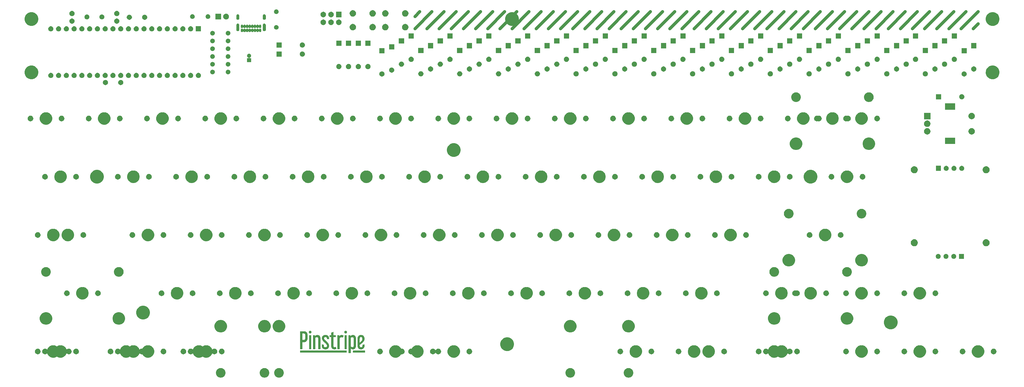
<source format=gbr>
G04 #@! TF.GenerationSoftware,KiCad,Pcbnew,(5.1.6)-1*
G04 #@! TF.CreationDate,2022-07-12T00:57:42-05:00*
G04 #@! TF.ProjectId,pinstripe,70696e73-7472-4697-9065-2e6b69636164,rev?*
G04 #@! TF.SameCoordinates,Original*
G04 #@! TF.FileFunction,Soldermask,Top*
G04 #@! TF.FilePolarity,Negative*
%FSLAX46Y46*%
G04 Gerber Fmt 4.6, Leading zero omitted, Abs format (unit mm)*
G04 Created by KiCad (PCBNEW (5.1.6)-1) date 2022-07-12 00:57:42*
%MOMM*%
%LPD*%
G01*
G04 APERTURE LIST*
%ADD10C,1.000000*%
%ADD11C,0.010000*%
%ADD12C,0.100000*%
G04 APERTURE END LIST*
D10*
X347662500Y-131762500D02*
X349250000Y-130175000D01*
X339725000Y-131762500D02*
X345281250Y-126206250D01*
X343693750Y-131762500D02*
X349250000Y-126206250D01*
X335756250Y-131762500D02*
X341312500Y-126206250D01*
X319881250Y-131762500D02*
X325437500Y-126206250D01*
X323850000Y-131762500D02*
X329406250Y-126206250D01*
X315912500Y-131762500D02*
X321468750Y-126206250D01*
X327818750Y-131762500D02*
X333375000Y-126206250D01*
X331787500Y-131762500D02*
X337343750Y-126206250D01*
X300037500Y-131762500D02*
X305593750Y-126206250D01*
X304006250Y-131762500D02*
X309562500Y-126206250D01*
X296068750Y-131762500D02*
X301625000Y-126206250D01*
X307975000Y-131762500D02*
X313531250Y-126206250D01*
X311943750Y-131762500D02*
X317500000Y-126206250D01*
X280193750Y-131762500D02*
X285750000Y-126206250D01*
X284162500Y-131762500D02*
X289718750Y-126206250D01*
X276225000Y-131762500D02*
X281781250Y-126206250D01*
X288131250Y-131762500D02*
X293687500Y-126206250D01*
X292100000Y-131762500D02*
X297656250Y-126206250D01*
X260350000Y-131762500D02*
X265906250Y-126206250D01*
X264318750Y-131762500D02*
X269875000Y-126206250D01*
X256381250Y-131762500D02*
X261937500Y-126206250D01*
X268287500Y-131762500D02*
X273843750Y-126206250D01*
X272256250Y-131762500D02*
X277812500Y-126206250D01*
X240506250Y-131762500D02*
X246062500Y-126206250D01*
X244475000Y-131762500D02*
X250031250Y-126206250D01*
X236537500Y-131762500D02*
X242093750Y-126206250D01*
X248443750Y-131762500D02*
X254000000Y-126206250D01*
X252412500Y-131762500D02*
X257968750Y-126206250D01*
X220662500Y-131762500D02*
X226218750Y-126206250D01*
X224631250Y-131762500D02*
X230187500Y-126206250D01*
X216693750Y-131762500D02*
X222250000Y-126206250D01*
X228600000Y-131762500D02*
X234156250Y-126206250D01*
X232568750Y-131762500D02*
X238125000Y-126206250D01*
X165100000Y-127793750D02*
X166687500Y-126206250D01*
X212725000Y-131762500D02*
X218281250Y-126206250D01*
X196850000Y-131762500D02*
X202406250Y-126206250D01*
X200818750Y-131762500D02*
X206375000Y-126206250D01*
X208756250Y-131762500D02*
X214312500Y-126206250D01*
X204787500Y-131762500D02*
X210343750Y-126206250D01*
X180975000Y-131762500D02*
X186531250Y-126206250D01*
X184943750Y-131762500D02*
X190500000Y-126206250D01*
X192881250Y-131762500D02*
X198437500Y-126206250D01*
X188912500Y-131762500D02*
X194468750Y-126206250D01*
X177006250Y-131762500D02*
X182562500Y-126206250D01*
X173037500Y-131762500D02*
X178593750Y-126206250D01*
X169068750Y-131762500D02*
X174625000Y-126206250D01*
X165100000Y-131762500D02*
X170656250Y-126206250D01*
D11*
G36*
X142427695Y-230551013D02*
G01*
X142477585Y-230555693D01*
X142517989Y-230563828D01*
X142574042Y-230584734D01*
X142625002Y-230615261D01*
X142670107Y-230654599D01*
X142708592Y-230701944D01*
X142739695Y-230756488D01*
X142762651Y-230817424D01*
X142764626Y-230824409D01*
X142771922Y-230861435D01*
X142776179Y-230905673D01*
X142777403Y-230953465D01*
X142775601Y-231001153D01*
X142770779Y-231045079D01*
X142764182Y-231077205D01*
X142741398Y-231144117D01*
X142711617Y-231202318D01*
X142674921Y-231251715D01*
X142631394Y-231292219D01*
X142581119Y-231323737D01*
X142524180Y-231346178D01*
X142517682Y-231348042D01*
X142492290Y-231353065D01*
X142458915Y-231356813D01*
X142420801Y-231359200D01*
X142381194Y-231360138D01*
X142343336Y-231359539D01*
X142310471Y-231357317D01*
X142289389Y-231354194D01*
X142249283Y-231343947D01*
X142214438Y-231330507D01*
X142179638Y-231311688D01*
X142163355Y-231301376D01*
X142125979Y-231272199D01*
X142094867Y-231237068D01*
X142068119Y-231193717D01*
X142061060Y-231179607D01*
X142034536Y-231111325D01*
X142017923Y-231038154D01*
X142011343Y-230960825D01*
X142013565Y-230894298D01*
X142023918Y-230826938D01*
X142042833Y-230765373D01*
X142069854Y-230710267D01*
X142104529Y-230662283D01*
X142146404Y-230622085D01*
X142195025Y-230590337D01*
X142232945Y-230573453D01*
X142274139Y-230561898D01*
X142322586Y-230554230D01*
X142374900Y-230550564D01*
X142427695Y-230551013D01*
G37*
X142427695Y-230551013D02*
X142477585Y-230555693D01*
X142517989Y-230563828D01*
X142574042Y-230584734D01*
X142625002Y-230615261D01*
X142670107Y-230654599D01*
X142708592Y-230701944D01*
X142739695Y-230756488D01*
X142762651Y-230817424D01*
X142764626Y-230824409D01*
X142771922Y-230861435D01*
X142776179Y-230905673D01*
X142777403Y-230953465D01*
X142775601Y-231001153D01*
X142770779Y-231045079D01*
X142764182Y-231077205D01*
X142741398Y-231144117D01*
X142711617Y-231202318D01*
X142674921Y-231251715D01*
X142631394Y-231292219D01*
X142581119Y-231323737D01*
X142524180Y-231346178D01*
X142517682Y-231348042D01*
X142492290Y-231353065D01*
X142458915Y-231356813D01*
X142420801Y-231359200D01*
X142381194Y-231360138D01*
X142343336Y-231359539D01*
X142310471Y-231357317D01*
X142289389Y-231354194D01*
X142249283Y-231343947D01*
X142214438Y-231330507D01*
X142179638Y-231311688D01*
X142163355Y-231301376D01*
X142125979Y-231272199D01*
X142094867Y-231237068D01*
X142068119Y-231193717D01*
X142061060Y-231179607D01*
X142034536Y-231111325D01*
X142017923Y-231038154D01*
X142011343Y-230960825D01*
X142013565Y-230894298D01*
X142023918Y-230826938D01*
X142042833Y-230765373D01*
X142069854Y-230710267D01*
X142104529Y-230662283D01*
X142146404Y-230622085D01*
X142195025Y-230590337D01*
X142232945Y-230573453D01*
X142274139Y-230561898D01*
X142322586Y-230554230D01*
X142374900Y-230550564D01*
X142427695Y-230551013D01*
G36*
X130808411Y-230551223D02*
G01*
X130868836Y-230556412D01*
X130920599Y-230566371D01*
X130965579Y-230581826D01*
X131005654Y-230603501D01*
X131042702Y-230632124D01*
X131059767Y-230648348D01*
X131101884Y-230697642D01*
X131134194Y-230751145D01*
X131156919Y-230809496D01*
X131170283Y-230873337D01*
X131174506Y-230943305D01*
X131173558Y-230975605D01*
X131169667Y-231023517D01*
X131162974Y-231064442D01*
X131152415Y-231102546D01*
X131136930Y-231141998D01*
X131124125Y-231169504D01*
X131092776Y-231223648D01*
X131055807Y-231268220D01*
X131012526Y-231303806D01*
X130962242Y-231330990D01*
X130913012Y-231348056D01*
X130885947Y-231353383D01*
X130851002Y-231357241D01*
X130811497Y-231359549D01*
X130770754Y-231360230D01*
X130732094Y-231359204D01*
X130698840Y-231356392D01*
X130681589Y-231353547D01*
X130638313Y-231340750D01*
X130594879Y-231321739D01*
X130554985Y-231298418D01*
X130522328Y-231272693D01*
X130519754Y-231270210D01*
X130491608Y-231236588D01*
X130465699Y-231194218D01*
X130443192Y-231145592D01*
X130425252Y-231093199D01*
X130413766Y-231043713D01*
X130410000Y-231011874D01*
X130408227Y-230973038D01*
X130408402Y-230931311D01*
X130410479Y-230890799D01*
X130414412Y-230855610D01*
X130415944Y-230846723D01*
X130433068Y-230782116D01*
X130458201Y-230724481D01*
X130490964Y-230674358D01*
X130530980Y-230632286D01*
X130577869Y-230598805D01*
X130596745Y-230588770D01*
X130641464Y-230570090D01*
X130686980Y-230557845D01*
X130736179Y-230551524D01*
X130791951Y-230550612D01*
X130808411Y-230551223D01*
G37*
X130808411Y-230551223D02*
X130868836Y-230556412D01*
X130920599Y-230566371D01*
X130965579Y-230581826D01*
X131005654Y-230603501D01*
X131042702Y-230632124D01*
X131059767Y-230648348D01*
X131101884Y-230697642D01*
X131134194Y-230751145D01*
X131156919Y-230809496D01*
X131170283Y-230873337D01*
X131174506Y-230943305D01*
X131173558Y-230975605D01*
X131169667Y-231023517D01*
X131162974Y-231064442D01*
X131152415Y-231102546D01*
X131136930Y-231141998D01*
X131124125Y-231169504D01*
X131092776Y-231223648D01*
X131055807Y-231268220D01*
X131012526Y-231303806D01*
X130962242Y-231330990D01*
X130913012Y-231348056D01*
X130885947Y-231353383D01*
X130851002Y-231357241D01*
X130811497Y-231359549D01*
X130770754Y-231360230D01*
X130732094Y-231359204D01*
X130698840Y-231356392D01*
X130681589Y-231353547D01*
X130638313Y-231340750D01*
X130594879Y-231321739D01*
X130554985Y-231298418D01*
X130522328Y-231272693D01*
X130519754Y-231270210D01*
X130491608Y-231236588D01*
X130465699Y-231194218D01*
X130443192Y-231145592D01*
X130425252Y-231093199D01*
X130413766Y-231043713D01*
X130410000Y-231011874D01*
X130408227Y-230973038D01*
X130408402Y-230931311D01*
X130410479Y-230890799D01*
X130414412Y-230855610D01*
X130415944Y-230846723D01*
X130433068Y-230782116D01*
X130458201Y-230724481D01*
X130490964Y-230674358D01*
X130530980Y-230632286D01*
X130577869Y-230598805D01*
X130596745Y-230588770D01*
X130641464Y-230570090D01*
X130686980Y-230557845D01*
X130736179Y-230551524D01*
X130791951Y-230550612D01*
X130808411Y-230551223D01*
G36*
X142729656Y-236504338D02*
G01*
X142069256Y-236504338D01*
X142069256Y-231988783D01*
X142729656Y-231988783D01*
X142729656Y-236504338D01*
G37*
X142729656Y-236504338D02*
X142069256Y-236504338D01*
X142069256Y-231988783D01*
X142729656Y-231988783D01*
X142729656Y-236504338D01*
G36*
X141141945Y-231935669D02*
G01*
X141176381Y-231936158D01*
X141203911Y-231937157D01*
X141226723Y-231938818D01*
X141247009Y-231941291D01*
X141266958Y-231944728D01*
X141284678Y-231948389D01*
X141365569Y-231969075D01*
X141438406Y-231994751D01*
X141505778Y-232026631D01*
X141570269Y-232065928D01*
X141630791Y-232110888D01*
X141645762Y-232122926D01*
X141554927Y-232410043D01*
X141537627Y-232464662D01*
X141521319Y-232516024D01*
X141506326Y-232563124D01*
X141492968Y-232604957D01*
X141481568Y-232640519D01*
X141472447Y-232668804D01*
X141465927Y-232688808D01*
X141462330Y-232699526D01*
X141461740Y-232701072D01*
X141456130Y-232700144D01*
X141442434Y-232694840D01*
X141422587Y-232685989D01*
X141398521Y-232674417D01*
X141393199Y-232671762D01*
X141304448Y-232632583D01*
X141216689Y-232604644D01*
X141129899Y-232587942D01*
X141044054Y-232582475D01*
X140959130Y-232588240D01*
X140875104Y-232605233D01*
X140867600Y-232607308D01*
X140822933Y-232622612D01*
X140773995Y-232643905D01*
X140724573Y-232669274D01*
X140678458Y-232696805D01*
X140646856Y-232718825D01*
X140610501Y-232748767D01*
X140570957Y-232785457D01*
X140531000Y-232826057D01*
X140493402Y-232867727D01*
X140460938Y-232907630D01*
X140456219Y-232913913D01*
X140421078Y-232961332D01*
X140421078Y-236504338D01*
X139760678Y-236504338D01*
X139760678Y-231988783D01*
X140211294Y-231988783D01*
X140271736Y-232170816D01*
X140286136Y-232213995D01*
X140299514Y-232253745D01*
X140311433Y-232288798D01*
X140321459Y-232317888D01*
X140329154Y-232339746D01*
X140334083Y-232353105D01*
X140335706Y-232356788D01*
X140340167Y-232354030D01*
X140349826Y-232343671D01*
X140363321Y-232327294D01*
X140379291Y-232306485D01*
X140381567Y-232303417D01*
X140447944Y-232222233D01*
X140520080Y-232150473D01*
X140597685Y-232088329D01*
X140680470Y-232035995D01*
X140768143Y-231993666D01*
X140860415Y-231961535D01*
X140913904Y-231948086D01*
X140934749Y-231943833D01*
X140954403Y-231940646D01*
X140975033Y-231938378D01*
X140998808Y-231936881D01*
X141027894Y-231936009D01*
X141064459Y-231935612D01*
X141098412Y-231935540D01*
X141141945Y-231935669D01*
G37*
X141141945Y-231935669D02*
X141176381Y-231936158D01*
X141203911Y-231937157D01*
X141226723Y-231938818D01*
X141247009Y-231941291D01*
X141266958Y-231944728D01*
X141284678Y-231948389D01*
X141365569Y-231969075D01*
X141438406Y-231994751D01*
X141505778Y-232026631D01*
X141570269Y-232065928D01*
X141630791Y-232110888D01*
X141645762Y-232122926D01*
X141554927Y-232410043D01*
X141537627Y-232464662D01*
X141521319Y-232516024D01*
X141506326Y-232563124D01*
X141492968Y-232604957D01*
X141481568Y-232640519D01*
X141472447Y-232668804D01*
X141465927Y-232688808D01*
X141462330Y-232699526D01*
X141461740Y-232701072D01*
X141456130Y-232700144D01*
X141442434Y-232694840D01*
X141422587Y-232685989D01*
X141398521Y-232674417D01*
X141393199Y-232671762D01*
X141304448Y-232632583D01*
X141216689Y-232604644D01*
X141129899Y-232587942D01*
X141044054Y-232582475D01*
X140959130Y-232588240D01*
X140875104Y-232605233D01*
X140867600Y-232607308D01*
X140822933Y-232622612D01*
X140773995Y-232643905D01*
X140724573Y-232669274D01*
X140678458Y-232696805D01*
X140646856Y-232718825D01*
X140610501Y-232748767D01*
X140570957Y-232785457D01*
X140531000Y-232826057D01*
X140493402Y-232867727D01*
X140460938Y-232907630D01*
X140456219Y-232913913D01*
X140421078Y-232961332D01*
X140421078Y-236504338D01*
X139760678Y-236504338D01*
X139760678Y-231988783D01*
X140211294Y-231988783D01*
X140271736Y-232170816D01*
X140286136Y-232213995D01*
X140299514Y-232253745D01*
X140311433Y-232288798D01*
X140321459Y-232317888D01*
X140329154Y-232339746D01*
X140334083Y-232353105D01*
X140335706Y-232356788D01*
X140340167Y-232354030D01*
X140349826Y-232343671D01*
X140363321Y-232327294D01*
X140379291Y-232306485D01*
X140381567Y-232303417D01*
X140447944Y-232222233D01*
X140520080Y-232150473D01*
X140597685Y-232088329D01*
X140680470Y-232035995D01*
X140768143Y-231993666D01*
X140860415Y-231961535D01*
X140913904Y-231948086D01*
X140934749Y-231943833D01*
X140954403Y-231940646D01*
X140975033Y-231938378D01*
X140998808Y-231936881D01*
X141027894Y-231936009D01*
X141064459Y-231935612D01*
X141098412Y-231935540D01*
X141141945Y-231935669D01*
G36*
X133263806Y-231934773D02*
G01*
X133296025Y-231937601D01*
X133398112Y-231955157D01*
X133495323Y-231982514D01*
X133589006Y-232020055D01*
X133594123Y-232022442D01*
X133659908Y-232056697D01*
X133719374Y-232095165D01*
X133775112Y-232139806D01*
X133829713Y-232192581D01*
X133854682Y-232219593D01*
X133912016Y-232289376D01*
X133961631Y-232362630D01*
X134004036Y-232440516D01*
X134039735Y-232524194D01*
X134069237Y-232614827D01*
X134093047Y-232713575D01*
X134108745Y-232801842D01*
X134109674Y-232808388D01*
X134110544Y-232815754D01*
X134111359Y-232824314D01*
X134112119Y-232834443D01*
X134112828Y-232846514D01*
X134113487Y-232860902D01*
X134114100Y-232877983D01*
X134114667Y-232898129D01*
X134115193Y-232921716D01*
X134115679Y-232949119D01*
X134116126Y-232980711D01*
X134116539Y-233016867D01*
X134116918Y-233057961D01*
X134117266Y-233104369D01*
X134117587Y-233156464D01*
X134117880Y-233214621D01*
X134118150Y-233279214D01*
X134118399Y-233350618D01*
X134118628Y-233429207D01*
X134118840Y-233515356D01*
X134119038Y-233609439D01*
X134119223Y-233711831D01*
X134119399Y-233822906D01*
X134119566Y-233943039D01*
X134119729Y-234072603D01*
X134119888Y-234211974D01*
X134120046Y-234361526D01*
X134120206Y-234521633D01*
X134120363Y-234685416D01*
X134122080Y-236504338D01*
X133461478Y-236504338D01*
X133461432Y-234795483D01*
X133461407Y-234607742D01*
X133461344Y-234430235D01*
X133461243Y-234263028D01*
X133461104Y-234106183D01*
X133460927Y-233959766D01*
X133460712Y-233823840D01*
X133460460Y-233698469D01*
X133460170Y-233583718D01*
X133459844Y-233479651D01*
X133459480Y-233386331D01*
X133459081Y-233303824D01*
X133458644Y-233232192D01*
X133458172Y-233171501D01*
X133457664Y-233121814D01*
X133457120Y-233083195D01*
X133456540Y-233055709D01*
X133455926Y-233039419D01*
X133455645Y-233035827D01*
X133443627Y-232960625D01*
X133425378Y-232890382D01*
X133401398Y-232826166D01*
X133372183Y-232769045D01*
X133338231Y-232720087D01*
X133300040Y-232680359D01*
X133283998Y-232667521D01*
X133249315Y-232643896D01*
X133216040Y-232625936D01*
X133179822Y-232611595D01*
X133140247Y-232599858D01*
X133117239Y-232594146D01*
X133096535Y-232590140D01*
X133075174Y-232587541D01*
X133050194Y-232586047D01*
X133018633Y-232585360D01*
X132995812Y-232585211D01*
X132957427Y-232585381D01*
X132927462Y-232586341D01*
X132903063Y-232588332D01*
X132881373Y-232591595D01*
X132859537Y-232596370D01*
X132857523Y-232596868D01*
X132774152Y-232622143D01*
X132695506Y-232655538D01*
X132619996Y-232697906D01*
X132546032Y-232750100D01*
X132497761Y-232789936D01*
X132468198Y-232815694D01*
X132468056Y-236504338D01*
X131807656Y-236504338D01*
X131807656Y-231988655D01*
X132034055Y-231990130D01*
X132260455Y-231991605D01*
X132362685Y-232247921D01*
X132394204Y-232221010D01*
X132485353Y-232150569D01*
X132583016Y-232089201D01*
X132686668Y-232037152D01*
X132795783Y-231994671D01*
X132909838Y-231962004D01*
X132972862Y-231948613D01*
X133012804Y-231942667D01*
X133060474Y-231938031D01*
X133112641Y-231934813D01*
X133166073Y-231933124D01*
X133217539Y-231933074D01*
X133263806Y-231934773D01*
G37*
X133263806Y-231934773D02*
X133296025Y-231937601D01*
X133398112Y-231955157D01*
X133495323Y-231982514D01*
X133589006Y-232020055D01*
X133594123Y-232022442D01*
X133659908Y-232056697D01*
X133719374Y-232095165D01*
X133775112Y-232139806D01*
X133829713Y-232192581D01*
X133854682Y-232219593D01*
X133912016Y-232289376D01*
X133961631Y-232362630D01*
X134004036Y-232440516D01*
X134039735Y-232524194D01*
X134069237Y-232614827D01*
X134093047Y-232713575D01*
X134108745Y-232801842D01*
X134109674Y-232808388D01*
X134110544Y-232815754D01*
X134111359Y-232824314D01*
X134112119Y-232834443D01*
X134112828Y-232846514D01*
X134113487Y-232860902D01*
X134114100Y-232877983D01*
X134114667Y-232898129D01*
X134115193Y-232921716D01*
X134115679Y-232949119D01*
X134116126Y-232980711D01*
X134116539Y-233016867D01*
X134116918Y-233057961D01*
X134117266Y-233104369D01*
X134117587Y-233156464D01*
X134117880Y-233214621D01*
X134118150Y-233279214D01*
X134118399Y-233350618D01*
X134118628Y-233429207D01*
X134118840Y-233515356D01*
X134119038Y-233609439D01*
X134119223Y-233711831D01*
X134119399Y-233822906D01*
X134119566Y-233943039D01*
X134119729Y-234072603D01*
X134119888Y-234211974D01*
X134120046Y-234361526D01*
X134120206Y-234521633D01*
X134120363Y-234685416D01*
X134122080Y-236504338D01*
X133461478Y-236504338D01*
X133461432Y-234795483D01*
X133461407Y-234607742D01*
X133461344Y-234430235D01*
X133461243Y-234263028D01*
X133461104Y-234106183D01*
X133460927Y-233959766D01*
X133460712Y-233823840D01*
X133460460Y-233698469D01*
X133460170Y-233583718D01*
X133459844Y-233479651D01*
X133459480Y-233386331D01*
X133459081Y-233303824D01*
X133458644Y-233232192D01*
X133458172Y-233171501D01*
X133457664Y-233121814D01*
X133457120Y-233083195D01*
X133456540Y-233055709D01*
X133455926Y-233039419D01*
X133455645Y-233035827D01*
X133443627Y-232960625D01*
X133425378Y-232890382D01*
X133401398Y-232826166D01*
X133372183Y-232769045D01*
X133338231Y-232720087D01*
X133300040Y-232680359D01*
X133283998Y-232667521D01*
X133249315Y-232643896D01*
X133216040Y-232625936D01*
X133179822Y-232611595D01*
X133140247Y-232599858D01*
X133117239Y-232594146D01*
X133096535Y-232590140D01*
X133075174Y-232587541D01*
X133050194Y-232586047D01*
X133018633Y-232585360D01*
X132995812Y-232585211D01*
X132957427Y-232585381D01*
X132927462Y-232586341D01*
X132903063Y-232588332D01*
X132881373Y-232591595D01*
X132859537Y-232596370D01*
X132857523Y-232596868D01*
X132774152Y-232622143D01*
X132695506Y-232655538D01*
X132619996Y-232697906D01*
X132546032Y-232750100D01*
X132497761Y-232789936D01*
X132468198Y-232815694D01*
X132468056Y-236504338D01*
X131807656Y-236504338D01*
X131807656Y-231988655D01*
X132034055Y-231990130D01*
X132260455Y-231991605D01*
X132362685Y-232247921D01*
X132394204Y-232221010D01*
X132485353Y-232150569D01*
X132583016Y-232089201D01*
X132686668Y-232037152D01*
X132795783Y-231994671D01*
X132909838Y-231962004D01*
X132972862Y-231948613D01*
X133012804Y-231942667D01*
X133060474Y-231938031D01*
X133112641Y-231934813D01*
X133166073Y-231933124D01*
X133217539Y-231933074D01*
X133263806Y-231934773D01*
G36*
X131124678Y-236504338D02*
G01*
X130464278Y-236504338D01*
X130464278Y-231988783D01*
X131124678Y-231988783D01*
X131124678Y-236504338D01*
G37*
X131124678Y-236504338D02*
X130464278Y-236504338D01*
X130464278Y-231988783D01*
X131124678Y-231988783D01*
X131124678Y-236504338D01*
G36*
X128224845Y-230720295D02*
G01*
X128327676Y-230720595D01*
X128419911Y-230720875D01*
X128502245Y-230721159D01*
X128575371Y-230721472D01*
X128639983Y-230721838D01*
X128696774Y-230722282D01*
X128746437Y-230722829D01*
X128789667Y-230723504D01*
X128827157Y-230724331D01*
X128859600Y-230725336D01*
X128887690Y-230726542D01*
X128912121Y-230727975D01*
X128933586Y-230729659D01*
X128952779Y-230731620D01*
X128970394Y-230733882D01*
X128987123Y-230736469D01*
X129003661Y-230739406D01*
X129020702Y-230742719D01*
X129038938Y-230746432D01*
X129056048Y-230749951D01*
X129124618Y-230767339D01*
X129197059Y-230791680D01*
X129270168Y-230821582D01*
X129340744Y-230855651D01*
X129405583Y-230892491D01*
X129447578Y-230920422D01*
X129523619Y-230980529D01*
X129592062Y-231046443D01*
X129653140Y-231118627D01*
X129707084Y-231197541D01*
X129754129Y-231283647D01*
X129794505Y-231377406D01*
X129828447Y-231479279D01*
X129856185Y-231589727D01*
X129877954Y-231709212D01*
X129889582Y-231796872D01*
X129890853Y-231813906D01*
X129892015Y-231841226D01*
X129893067Y-231877892D01*
X129894011Y-231922967D01*
X129894845Y-231975513D01*
X129895569Y-232034592D01*
X129896184Y-232099266D01*
X129896689Y-232168597D01*
X129897084Y-232241648D01*
X129897369Y-232317479D01*
X129897544Y-232395154D01*
X129897609Y-232473734D01*
X129897564Y-232552281D01*
X129897408Y-232629858D01*
X129897141Y-232705526D01*
X129896764Y-232778347D01*
X129896276Y-232847384D01*
X129895677Y-232911699D01*
X129894967Y-232970353D01*
X129894146Y-233022409D01*
X129893214Y-233066929D01*
X129892171Y-233102974D01*
X129891015Y-233129608D01*
X129889749Y-233145891D01*
X129889748Y-233145894D01*
X129874662Y-233252818D01*
X129856664Y-233350077D01*
X129835397Y-233439002D01*
X129810505Y-233520923D01*
X129781631Y-233597172D01*
X129750377Y-233665183D01*
X129698287Y-233757009D01*
X129637961Y-233841230D01*
X129569697Y-233917627D01*
X129493795Y-233985984D01*
X129410554Y-234046084D01*
X129320272Y-234097710D01*
X129223248Y-234140644D01*
X129119780Y-234174669D01*
X129016478Y-234198416D01*
X128984745Y-234203919D01*
X128952793Y-234208610D01*
X128919458Y-234212548D01*
X128883576Y-234215791D01*
X128843984Y-234218397D01*
X128799518Y-234220425D01*
X128749014Y-234221933D01*
X128691308Y-234222980D01*
X128625237Y-234223623D01*
X128549636Y-234223922D01*
X128507067Y-234223960D01*
X128229078Y-234223983D01*
X128229078Y-236504338D01*
X127551745Y-236504338D01*
X127551745Y-233564404D01*
X128229078Y-233564404D01*
X128515534Y-233562049D01*
X128581702Y-233561462D01*
X128637623Y-233560855D01*
X128684338Y-233560188D01*
X128722887Y-233559424D01*
X128754312Y-233558524D01*
X128779653Y-233557449D01*
X128799953Y-233556161D01*
X128816252Y-233554622D01*
X128829592Y-233552793D01*
X128841013Y-233550634D01*
X128844323Y-233549894D01*
X128916241Y-233528056D01*
X128980983Y-233497604D01*
X129038310Y-233458751D01*
X129087987Y-233411711D01*
X129129777Y-233356696D01*
X129163443Y-233293919D01*
X129181905Y-233245909D01*
X129189068Y-233223781D01*
X129195471Y-233202741D01*
X129201154Y-233182063D01*
X129206156Y-233161019D01*
X129210516Y-233138883D01*
X129214274Y-233114929D01*
X129217469Y-233088429D01*
X129220139Y-233058657D01*
X129222325Y-233024886D01*
X129224065Y-232986389D01*
X129225399Y-232942440D01*
X129226366Y-232892312D01*
X129227005Y-232835278D01*
X129227356Y-232770611D01*
X129227458Y-232697586D01*
X129227350Y-232615474D01*
X129227071Y-232523549D01*
X129226661Y-232421085D01*
X129226647Y-232417761D01*
X129226249Y-232326952D01*
X129225873Y-232246690D01*
X129225501Y-232176232D01*
X129225116Y-232114835D01*
X129224700Y-232061757D01*
X129224237Y-232016256D01*
X129223708Y-231977589D01*
X129223096Y-231945014D01*
X129222385Y-231917788D01*
X129221556Y-231895168D01*
X129220592Y-231876414D01*
X129219476Y-231860781D01*
X129218191Y-231847527D01*
X129216719Y-231835911D01*
X129215042Y-231825189D01*
X129213144Y-231814619D01*
X129212456Y-231810983D01*
X129194206Y-231734626D01*
X129170021Y-231664693D01*
X129140439Y-231602491D01*
X129106000Y-231549329D01*
X129103198Y-231545694D01*
X129063322Y-231503008D01*
X129014490Y-231464836D01*
X128958511Y-231432302D01*
X128897196Y-231406531D01*
X128861256Y-231395487D01*
X128850224Y-231392622D01*
X128839603Y-231390208D01*
X128828330Y-231388197D01*
X128815344Y-231386543D01*
X128799582Y-231385199D01*
X128779983Y-231384119D01*
X128755484Y-231383255D01*
X128725024Y-231382561D01*
X128687540Y-231381990D01*
X128641971Y-231381496D01*
X128587254Y-231381033D01*
X128522328Y-231380552D01*
X128521178Y-231380544D01*
X128229078Y-231378453D01*
X128229078Y-233564404D01*
X127551745Y-233564404D01*
X127551745Y-230718311D01*
X128224845Y-230720295D01*
G37*
X128224845Y-230720295D02*
X128327676Y-230720595D01*
X128419911Y-230720875D01*
X128502245Y-230721159D01*
X128575371Y-230721472D01*
X128639983Y-230721838D01*
X128696774Y-230722282D01*
X128746437Y-230722829D01*
X128789667Y-230723504D01*
X128827157Y-230724331D01*
X128859600Y-230725336D01*
X128887690Y-230726542D01*
X128912121Y-230727975D01*
X128933586Y-230729659D01*
X128952779Y-230731620D01*
X128970394Y-230733882D01*
X128987123Y-230736469D01*
X129003661Y-230739406D01*
X129020702Y-230742719D01*
X129038938Y-230746432D01*
X129056048Y-230749951D01*
X129124618Y-230767339D01*
X129197059Y-230791680D01*
X129270168Y-230821582D01*
X129340744Y-230855651D01*
X129405583Y-230892491D01*
X129447578Y-230920422D01*
X129523619Y-230980529D01*
X129592062Y-231046443D01*
X129653140Y-231118627D01*
X129707084Y-231197541D01*
X129754129Y-231283647D01*
X129794505Y-231377406D01*
X129828447Y-231479279D01*
X129856185Y-231589727D01*
X129877954Y-231709212D01*
X129889582Y-231796872D01*
X129890853Y-231813906D01*
X129892015Y-231841226D01*
X129893067Y-231877892D01*
X129894011Y-231922967D01*
X129894845Y-231975513D01*
X129895569Y-232034592D01*
X129896184Y-232099266D01*
X129896689Y-232168597D01*
X129897084Y-232241648D01*
X129897369Y-232317479D01*
X129897544Y-232395154D01*
X129897609Y-232473734D01*
X129897564Y-232552281D01*
X129897408Y-232629858D01*
X129897141Y-232705526D01*
X129896764Y-232778347D01*
X129896276Y-232847384D01*
X129895677Y-232911699D01*
X129894967Y-232970353D01*
X129894146Y-233022409D01*
X129893214Y-233066929D01*
X129892171Y-233102974D01*
X129891015Y-233129608D01*
X129889749Y-233145891D01*
X129889748Y-233145894D01*
X129874662Y-233252818D01*
X129856664Y-233350077D01*
X129835397Y-233439002D01*
X129810505Y-233520923D01*
X129781631Y-233597172D01*
X129750377Y-233665183D01*
X129698287Y-233757009D01*
X129637961Y-233841230D01*
X129569697Y-233917627D01*
X129493795Y-233985984D01*
X129410554Y-234046084D01*
X129320272Y-234097710D01*
X129223248Y-234140644D01*
X129119780Y-234174669D01*
X129016478Y-234198416D01*
X128984745Y-234203919D01*
X128952793Y-234208610D01*
X128919458Y-234212548D01*
X128883576Y-234215791D01*
X128843984Y-234218397D01*
X128799518Y-234220425D01*
X128749014Y-234221933D01*
X128691308Y-234222980D01*
X128625237Y-234223623D01*
X128549636Y-234223922D01*
X128507067Y-234223960D01*
X128229078Y-234223983D01*
X128229078Y-236504338D01*
X127551745Y-236504338D01*
X127551745Y-233564404D01*
X128229078Y-233564404D01*
X128515534Y-233562049D01*
X128581702Y-233561462D01*
X128637623Y-233560855D01*
X128684338Y-233560188D01*
X128722887Y-233559424D01*
X128754312Y-233558524D01*
X128779653Y-233557449D01*
X128799953Y-233556161D01*
X128816252Y-233554622D01*
X128829592Y-233552793D01*
X128841013Y-233550634D01*
X128844323Y-233549894D01*
X128916241Y-233528056D01*
X128980983Y-233497604D01*
X129038310Y-233458751D01*
X129087987Y-233411711D01*
X129129777Y-233356696D01*
X129163443Y-233293919D01*
X129181905Y-233245909D01*
X129189068Y-233223781D01*
X129195471Y-233202741D01*
X129201154Y-233182063D01*
X129206156Y-233161019D01*
X129210516Y-233138883D01*
X129214274Y-233114929D01*
X129217469Y-233088429D01*
X129220139Y-233058657D01*
X129222325Y-233024886D01*
X129224065Y-232986389D01*
X129225399Y-232942440D01*
X129226366Y-232892312D01*
X129227005Y-232835278D01*
X129227356Y-232770611D01*
X129227458Y-232697586D01*
X129227350Y-232615474D01*
X129227071Y-232523549D01*
X129226661Y-232421085D01*
X129226647Y-232417761D01*
X129226249Y-232326952D01*
X129225873Y-232246690D01*
X129225501Y-232176232D01*
X129225116Y-232114835D01*
X129224700Y-232061757D01*
X129224237Y-232016256D01*
X129223708Y-231977589D01*
X129223096Y-231945014D01*
X129222385Y-231917788D01*
X129221556Y-231895168D01*
X129220592Y-231876414D01*
X129219476Y-231860781D01*
X129218191Y-231847527D01*
X129216719Y-231835911D01*
X129215042Y-231825189D01*
X129213144Y-231814619D01*
X129212456Y-231810983D01*
X129194206Y-231734626D01*
X129170021Y-231664693D01*
X129140439Y-231602491D01*
X129106000Y-231549329D01*
X129103198Y-231545694D01*
X129063322Y-231503008D01*
X129014490Y-231464836D01*
X128958511Y-231432302D01*
X128897196Y-231406531D01*
X128861256Y-231395487D01*
X128850224Y-231392622D01*
X128839603Y-231390208D01*
X128828330Y-231388197D01*
X128815344Y-231386543D01*
X128799582Y-231385199D01*
X128779983Y-231384119D01*
X128755484Y-231383255D01*
X128725024Y-231382561D01*
X128687540Y-231381990D01*
X128641971Y-231381496D01*
X128587254Y-231381033D01*
X128522328Y-231380552D01*
X128521178Y-231380544D01*
X128229078Y-231378453D01*
X128229078Y-233564404D01*
X127551745Y-233564404D01*
X127551745Y-230718311D01*
X128224845Y-230720295D01*
G36*
X147467430Y-231933860D02*
G01*
X147587714Y-231941662D01*
X147701238Y-231958500D01*
X147808014Y-231984378D01*
X147908056Y-232019302D01*
X148001377Y-232063275D01*
X148087988Y-232116304D01*
X148167904Y-232178392D01*
X148189336Y-232197636D01*
X148248557Y-232259006D01*
X148304624Y-232330090D01*
X148356692Y-232409551D01*
X148403917Y-232496053D01*
X148445455Y-232588259D01*
X148460350Y-232626605D01*
X148488460Y-232715424D01*
X148510096Y-232811818D01*
X148525261Y-232914116D01*
X148533959Y-233020644D01*
X148536193Y-233129733D01*
X148531965Y-233239710D01*
X148521280Y-233348904D01*
X148504139Y-233455644D01*
X148480547Y-233558258D01*
X148458463Y-233631980D01*
X148423889Y-233724609D01*
X148382393Y-233815123D01*
X148333515Y-233904121D01*
X148276795Y-233992202D01*
X148211770Y-234079965D01*
X148137980Y-234168010D01*
X148054965Y-234256935D01*
X147962264Y-234347339D01*
X147859415Y-234439822D01*
X147794840Y-234494727D01*
X147709543Y-234564713D01*
X147623751Y-234632639D01*
X147536021Y-234699557D01*
X147444904Y-234766515D01*
X147348954Y-234834565D01*
X147246727Y-234904755D01*
X147136774Y-234978136D01*
X147057534Y-235029954D01*
X146968634Y-235087663D01*
X146968634Y-235283916D01*
X146968807Y-235348237D01*
X146969390Y-235402660D01*
X146970479Y-235448571D01*
X146972170Y-235487354D01*
X146974558Y-235520397D01*
X146977738Y-235549085D01*
X146981808Y-235574803D01*
X146986861Y-235598939D01*
X146991710Y-235618161D01*
X147014492Y-235682744D01*
X147046054Y-235740464D01*
X147085995Y-235791022D01*
X147133910Y-235834120D01*
X147189398Y-235869461D01*
X147252056Y-235896747D01*
X147321482Y-235915681D01*
X147397272Y-235925964D01*
X147408900Y-235926727D01*
X147487036Y-235926709D01*
X147560631Y-235917752D01*
X147629043Y-235900213D01*
X147691626Y-235874448D01*
X147747738Y-235840814D01*
X147796733Y-235799668D01*
X147837969Y-235751367D01*
X147870802Y-235696267D01*
X147885153Y-235662905D01*
X147893688Y-235639239D01*
X147900691Y-235616972D01*
X147906339Y-235594595D01*
X147910808Y-235570604D01*
X147914275Y-235543490D01*
X147916918Y-235511748D01*
X147918911Y-235473870D01*
X147920433Y-235428351D01*
X147921660Y-235373684D01*
X147922130Y-235347585D01*
X147925367Y-235158853D01*
X148117278Y-235109091D01*
X148168059Y-235095923D01*
X148220635Y-235082288D01*
X148272671Y-235068791D01*
X148321832Y-235056039D01*
X148365782Y-235044636D01*
X148402188Y-235035190D01*
X148415446Y-235031749D01*
X148521703Y-235004168D01*
X148519482Y-235309753D01*
X148518973Y-235376896D01*
X148518472Y-235433858D01*
X148517934Y-235481748D01*
X148517316Y-235521674D01*
X148516572Y-235554745D01*
X148515659Y-235582068D01*
X148514531Y-235604753D01*
X148513145Y-235623908D01*
X148511455Y-235640640D01*
X148509418Y-235656058D01*
X148506988Y-235671271D01*
X148504395Y-235685894D01*
X148478830Y-235796796D01*
X148443876Y-235901659D01*
X148399888Y-236000141D01*
X148347222Y-236091903D01*
X148286235Y-236176601D01*
X148217283Y-236253896D01*
X148140721Y-236323445D01*
X148056907Y-236384908D01*
X147966195Y-236437942D01*
X147868941Y-236482208D01*
X147765503Y-236517363D01*
X147656236Y-236543066D01*
X147600753Y-236552095D01*
X147555794Y-236557127D01*
X147504259Y-236560837D01*
X147449707Y-236563125D01*
X147395700Y-236563889D01*
X147345799Y-236563028D01*
X147304478Y-236560526D01*
X147190655Y-236544923D01*
X147082265Y-236519602D01*
X146979576Y-236484739D01*
X146882854Y-236440511D01*
X146792366Y-236387093D01*
X146708379Y-236324664D01*
X146631160Y-236253399D01*
X146560976Y-236173475D01*
X146498094Y-236085069D01*
X146444241Y-235991210D01*
X146411913Y-235919743D01*
X146384449Y-235840439D01*
X146361591Y-235752430D01*
X146343084Y-235654851D01*
X146341313Y-235643561D01*
X146340538Y-235632909D01*
X146339786Y-235611585D01*
X146339058Y-235580206D01*
X146338355Y-235539387D01*
X146337679Y-235489746D01*
X146337030Y-235431898D01*
X146336411Y-235366461D01*
X146335821Y-235294051D01*
X146335262Y-235215285D01*
X146334736Y-235130779D01*
X146334243Y-235041150D01*
X146333784Y-234947014D01*
X146333362Y-234848988D01*
X146332976Y-234747689D01*
X146332628Y-234643732D01*
X146332320Y-234537736D01*
X146332052Y-234430315D01*
X146331825Y-234322087D01*
X146331642Y-234213668D01*
X146331502Y-234105675D01*
X146331407Y-233998725D01*
X146331359Y-233893434D01*
X146331357Y-233790418D01*
X146331394Y-233711921D01*
X146968634Y-233711921D01*
X146968634Y-234450108D01*
X147001089Y-234429474D01*
X147016802Y-234419213D01*
X147039408Y-234404090D01*
X147066545Y-234385703D01*
X147095849Y-234365650D01*
X147115389Y-234352168D01*
X147215774Y-234280890D01*
X147305695Y-234213319D01*
X147377856Y-234155538D01*
X147406180Y-234131054D01*
X147439327Y-234100738D01*
X147475550Y-234066336D01*
X147513104Y-234029595D01*
X147550242Y-233992260D01*
X147585218Y-233956080D01*
X147616285Y-233922799D01*
X147641697Y-233894164D01*
X147653717Y-233879672D01*
X147716903Y-233794089D01*
X147769641Y-233708316D01*
X147812552Y-233620793D01*
X147846256Y-233529957D01*
X147871372Y-233434247D01*
X147888522Y-233332103D01*
X147894759Y-233272894D01*
X147899333Y-233184149D01*
X147897935Y-233097460D01*
X147890773Y-233014361D01*
X147878053Y-232936382D01*
X147859982Y-232865058D01*
X147836768Y-232801920D01*
X147828757Y-232784650D01*
X147815666Y-232759295D01*
X147802987Y-232738614D01*
X147788330Y-232719389D01*
X147769307Y-232698402D01*
X147750822Y-232679654D01*
X147697683Y-232632508D01*
X147642961Y-232595767D01*
X147584875Y-232568550D01*
X147521648Y-232549974D01*
X147472123Y-232541477D01*
X147416584Y-232538322D01*
X147357851Y-232542011D01*
X147299452Y-232551978D01*
X147244912Y-232567655D01*
X147205617Y-232584337D01*
X147154347Y-232616368D01*
X147107580Y-232657729D01*
X147066396Y-232706990D01*
X147031880Y-232762720D01*
X147005112Y-232823492D01*
X146992006Y-232866494D01*
X146988706Y-232880007D01*
X146985732Y-232893417D01*
X146983066Y-232907351D01*
X146980692Y-232922433D01*
X146978592Y-232939289D01*
X146976750Y-232958545D01*
X146975150Y-232980827D01*
X146973774Y-233006760D01*
X146972606Y-233036970D01*
X146971628Y-233072082D01*
X146970824Y-233112722D01*
X146970177Y-233159515D01*
X146969670Y-233213088D01*
X146969287Y-233274065D01*
X146969011Y-233343073D01*
X146968824Y-233420737D01*
X146968710Y-233507683D01*
X146968653Y-233604536D01*
X146968634Y-233711921D01*
X146331394Y-233711921D01*
X146331405Y-233690294D01*
X146331502Y-233593679D01*
X146331649Y-233501189D01*
X146331849Y-233413441D01*
X146332102Y-233331051D01*
X146332410Y-233254637D01*
X146332773Y-233184813D01*
X146333192Y-233122198D01*
X146333669Y-233067407D01*
X146334206Y-233021058D01*
X146334802Y-232983766D01*
X146335460Y-232956149D01*
X146336180Y-232938823D01*
X146336219Y-232938219D01*
X146344696Y-232847106D01*
X146357852Y-232764011D01*
X146376319Y-232686413D01*
X146400733Y-232611791D01*
X146431727Y-232537623D01*
X146442896Y-232514071D01*
X146494223Y-232421157D01*
X146554337Y-232334656D01*
X146622550Y-232255176D01*
X146698177Y-232183325D01*
X146780529Y-232119710D01*
X146868919Y-232064939D01*
X146962659Y-232019620D01*
X147031129Y-231993835D01*
X147110188Y-231970078D01*
X147187777Y-231952523D01*
X147266641Y-231940793D01*
X147349523Y-231934511D01*
X147439166Y-231933301D01*
X147467430Y-231933860D01*
G37*
X147467430Y-231933860D02*
X147587714Y-231941662D01*
X147701238Y-231958500D01*
X147808014Y-231984378D01*
X147908056Y-232019302D01*
X148001377Y-232063275D01*
X148087988Y-232116304D01*
X148167904Y-232178392D01*
X148189336Y-232197636D01*
X148248557Y-232259006D01*
X148304624Y-232330090D01*
X148356692Y-232409551D01*
X148403917Y-232496053D01*
X148445455Y-232588259D01*
X148460350Y-232626605D01*
X148488460Y-232715424D01*
X148510096Y-232811818D01*
X148525261Y-232914116D01*
X148533959Y-233020644D01*
X148536193Y-233129733D01*
X148531965Y-233239710D01*
X148521280Y-233348904D01*
X148504139Y-233455644D01*
X148480547Y-233558258D01*
X148458463Y-233631980D01*
X148423889Y-233724609D01*
X148382393Y-233815123D01*
X148333515Y-233904121D01*
X148276795Y-233992202D01*
X148211770Y-234079965D01*
X148137980Y-234168010D01*
X148054965Y-234256935D01*
X147962264Y-234347339D01*
X147859415Y-234439822D01*
X147794840Y-234494727D01*
X147709543Y-234564713D01*
X147623751Y-234632639D01*
X147536021Y-234699557D01*
X147444904Y-234766515D01*
X147348954Y-234834565D01*
X147246727Y-234904755D01*
X147136774Y-234978136D01*
X147057534Y-235029954D01*
X146968634Y-235087663D01*
X146968634Y-235283916D01*
X146968807Y-235348237D01*
X146969390Y-235402660D01*
X146970479Y-235448571D01*
X146972170Y-235487354D01*
X146974558Y-235520397D01*
X146977738Y-235549085D01*
X146981808Y-235574803D01*
X146986861Y-235598939D01*
X146991710Y-235618161D01*
X147014492Y-235682744D01*
X147046054Y-235740464D01*
X147085995Y-235791022D01*
X147133910Y-235834120D01*
X147189398Y-235869461D01*
X147252056Y-235896747D01*
X147321482Y-235915681D01*
X147397272Y-235925964D01*
X147408900Y-235926727D01*
X147487036Y-235926709D01*
X147560631Y-235917752D01*
X147629043Y-235900213D01*
X147691626Y-235874448D01*
X147747738Y-235840814D01*
X147796733Y-235799668D01*
X147837969Y-235751367D01*
X147870802Y-235696267D01*
X147885153Y-235662905D01*
X147893688Y-235639239D01*
X147900691Y-235616972D01*
X147906339Y-235594595D01*
X147910808Y-235570604D01*
X147914275Y-235543490D01*
X147916918Y-235511748D01*
X147918911Y-235473870D01*
X147920433Y-235428351D01*
X147921660Y-235373684D01*
X147922130Y-235347585D01*
X147925367Y-235158853D01*
X148117278Y-235109091D01*
X148168059Y-235095923D01*
X148220635Y-235082288D01*
X148272671Y-235068791D01*
X148321832Y-235056039D01*
X148365782Y-235044636D01*
X148402188Y-235035190D01*
X148415446Y-235031749D01*
X148521703Y-235004168D01*
X148519482Y-235309753D01*
X148518973Y-235376896D01*
X148518472Y-235433858D01*
X148517934Y-235481748D01*
X148517316Y-235521674D01*
X148516572Y-235554745D01*
X148515659Y-235582068D01*
X148514531Y-235604753D01*
X148513145Y-235623908D01*
X148511455Y-235640640D01*
X148509418Y-235656058D01*
X148506988Y-235671271D01*
X148504395Y-235685894D01*
X148478830Y-235796796D01*
X148443876Y-235901659D01*
X148399888Y-236000141D01*
X148347222Y-236091903D01*
X148286235Y-236176601D01*
X148217283Y-236253896D01*
X148140721Y-236323445D01*
X148056907Y-236384908D01*
X147966195Y-236437942D01*
X147868941Y-236482208D01*
X147765503Y-236517363D01*
X147656236Y-236543066D01*
X147600753Y-236552095D01*
X147555794Y-236557127D01*
X147504259Y-236560837D01*
X147449707Y-236563125D01*
X147395700Y-236563889D01*
X147345799Y-236563028D01*
X147304478Y-236560526D01*
X147190655Y-236544923D01*
X147082265Y-236519602D01*
X146979576Y-236484739D01*
X146882854Y-236440511D01*
X146792366Y-236387093D01*
X146708379Y-236324664D01*
X146631160Y-236253399D01*
X146560976Y-236173475D01*
X146498094Y-236085069D01*
X146444241Y-235991210D01*
X146411913Y-235919743D01*
X146384449Y-235840439D01*
X146361591Y-235752430D01*
X146343084Y-235654851D01*
X146341313Y-235643561D01*
X146340538Y-235632909D01*
X146339786Y-235611585D01*
X146339058Y-235580206D01*
X146338355Y-235539387D01*
X146337679Y-235489746D01*
X146337030Y-235431898D01*
X146336411Y-235366461D01*
X146335821Y-235294051D01*
X146335262Y-235215285D01*
X146334736Y-235130779D01*
X146334243Y-235041150D01*
X146333784Y-234947014D01*
X146333362Y-234848988D01*
X146332976Y-234747689D01*
X146332628Y-234643732D01*
X146332320Y-234537736D01*
X146332052Y-234430315D01*
X146331825Y-234322087D01*
X146331642Y-234213668D01*
X146331502Y-234105675D01*
X146331407Y-233998725D01*
X146331359Y-233893434D01*
X146331357Y-233790418D01*
X146331394Y-233711921D01*
X146968634Y-233711921D01*
X146968634Y-234450108D01*
X147001089Y-234429474D01*
X147016802Y-234419213D01*
X147039408Y-234404090D01*
X147066545Y-234385703D01*
X147095849Y-234365650D01*
X147115389Y-234352168D01*
X147215774Y-234280890D01*
X147305695Y-234213319D01*
X147377856Y-234155538D01*
X147406180Y-234131054D01*
X147439327Y-234100738D01*
X147475550Y-234066336D01*
X147513104Y-234029595D01*
X147550242Y-233992260D01*
X147585218Y-233956080D01*
X147616285Y-233922799D01*
X147641697Y-233894164D01*
X147653717Y-233879672D01*
X147716903Y-233794089D01*
X147769641Y-233708316D01*
X147812552Y-233620793D01*
X147846256Y-233529957D01*
X147871372Y-233434247D01*
X147888522Y-233332103D01*
X147894759Y-233272894D01*
X147899333Y-233184149D01*
X147897935Y-233097460D01*
X147890773Y-233014361D01*
X147878053Y-232936382D01*
X147859982Y-232865058D01*
X147836768Y-232801920D01*
X147828757Y-232784650D01*
X147815666Y-232759295D01*
X147802987Y-232738614D01*
X147788330Y-232719389D01*
X147769307Y-232698402D01*
X147750822Y-232679654D01*
X147697683Y-232632508D01*
X147642961Y-232595767D01*
X147584875Y-232568550D01*
X147521648Y-232549974D01*
X147472123Y-232541477D01*
X147416584Y-232538322D01*
X147357851Y-232542011D01*
X147299452Y-232551978D01*
X147244912Y-232567655D01*
X147205617Y-232584337D01*
X147154347Y-232616368D01*
X147107580Y-232657729D01*
X147066396Y-232706990D01*
X147031880Y-232762720D01*
X147005112Y-232823492D01*
X146992006Y-232866494D01*
X146988706Y-232880007D01*
X146985732Y-232893417D01*
X146983066Y-232907351D01*
X146980692Y-232922433D01*
X146978592Y-232939289D01*
X146976750Y-232958545D01*
X146975150Y-232980827D01*
X146973774Y-233006760D01*
X146972606Y-233036970D01*
X146971628Y-233072082D01*
X146970824Y-233112722D01*
X146970177Y-233159515D01*
X146969670Y-233213088D01*
X146969287Y-233274065D01*
X146969011Y-233343073D01*
X146968824Y-233420737D01*
X146968710Y-233507683D01*
X146968653Y-233604536D01*
X146968634Y-233711921D01*
X146331394Y-233711921D01*
X146331405Y-233690294D01*
X146331502Y-233593679D01*
X146331649Y-233501189D01*
X146331849Y-233413441D01*
X146332102Y-233331051D01*
X146332410Y-233254637D01*
X146332773Y-233184813D01*
X146333192Y-233122198D01*
X146333669Y-233067407D01*
X146334206Y-233021058D01*
X146334802Y-232983766D01*
X146335460Y-232956149D01*
X146336180Y-232938823D01*
X146336219Y-232938219D01*
X146344696Y-232847106D01*
X146357852Y-232764011D01*
X146376319Y-232686413D01*
X146400733Y-232611791D01*
X146431727Y-232537623D01*
X146442896Y-232514071D01*
X146494223Y-232421157D01*
X146554337Y-232334656D01*
X146622550Y-232255176D01*
X146698177Y-232183325D01*
X146780529Y-232119710D01*
X146868919Y-232064939D01*
X146962659Y-232019620D01*
X147031129Y-231993835D01*
X147110188Y-231970078D01*
X147187777Y-231952523D01*
X147266641Y-231940793D01*
X147349523Y-231934511D01*
X147439166Y-231933301D01*
X147467430Y-231933860D01*
G36*
X138353486Y-230938786D02*
G01*
X138353764Y-230954807D01*
X138354027Y-230980555D01*
X138354271Y-231015247D01*
X138354494Y-231058101D01*
X138354692Y-231108337D01*
X138354863Y-231165173D01*
X138355003Y-231227827D01*
X138355109Y-231295518D01*
X138355180Y-231367465D01*
X138355210Y-231442885D01*
X138355212Y-231461027D01*
X138355212Y-231988783D01*
X139105923Y-231988783D01*
X139105923Y-232547583D01*
X138355212Y-232547583D01*
X138355212Y-234014399D01*
X138355209Y-234168452D01*
X138355205Y-234311637D01*
X138355208Y-234444375D01*
X138355224Y-234567087D01*
X138355259Y-234680194D01*
X138355322Y-234784117D01*
X138355418Y-234879276D01*
X138355556Y-234966093D01*
X138355741Y-235044989D01*
X138355980Y-235116385D01*
X138356282Y-235180701D01*
X138356651Y-235238359D01*
X138357097Y-235289779D01*
X138357624Y-235335383D01*
X138358241Y-235375590D01*
X138358955Y-235410824D01*
X138359771Y-235441503D01*
X138360698Y-235468050D01*
X138361741Y-235490885D01*
X138362909Y-235510429D01*
X138364207Y-235527103D01*
X138365644Y-235541328D01*
X138367225Y-235553525D01*
X138368958Y-235564115D01*
X138370849Y-235573519D01*
X138372906Y-235582157D01*
X138375136Y-235590452D01*
X138377545Y-235598823D01*
X138380140Y-235607691D01*
X138381531Y-235612516D01*
X138406503Y-235680861D01*
X138440150Y-235742448D01*
X138481803Y-235796732D01*
X138530794Y-235843166D01*
X138586456Y-235881204D01*
X138648119Y-235910301D01*
X138715115Y-235929911D01*
X138781205Y-235939125D01*
X138837313Y-235940495D01*
X138893168Y-235937106D01*
X138944367Y-235929290D01*
X138959972Y-235925672D01*
X138988860Y-235916447D01*
X139023657Y-235902537D01*
X139060888Y-235885537D01*
X139097080Y-235867039D01*
X139128756Y-235848636D01*
X139130827Y-235847321D01*
X139147340Y-235837134D01*
X139159669Y-235830236D01*
X139165251Y-235828055D01*
X139165304Y-235828092D01*
X139167284Y-235833650D01*
X139172334Y-235848964D01*
X139180132Y-235873026D01*
X139190354Y-235904826D01*
X139202677Y-235943355D01*
X139216777Y-235987602D01*
X139232331Y-236036558D01*
X139249016Y-236089214D01*
X139255201Y-236108769D01*
X139275702Y-236173846D01*
X139292871Y-236228898D01*
X139306907Y-236274624D01*
X139318008Y-236311721D01*
X139326374Y-236340887D01*
X139332204Y-236362820D01*
X139335696Y-236378217D01*
X139337051Y-236387777D01*
X139336466Y-236392198D01*
X139336136Y-236392525D01*
X139248858Y-236443759D01*
X139155041Y-236486248D01*
X139055511Y-236519803D01*
X138951096Y-236544234D01*
X138842623Y-236559351D01*
X138730919Y-236564965D01*
X138616810Y-236560885D01*
X138606389Y-236560031D01*
X138536936Y-236551601D01*
X138466301Y-236538459D01*
X138397303Y-236521339D01*
X138332759Y-236500976D01*
X138275490Y-236478105D01*
X138255749Y-236468671D01*
X138228868Y-236453965D01*
X138196529Y-236434561D01*
X138162191Y-236412685D01*
X138129312Y-236390564D01*
X138101351Y-236370422D01*
X138092745Y-236363759D01*
X138079908Y-236352758D01*
X138061544Y-236336007D01*
X138040082Y-236315764D01*
X138017954Y-236294287D01*
X138017490Y-236293830D01*
X137961757Y-236231616D01*
X137910681Y-236159820D01*
X137864692Y-236079327D01*
X137824222Y-235991023D01*
X137789703Y-235895792D01*
X137761565Y-235794521D01*
X137750973Y-235746597D01*
X137747901Y-235731816D01*
X137745043Y-235718420D01*
X137742391Y-235705984D01*
X137739937Y-235694079D01*
X137737672Y-235682280D01*
X137735590Y-235670161D01*
X137733681Y-235657294D01*
X137731938Y-235643253D01*
X137730352Y-235627612D01*
X137728915Y-235609944D01*
X137727619Y-235589822D01*
X137726457Y-235566821D01*
X137725419Y-235540513D01*
X137724498Y-235510472D01*
X137723686Y-235476271D01*
X137722974Y-235437484D01*
X137722355Y-235393685D01*
X137721820Y-235344446D01*
X137721361Y-235289342D01*
X137720970Y-235227946D01*
X137720639Y-235159831D01*
X137720360Y-235084570D01*
X137720125Y-235001738D01*
X137719925Y-234910907D01*
X137719752Y-234811651D01*
X137719599Y-234703544D01*
X137719457Y-234586160D01*
X137719319Y-234459070D01*
X137719175Y-234321850D01*
X137719018Y-234174072D01*
X137718893Y-234061765D01*
X137717168Y-232547703D01*
X137473156Y-232546232D01*
X137229145Y-232544761D01*
X137227681Y-232266772D01*
X137226216Y-231988783D01*
X137717313Y-231988783D01*
X137718762Y-231593094D01*
X137720212Y-231197404D01*
X138035695Y-231065338D01*
X138092010Y-231041778D01*
X138145171Y-231019562D01*
X138194276Y-230999068D01*
X138238423Y-230980671D01*
X138276708Y-230964745D01*
X138308228Y-230951667D01*
X138332081Y-230941813D01*
X138347364Y-230935557D01*
X138353173Y-230933275D01*
X138353195Y-230933272D01*
X138353486Y-230938786D01*
G37*
X138353486Y-230938786D02*
X138353764Y-230954807D01*
X138354027Y-230980555D01*
X138354271Y-231015247D01*
X138354494Y-231058101D01*
X138354692Y-231108337D01*
X138354863Y-231165173D01*
X138355003Y-231227827D01*
X138355109Y-231295518D01*
X138355180Y-231367465D01*
X138355210Y-231442885D01*
X138355212Y-231461027D01*
X138355212Y-231988783D01*
X139105923Y-231988783D01*
X139105923Y-232547583D01*
X138355212Y-232547583D01*
X138355212Y-234014399D01*
X138355209Y-234168452D01*
X138355205Y-234311637D01*
X138355208Y-234444375D01*
X138355224Y-234567087D01*
X138355259Y-234680194D01*
X138355322Y-234784117D01*
X138355418Y-234879276D01*
X138355556Y-234966093D01*
X138355741Y-235044989D01*
X138355980Y-235116385D01*
X138356282Y-235180701D01*
X138356651Y-235238359D01*
X138357097Y-235289779D01*
X138357624Y-235335383D01*
X138358241Y-235375590D01*
X138358955Y-235410824D01*
X138359771Y-235441503D01*
X138360698Y-235468050D01*
X138361741Y-235490885D01*
X138362909Y-235510429D01*
X138364207Y-235527103D01*
X138365644Y-235541328D01*
X138367225Y-235553525D01*
X138368958Y-235564115D01*
X138370849Y-235573519D01*
X138372906Y-235582157D01*
X138375136Y-235590452D01*
X138377545Y-235598823D01*
X138380140Y-235607691D01*
X138381531Y-235612516D01*
X138406503Y-235680861D01*
X138440150Y-235742448D01*
X138481803Y-235796732D01*
X138530794Y-235843166D01*
X138586456Y-235881204D01*
X138648119Y-235910301D01*
X138715115Y-235929911D01*
X138781205Y-235939125D01*
X138837313Y-235940495D01*
X138893168Y-235937106D01*
X138944367Y-235929290D01*
X138959972Y-235925672D01*
X138988860Y-235916447D01*
X139023657Y-235902537D01*
X139060888Y-235885537D01*
X139097080Y-235867039D01*
X139128756Y-235848636D01*
X139130827Y-235847321D01*
X139147340Y-235837134D01*
X139159669Y-235830236D01*
X139165251Y-235828055D01*
X139165304Y-235828092D01*
X139167284Y-235833650D01*
X139172334Y-235848964D01*
X139180132Y-235873026D01*
X139190354Y-235904826D01*
X139202677Y-235943355D01*
X139216777Y-235987602D01*
X139232331Y-236036558D01*
X139249016Y-236089214D01*
X139255201Y-236108769D01*
X139275702Y-236173846D01*
X139292871Y-236228898D01*
X139306907Y-236274624D01*
X139318008Y-236311721D01*
X139326374Y-236340887D01*
X139332204Y-236362820D01*
X139335696Y-236378217D01*
X139337051Y-236387777D01*
X139336466Y-236392198D01*
X139336136Y-236392525D01*
X139248858Y-236443759D01*
X139155041Y-236486248D01*
X139055511Y-236519803D01*
X138951096Y-236544234D01*
X138842623Y-236559351D01*
X138730919Y-236564965D01*
X138616810Y-236560885D01*
X138606389Y-236560031D01*
X138536936Y-236551601D01*
X138466301Y-236538459D01*
X138397303Y-236521339D01*
X138332759Y-236500976D01*
X138275490Y-236478105D01*
X138255749Y-236468671D01*
X138228868Y-236453965D01*
X138196529Y-236434561D01*
X138162191Y-236412685D01*
X138129312Y-236390564D01*
X138101351Y-236370422D01*
X138092745Y-236363759D01*
X138079908Y-236352758D01*
X138061544Y-236336007D01*
X138040082Y-236315764D01*
X138017954Y-236294287D01*
X138017490Y-236293830D01*
X137961757Y-236231616D01*
X137910681Y-236159820D01*
X137864692Y-236079327D01*
X137824222Y-235991023D01*
X137789703Y-235895792D01*
X137761565Y-235794521D01*
X137750973Y-235746597D01*
X137747901Y-235731816D01*
X137745043Y-235718420D01*
X137742391Y-235705984D01*
X137739937Y-235694079D01*
X137737672Y-235682280D01*
X137735590Y-235670161D01*
X137733681Y-235657294D01*
X137731938Y-235643253D01*
X137730352Y-235627612D01*
X137728915Y-235609944D01*
X137727619Y-235589822D01*
X137726457Y-235566821D01*
X137725419Y-235540513D01*
X137724498Y-235510472D01*
X137723686Y-235476271D01*
X137722974Y-235437484D01*
X137722355Y-235393685D01*
X137721820Y-235344446D01*
X137721361Y-235289342D01*
X137720970Y-235227946D01*
X137720639Y-235159831D01*
X137720360Y-235084570D01*
X137720125Y-235001738D01*
X137719925Y-234910907D01*
X137719752Y-234811651D01*
X137719599Y-234703544D01*
X137719457Y-234586160D01*
X137719319Y-234459070D01*
X137719175Y-234321850D01*
X137719018Y-234174072D01*
X137718893Y-234061765D01*
X137717168Y-232547703D01*
X137473156Y-232546232D01*
X137229145Y-232544761D01*
X137227681Y-232266772D01*
X137226216Y-231988783D01*
X137717313Y-231988783D01*
X137718762Y-231593094D01*
X137720212Y-231197404D01*
X138035695Y-231065338D01*
X138092010Y-231041778D01*
X138145171Y-231019562D01*
X138194276Y-230999068D01*
X138238423Y-230980671D01*
X138276708Y-230964745D01*
X138308228Y-230951667D01*
X138332081Y-230941813D01*
X138347364Y-230935557D01*
X138353173Y-230933275D01*
X138353195Y-230933272D01*
X138353486Y-230938786D01*
G36*
X135923268Y-231934608D02*
G01*
X136015173Y-231941692D01*
X136101313Y-231954003D01*
X136184002Y-231971956D01*
X136265557Y-231995964D01*
X136346767Y-232025827D01*
X136439754Y-232068056D01*
X136523468Y-232116550D01*
X136598275Y-232171700D01*
X136664543Y-232233896D01*
X136722637Y-232303528D01*
X136772925Y-232380987D01*
X136815773Y-232466663D01*
X136851547Y-232560946D01*
X136852711Y-232564516D01*
X136866735Y-232609793D01*
X136878381Y-232652499D01*
X136887849Y-232694303D01*
X136895341Y-232736876D01*
X136901059Y-232781887D01*
X136905203Y-232831007D01*
X136907974Y-232885906D01*
X136909574Y-232948254D01*
X136910204Y-233019721D01*
X136910234Y-233042070D01*
X136910234Y-233219272D01*
X136313430Y-233219272D01*
X136310287Y-233071105D01*
X136308673Y-233012162D01*
X136306373Y-232962806D01*
X136303111Y-232921340D01*
X136298608Y-232886071D01*
X136292588Y-232855301D01*
X136284772Y-232827337D01*
X136274884Y-232800482D01*
X136262644Y-232773042D01*
X136260898Y-232769409D01*
X136230120Y-232718263D01*
X136190644Y-232672778D01*
X136144239Y-232634728D01*
X136102338Y-232610357D01*
X136039287Y-232584881D01*
X135970886Y-232567109D01*
X135896133Y-232556869D01*
X135814025Y-232553989D01*
X135778631Y-232554870D01*
X135701870Y-232560683D01*
X135634063Y-232571722D01*
X135573994Y-232588305D01*
X135520453Y-232610750D01*
X135482845Y-232632268D01*
X135435611Y-232669331D01*
X135395847Y-232714100D01*
X135363749Y-232765650D01*
X135339508Y-232823060D01*
X135323319Y-232885404D01*
X135315374Y-232951760D01*
X135315866Y-233021204D01*
X135324989Y-233092812D01*
X135342936Y-233165661D01*
X135360660Y-233216407D01*
X135385619Y-233270895D01*
X135418729Y-233327557D01*
X135460611Y-233387347D01*
X135511881Y-233451218D01*
X135516853Y-233457053D01*
X135537600Y-233480395D01*
X135565187Y-233510072D01*
X135598227Y-233544692D01*
X135635335Y-233582858D01*
X135675124Y-233623177D01*
X135716207Y-233664254D01*
X135757197Y-233704694D01*
X135796709Y-233743104D01*
X135833355Y-233778088D01*
X135865749Y-233808251D01*
X135868834Y-233811070D01*
X135902137Y-233841513D01*
X135938805Y-233875163D01*
X135975805Y-233909230D01*
X136010107Y-233940923D01*
X136035345Y-233964346D01*
X136067309Y-233993879D01*
X136103764Y-234027200D01*
X136140990Y-234060933D01*
X136175268Y-234091698D01*
X136187745Y-234102791D01*
X136260636Y-234168942D01*
X136332469Y-234237167D01*
X136402085Y-234306234D01*
X136468323Y-234374913D01*
X136530026Y-234441975D01*
X136586034Y-234506189D01*
X136635188Y-234566325D01*
X136676328Y-234621153D01*
X136676870Y-234621916D01*
X136738105Y-234714961D01*
X136789311Y-234807584D01*
X136831466Y-234901873D01*
X136865547Y-234999914D01*
X136882240Y-235060265D01*
X136907594Y-235179199D01*
X136923897Y-235298390D01*
X136931250Y-235416888D01*
X136929756Y-235533743D01*
X136919516Y-235648006D01*
X136900634Y-235758727D01*
X136873211Y-235864958D01*
X136837349Y-235965748D01*
X136793151Y-236060149D01*
X136770290Y-236100761D01*
X136715069Y-236184056D01*
X136653680Y-236258611D01*
X136585816Y-236324606D01*
X136511175Y-236382224D01*
X136429451Y-236431645D01*
X136340341Y-236473051D01*
X136243540Y-236506625D01*
X136138743Y-236532546D01*
X136025647Y-236550997D01*
X136012767Y-236552569D01*
X135983921Y-236555348D01*
X135947527Y-236557897D01*
X135906043Y-236560136D01*
X135861929Y-236561984D01*
X135817641Y-236563359D01*
X135775641Y-236564180D01*
X135738385Y-236564368D01*
X135708333Y-236563839D01*
X135693856Y-236563076D01*
X135592134Y-236553426D01*
X135500417Y-236540797D01*
X135417775Y-236525024D01*
X135343280Y-236505946D01*
X135311387Y-236495980D01*
X135213956Y-236459419D01*
X135125621Y-236417243D01*
X135045353Y-236368825D01*
X134972121Y-236313535D01*
X134904894Y-236250747D01*
X134899297Y-236244911D01*
X134835547Y-236169717D01*
X134780696Y-236087635D01*
X134734798Y-235998787D01*
X134697904Y-235903295D01*
X134670066Y-235801282D01*
X134651336Y-235692870D01*
X134646726Y-235651175D01*
X134645318Y-235629595D01*
X134644146Y-235597675D01*
X134643221Y-235556365D01*
X134642554Y-235506610D01*
X134642158Y-235449361D01*
X134642045Y-235385563D01*
X134642226Y-235316165D01*
X134642330Y-235296028D01*
X134643989Y-235004939D01*
X134940323Y-235081823D01*
X135236656Y-235158708D01*
X135239786Y-235353156D01*
X135240759Y-235408183D01*
X135241781Y-235453258D01*
X135242930Y-235489719D01*
X135244278Y-235518902D01*
X135245903Y-235542145D01*
X135247880Y-235560785D01*
X135250284Y-235576159D01*
X135253101Y-235589243D01*
X135275071Y-235659312D01*
X135304716Y-235721121D01*
X135342107Y-235774756D01*
X135387316Y-235820302D01*
X135440414Y-235857844D01*
X135501474Y-235887467D01*
X135505065Y-235888869D01*
X135544412Y-235902815D01*
X135582690Y-235913523D01*
X135622244Y-235921347D01*
X135665416Y-235926635D01*
X135714551Y-235929740D01*
X135771992Y-235931011D01*
X135786989Y-235931082D01*
X135831762Y-235930970D01*
X135867341Y-235930346D01*
X135895815Y-235929086D01*
X135919273Y-235927063D01*
X135939802Y-235924153D01*
X135956323Y-235920929D01*
X136029137Y-235900622D01*
X136093440Y-235873029D01*
X136149370Y-235837992D01*
X136197065Y-235795356D01*
X136236661Y-235744964D01*
X136268297Y-235686659D01*
X136292110Y-235620284D01*
X136308238Y-235545684D01*
X136312288Y-235515950D01*
X136317289Y-235426510D01*
X136311214Y-235339153D01*
X136294077Y-235253981D01*
X136265893Y-235171097D01*
X136257895Y-235152471D01*
X136236423Y-235108121D01*
X136211024Y-235062818D01*
X136181246Y-235016043D01*
X136146633Y-234967278D01*
X136106734Y-234916007D01*
X136061094Y-234861711D01*
X136009260Y-234803872D01*
X135950778Y-234741974D01*
X135885195Y-234675497D01*
X135812057Y-234603926D01*
X135730910Y-234526741D01*
X135641302Y-234443425D01*
X135617656Y-234421698D01*
X135554418Y-234363489D01*
X135491558Y-234305192D01*
X135430001Y-234247685D01*
X135370668Y-234191845D01*
X135314481Y-234138550D01*
X135262363Y-234088678D01*
X135215236Y-234043106D01*
X135174023Y-234002711D01*
X135139645Y-233968370D01*
X135120260Y-233948526D01*
X135033347Y-233853024D01*
X134955836Y-233756840D01*
X134888039Y-233660473D01*
X134830272Y-233564421D01*
X134782848Y-233469181D01*
X134746082Y-233375252D01*
X134733643Y-233335444D01*
X134706478Y-233224372D01*
X134688335Y-233111915D01*
X134679213Y-232999426D01*
X134679110Y-232888255D01*
X134688025Y-232779756D01*
X134705956Y-232675280D01*
X134732901Y-232576179D01*
X134734566Y-232571146D01*
X134770161Y-232482016D01*
X134815389Y-232398340D01*
X134869817Y-232320457D01*
X134933013Y-232248709D01*
X135004544Y-232183436D01*
X135083979Y-232124979D01*
X135170885Y-232073679D01*
X135264830Y-232029877D01*
X135365382Y-231993912D01*
X135472107Y-231966127D01*
X135512392Y-231958112D01*
X135569554Y-231948497D01*
X135623510Y-231941395D01*
X135677583Y-231936531D01*
X135735097Y-231933630D01*
X135799374Y-231932416D01*
X135823282Y-231932338D01*
X135923268Y-231934608D01*
G37*
X135923268Y-231934608D02*
X136015173Y-231941692D01*
X136101313Y-231954003D01*
X136184002Y-231971956D01*
X136265557Y-231995964D01*
X136346767Y-232025827D01*
X136439754Y-232068056D01*
X136523468Y-232116550D01*
X136598275Y-232171700D01*
X136664543Y-232233896D01*
X136722637Y-232303528D01*
X136772925Y-232380987D01*
X136815773Y-232466663D01*
X136851547Y-232560946D01*
X136852711Y-232564516D01*
X136866735Y-232609793D01*
X136878381Y-232652499D01*
X136887849Y-232694303D01*
X136895341Y-232736876D01*
X136901059Y-232781887D01*
X136905203Y-232831007D01*
X136907974Y-232885906D01*
X136909574Y-232948254D01*
X136910204Y-233019721D01*
X136910234Y-233042070D01*
X136910234Y-233219272D01*
X136313430Y-233219272D01*
X136310287Y-233071105D01*
X136308673Y-233012162D01*
X136306373Y-232962806D01*
X136303111Y-232921340D01*
X136298608Y-232886071D01*
X136292588Y-232855301D01*
X136284772Y-232827337D01*
X136274884Y-232800482D01*
X136262644Y-232773042D01*
X136260898Y-232769409D01*
X136230120Y-232718263D01*
X136190644Y-232672778D01*
X136144239Y-232634728D01*
X136102338Y-232610357D01*
X136039287Y-232584881D01*
X135970886Y-232567109D01*
X135896133Y-232556869D01*
X135814025Y-232553989D01*
X135778631Y-232554870D01*
X135701870Y-232560683D01*
X135634063Y-232571722D01*
X135573994Y-232588305D01*
X135520453Y-232610750D01*
X135482845Y-232632268D01*
X135435611Y-232669331D01*
X135395847Y-232714100D01*
X135363749Y-232765650D01*
X135339508Y-232823060D01*
X135323319Y-232885404D01*
X135315374Y-232951760D01*
X135315866Y-233021204D01*
X135324989Y-233092812D01*
X135342936Y-233165661D01*
X135360660Y-233216407D01*
X135385619Y-233270895D01*
X135418729Y-233327557D01*
X135460611Y-233387347D01*
X135511881Y-233451218D01*
X135516853Y-233457053D01*
X135537600Y-233480395D01*
X135565187Y-233510072D01*
X135598227Y-233544692D01*
X135635335Y-233582858D01*
X135675124Y-233623177D01*
X135716207Y-233664254D01*
X135757197Y-233704694D01*
X135796709Y-233743104D01*
X135833355Y-233778088D01*
X135865749Y-233808251D01*
X135868834Y-233811070D01*
X135902137Y-233841513D01*
X135938805Y-233875163D01*
X135975805Y-233909230D01*
X136010107Y-233940923D01*
X136035345Y-233964346D01*
X136067309Y-233993879D01*
X136103764Y-234027200D01*
X136140990Y-234060933D01*
X136175268Y-234091698D01*
X136187745Y-234102791D01*
X136260636Y-234168942D01*
X136332469Y-234237167D01*
X136402085Y-234306234D01*
X136468323Y-234374913D01*
X136530026Y-234441975D01*
X136586034Y-234506189D01*
X136635188Y-234566325D01*
X136676328Y-234621153D01*
X136676870Y-234621916D01*
X136738105Y-234714961D01*
X136789311Y-234807584D01*
X136831466Y-234901873D01*
X136865547Y-234999914D01*
X136882240Y-235060265D01*
X136907594Y-235179199D01*
X136923897Y-235298390D01*
X136931250Y-235416888D01*
X136929756Y-235533743D01*
X136919516Y-235648006D01*
X136900634Y-235758727D01*
X136873211Y-235864958D01*
X136837349Y-235965748D01*
X136793151Y-236060149D01*
X136770290Y-236100761D01*
X136715069Y-236184056D01*
X136653680Y-236258611D01*
X136585816Y-236324606D01*
X136511175Y-236382224D01*
X136429451Y-236431645D01*
X136340341Y-236473051D01*
X136243540Y-236506625D01*
X136138743Y-236532546D01*
X136025647Y-236550997D01*
X136012767Y-236552569D01*
X135983921Y-236555348D01*
X135947527Y-236557897D01*
X135906043Y-236560136D01*
X135861929Y-236561984D01*
X135817641Y-236563359D01*
X135775641Y-236564180D01*
X135738385Y-236564368D01*
X135708333Y-236563839D01*
X135693856Y-236563076D01*
X135592134Y-236553426D01*
X135500417Y-236540797D01*
X135417775Y-236525024D01*
X135343280Y-236505946D01*
X135311387Y-236495980D01*
X135213956Y-236459419D01*
X135125621Y-236417243D01*
X135045353Y-236368825D01*
X134972121Y-236313535D01*
X134904894Y-236250747D01*
X134899297Y-236244911D01*
X134835547Y-236169717D01*
X134780696Y-236087635D01*
X134734798Y-235998787D01*
X134697904Y-235903295D01*
X134670066Y-235801282D01*
X134651336Y-235692870D01*
X134646726Y-235651175D01*
X134645318Y-235629595D01*
X134644146Y-235597675D01*
X134643221Y-235556365D01*
X134642554Y-235506610D01*
X134642158Y-235449361D01*
X134642045Y-235385563D01*
X134642226Y-235316165D01*
X134642330Y-235296028D01*
X134643989Y-235004939D01*
X134940323Y-235081823D01*
X135236656Y-235158708D01*
X135239786Y-235353156D01*
X135240759Y-235408183D01*
X135241781Y-235453258D01*
X135242930Y-235489719D01*
X135244278Y-235518902D01*
X135245903Y-235542145D01*
X135247880Y-235560785D01*
X135250284Y-235576159D01*
X135253101Y-235589243D01*
X135275071Y-235659312D01*
X135304716Y-235721121D01*
X135342107Y-235774756D01*
X135387316Y-235820302D01*
X135440414Y-235857844D01*
X135501474Y-235887467D01*
X135505065Y-235888869D01*
X135544412Y-235902815D01*
X135582690Y-235913523D01*
X135622244Y-235921347D01*
X135665416Y-235926635D01*
X135714551Y-235929740D01*
X135771992Y-235931011D01*
X135786989Y-235931082D01*
X135831762Y-235930970D01*
X135867341Y-235930346D01*
X135895815Y-235929086D01*
X135919273Y-235927063D01*
X135939802Y-235924153D01*
X135956323Y-235920929D01*
X136029137Y-235900622D01*
X136093440Y-235873029D01*
X136149370Y-235837992D01*
X136197065Y-235795356D01*
X136236661Y-235744964D01*
X136268297Y-235686659D01*
X136292110Y-235620284D01*
X136308238Y-235545684D01*
X136312288Y-235515950D01*
X136317289Y-235426510D01*
X136311214Y-235339153D01*
X136294077Y-235253981D01*
X136265893Y-235171097D01*
X136257895Y-235152471D01*
X136236423Y-235108121D01*
X136211024Y-235062818D01*
X136181246Y-235016043D01*
X136146633Y-234967278D01*
X136106734Y-234916007D01*
X136061094Y-234861711D01*
X136009260Y-234803872D01*
X135950778Y-234741974D01*
X135885195Y-234675497D01*
X135812057Y-234603926D01*
X135730910Y-234526741D01*
X135641302Y-234443425D01*
X135617656Y-234421698D01*
X135554418Y-234363489D01*
X135491558Y-234305192D01*
X135430001Y-234247685D01*
X135370668Y-234191845D01*
X135314481Y-234138550D01*
X135262363Y-234088678D01*
X135215236Y-234043106D01*
X135174023Y-234002711D01*
X135139645Y-233968370D01*
X135120260Y-233948526D01*
X135033347Y-233853024D01*
X134955836Y-233756840D01*
X134888039Y-233660473D01*
X134830272Y-233564421D01*
X134782848Y-233469181D01*
X134746082Y-233375252D01*
X134733643Y-233335444D01*
X134706478Y-233224372D01*
X134688335Y-233111915D01*
X134679213Y-232999426D01*
X134679110Y-232888255D01*
X134688025Y-232779756D01*
X134705956Y-232675280D01*
X134732901Y-232576179D01*
X134734566Y-232571146D01*
X134770161Y-232482016D01*
X134815389Y-232398340D01*
X134869817Y-232320457D01*
X134933013Y-232248709D01*
X135004544Y-232183436D01*
X135083979Y-232124979D01*
X135170885Y-232073679D01*
X135264830Y-232029877D01*
X135365382Y-231993912D01*
X135472107Y-231966127D01*
X135512392Y-231958112D01*
X135569554Y-231948497D01*
X135623510Y-231941395D01*
X135677583Y-231936531D01*
X135735097Y-231933630D01*
X135799374Y-231932416D01*
X135823282Y-231932338D01*
X135923268Y-231934608D01*
G36*
X148690189Y-237576783D02*
G01*
X144789878Y-237576783D01*
X144789878Y-237046205D01*
X148690189Y-237046205D01*
X148690189Y-237576783D01*
G37*
X148690189Y-237576783D02*
X144789878Y-237576783D01*
X144789878Y-237046205D01*
X148690189Y-237046205D01*
X148690189Y-237576783D01*
G36*
X142724012Y-237576783D02*
G01*
X127534812Y-237576783D01*
X127534812Y-237046205D01*
X142724012Y-237046205D01*
X142724012Y-237576783D01*
G37*
X142724012Y-237576783D02*
X127534812Y-237576783D01*
X127534812Y-237046205D01*
X142724012Y-237046205D01*
X142724012Y-237576783D01*
G36*
X144798294Y-231933300D02*
G01*
X144848240Y-231934902D01*
X144896477Y-231937827D01*
X144940022Y-231941970D01*
X144975892Y-231947228D01*
X144981789Y-231948385D01*
X145077442Y-231972744D01*
X145165303Y-232004796D01*
X145246242Y-232044997D01*
X145321131Y-232093802D01*
X145390839Y-232151663D01*
X145414286Y-232174250D01*
X145465114Y-232228520D01*
X145509477Y-232283794D01*
X145548702Y-232342208D01*
X145584117Y-232405897D01*
X145617052Y-232476998D01*
X145642992Y-232541938D01*
X145673486Y-232633404D01*
X145696536Y-232726887D01*
X145712725Y-232825124D01*
X145721116Y-232908827D01*
X145721753Y-232923108D01*
X145722354Y-232948042D01*
X145722917Y-232982993D01*
X145723443Y-233027324D01*
X145723933Y-233080400D01*
X145724386Y-233141585D01*
X145724802Y-233210243D01*
X145725181Y-233285736D01*
X145725523Y-233367431D01*
X145725828Y-233454690D01*
X145726097Y-233546878D01*
X145726329Y-233643357D01*
X145726523Y-233743494D01*
X145726681Y-233846651D01*
X145726802Y-233952192D01*
X145726886Y-234059481D01*
X145726933Y-234167883D01*
X145726943Y-234276761D01*
X145726917Y-234385479D01*
X145726853Y-234493401D01*
X145726752Y-234599892D01*
X145726615Y-234704314D01*
X145726440Y-234806033D01*
X145726229Y-234904412D01*
X145725980Y-234998814D01*
X145725695Y-235088605D01*
X145725373Y-235173148D01*
X145725013Y-235251806D01*
X145724617Y-235323944D01*
X145724184Y-235388927D01*
X145723713Y-235446117D01*
X145723206Y-235494878D01*
X145722662Y-235534576D01*
X145722080Y-235564573D01*
X145721462Y-235584234D01*
X145721143Y-235589938D01*
X145707173Y-235711913D01*
X145683947Y-235827944D01*
X145651532Y-235937839D01*
X145610000Y-236041406D01*
X145559417Y-236138451D01*
X145499853Y-236228782D01*
X145485548Y-236247738D01*
X145426093Y-236315674D01*
X145359453Y-236375556D01*
X145286411Y-236427327D01*
X145207747Y-236470933D01*
X145124242Y-236506319D01*
X145036676Y-236533431D01*
X144945830Y-236552212D01*
X144852486Y-236562609D01*
X144757424Y-236564566D01*
X144661425Y-236558029D01*
X144565269Y-236542942D01*
X144469739Y-236519252D01*
X144375613Y-236486901D01*
X144283674Y-236445837D01*
X144194702Y-236396004D01*
X144118189Y-236343894D01*
X144075856Y-236312402D01*
X144074424Y-237040548D01*
X144072991Y-237768694D01*
X143412634Y-237768694D01*
X143412634Y-232837969D01*
X144073034Y-232837969D01*
X144073034Y-235662759D01*
X144128067Y-235711469D01*
X144198641Y-235769075D01*
X144268759Y-235816233D01*
X144339764Y-235853641D01*
X144413001Y-235881994D01*
X144489812Y-235901991D01*
X144498905Y-235903780D01*
X144526274Y-235907279D01*
X144561316Y-235909242D01*
X144600995Y-235909745D01*
X144642274Y-235908864D01*
X144682118Y-235906674D01*
X144717491Y-235903253D01*
X144745356Y-235898676D01*
X144750367Y-235897473D01*
X144811600Y-235876554D01*
X144865945Y-235847426D01*
X144913561Y-235809875D01*
X144954607Y-235763688D01*
X144989242Y-235708652D01*
X145017626Y-235644555D01*
X145039918Y-235571183D01*
X145056275Y-235488338D01*
X145057150Y-235480634D01*
X145057957Y-235469115D01*
X145058699Y-235453373D01*
X145059378Y-235433002D01*
X145059996Y-235407595D01*
X145060557Y-235376746D01*
X145061061Y-235340047D01*
X145061512Y-235297092D01*
X145061911Y-235247474D01*
X145062263Y-235190786D01*
X145062568Y-235126622D01*
X145062829Y-235054574D01*
X145063049Y-234974237D01*
X145063229Y-234885202D01*
X145063374Y-234787064D01*
X145063484Y-234679416D01*
X145063562Y-234561850D01*
X145063610Y-234433961D01*
X145063632Y-234295341D01*
X145063634Y-234240916D01*
X145063630Y-234103467D01*
X145063616Y-233976841D01*
X145063588Y-233860571D01*
X145063542Y-233754192D01*
X145063475Y-233657237D01*
X145063383Y-233569240D01*
X145063262Y-233489736D01*
X145063108Y-233418257D01*
X145062918Y-233354337D01*
X145062687Y-233297512D01*
X145062413Y-233247313D01*
X145062090Y-233203276D01*
X145061717Y-233164934D01*
X145061288Y-233131821D01*
X145060800Y-233103470D01*
X145060249Y-233079417D01*
X145059632Y-233059193D01*
X145058945Y-233042334D01*
X145058184Y-233028374D01*
X145057345Y-233016845D01*
X145056424Y-233007282D01*
X145055418Y-232999219D01*
X145054324Y-232992189D01*
X145053543Y-232987850D01*
X145034688Y-232907060D01*
X145010224Y-232835909D01*
X144979921Y-232774107D01*
X144943549Y-232721367D01*
X144900875Y-232677401D01*
X144851671Y-232641920D01*
X144795703Y-232614638D01*
X144740397Y-232597112D01*
X144704894Y-232590625D01*
X144661892Y-232586448D01*
X144614951Y-232584614D01*
X144567630Y-232585159D01*
X144523488Y-232588115D01*
X144486084Y-232593519D01*
X144480984Y-232594608D01*
X144395769Y-232619556D01*
X144313273Y-232655084D01*
X144234544Y-232700610D01*
X144160631Y-232755551D01*
X144111134Y-232800461D01*
X144073034Y-232837969D01*
X143412634Y-232837969D01*
X143412634Y-231988783D01*
X143862870Y-231988783D01*
X143918356Y-232129278D01*
X143973841Y-232269774D01*
X144007915Y-232238800D01*
X144096951Y-232165385D01*
X144192070Y-232101265D01*
X144292554Y-232046767D01*
X144397683Y-232002221D01*
X144506738Y-231967953D01*
X144619001Y-231944292D01*
X144668038Y-231937466D01*
X144705210Y-231934478D01*
X144749623Y-231933124D01*
X144798294Y-231933300D01*
G37*
X144798294Y-231933300D02*
X144848240Y-231934902D01*
X144896477Y-231937827D01*
X144940022Y-231941970D01*
X144975892Y-231947228D01*
X144981789Y-231948385D01*
X145077442Y-231972744D01*
X145165303Y-232004796D01*
X145246242Y-232044997D01*
X145321131Y-232093802D01*
X145390839Y-232151663D01*
X145414286Y-232174250D01*
X145465114Y-232228520D01*
X145509477Y-232283794D01*
X145548702Y-232342208D01*
X145584117Y-232405897D01*
X145617052Y-232476998D01*
X145642992Y-232541938D01*
X145673486Y-232633404D01*
X145696536Y-232726887D01*
X145712725Y-232825124D01*
X145721116Y-232908827D01*
X145721753Y-232923108D01*
X145722354Y-232948042D01*
X145722917Y-232982993D01*
X145723443Y-233027324D01*
X145723933Y-233080400D01*
X145724386Y-233141585D01*
X145724802Y-233210243D01*
X145725181Y-233285736D01*
X145725523Y-233367431D01*
X145725828Y-233454690D01*
X145726097Y-233546878D01*
X145726329Y-233643357D01*
X145726523Y-233743494D01*
X145726681Y-233846651D01*
X145726802Y-233952192D01*
X145726886Y-234059481D01*
X145726933Y-234167883D01*
X145726943Y-234276761D01*
X145726917Y-234385479D01*
X145726853Y-234493401D01*
X145726752Y-234599892D01*
X145726615Y-234704314D01*
X145726440Y-234806033D01*
X145726229Y-234904412D01*
X145725980Y-234998814D01*
X145725695Y-235088605D01*
X145725373Y-235173148D01*
X145725013Y-235251806D01*
X145724617Y-235323944D01*
X145724184Y-235388927D01*
X145723713Y-235446117D01*
X145723206Y-235494878D01*
X145722662Y-235534576D01*
X145722080Y-235564573D01*
X145721462Y-235584234D01*
X145721143Y-235589938D01*
X145707173Y-235711913D01*
X145683947Y-235827944D01*
X145651532Y-235937839D01*
X145610000Y-236041406D01*
X145559417Y-236138451D01*
X145499853Y-236228782D01*
X145485548Y-236247738D01*
X145426093Y-236315674D01*
X145359453Y-236375556D01*
X145286411Y-236427327D01*
X145207747Y-236470933D01*
X145124242Y-236506319D01*
X145036676Y-236533431D01*
X144945830Y-236552212D01*
X144852486Y-236562609D01*
X144757424Y-236564566D01*
X144661425Y-236558029D01*
X144565269Y-236542942D01*
X144469739Y-236519252D01*
X144375613Y-236486901D01*
X144283674Y-236445837D01*
X144194702Y-236396004D01*
X144118189Y-236343894D01*
X144075856Y-236312402D01*
X144074424Y-237040548D01*
X144072991Y-237768694D01*
X143412634Y-237768694D01*
X143412634Y-232837969D01*
X144073034Y-232837969D01*
X144073034Y-235662759D01*
X144128067Y-235711469D01*
X144198641Y-235769075D01*
X144268759Y-235816233D01*
X144339764Y-235853641D01*
X144413001Y-235881994D01*
X144489812Y-235901991D01*
X144498905Y-235903780D01*
X144526274Y-235907279D01*
X144561316Y-235909242D01*
X144600995Y-235909745D01*
X144642274Y-235908864D01*
X144682118Y-235906674D01*
X144717491Y-235903253D01*
X144745356Y-235898676D01*
X144750367Y-235897473D01*
X144811600Y-235876554D01*
X144865945Y-235847426D01*
X144913561Y-235809875D01*
X144954607Y-235763688D01*
X144989242Y-235708652D01*
X145017626Y-235644555D01*
X145039918Y-235571183D01*
X145056275Y-235488338D01*
X145057150Y-235480634D01*
X145057957Y-235469115D01*
X145058699Y-235453373D01*
X145059378Y-235433002D01*
X145059996Y-235407595D01*
X145060557Y-235376746D01*
X145061061Y-235340047D01*
X145061512Y-235297092D01*
X145061911Y-235247474D01*
X145062263Y-235190786D01*
X145062568Y-235126622D01*
X145062829Y-235054574D01*
X145063049Y-234974237D01*
X145063229Y-234885202D01*
X145063374Y-234787064D01*
X145063484Y-234679416D01*
X145063562Y-234561850D01*
X145063610Y-234433961D01*
X145063632Y-234295341D01*
X145063634Y-234240916D01*
X145063630Y-234103467D01*
X145063616Y-233976841D01*
X145063588Y-233860571D01*
X145063542Y-233754192D01*
X145063475Y-233657237D01*
X145063383Y-233569240D01*
X145063262Y-233489736D01*
X145063108Y-233418257D01*
X145062918Y-233354337D01*
X145062687Y-233297512D01*
X145062413Y-233247313D01*
X145062090Y-233203276D01*
X145061717Y-233164934D01*
X145061288Y-233131821D01*
X145060800Y-233103470D01*
X145060249Y-233079417D01*
X145059632Y-233059193D01*
X145058945Y-233042334D01*
X145058184Y-233028374D01*
X145057345Y-233016845D01*
X145056424Y-233007282D01*
X145055418Y-232999219D01*
X145054324Y-232992189D01*
X145053543Y-232987850D01*
X145034688Y-232907060D01*
X145010224Y-232835909D01*
X144979921Y-232774107D01*
X144943549Y-232721367D01*
X144900875Y-232677401D01*
X144851671Y-232641920D01*
X144795703Y-232614638D01*
X144740397Y-232597112D01*
X144704894Y-232590625D01*
X144661892Y-232586448D01*
X144614951Y-232584614D01*
X144567630Y-232585159D01*
X144523488Y-232588115D01*
X144486084Y-232593519D01*
X144480984Y-232594608D01*
X144395769Y-232619556D01*
X144313273Y-232655084D01*
X144234544Y-232700610D01*
X144160631Y-232755551D01*
X144111134Y-232800461D01*
X144073034Y-232837969D01*
X143412634Y-232837969D01*
X143412634Y-231988783D01*
X143862870Y-231988783D01*
X143918356Y-232129278D01*
X143973841Y-232269774D01*
X144007915Y-232238800D01*
X144096951Y-232165385D01*
X144192070Y-232101265D01*
X144292554Y-232046767D01*
X144397683Y-232002221D01*
X144506738Y-231967953D01*
X144619001Y-231944292D01*
X144668038Y-231937466D01*
X144705210Y-231934478D01*
X144749623Y-231933124D01*
X144798294Y-231933300D01*
D12*
G36*
X120957267Y-242771513D02*
G01*
X121109411Y-242801776D01*
X121228137Y-242850954D01*
X121396041Y-242920502D01*
X121396042Y-242920503D01*
X121654004Y-243092867D01*
X121873383Y-243312246D01*
X121988553Y-243484611D01*
X122045748Y-243570209D01*
X122164474Y-243856840D01*
X122225000Y-244161125D01*
X122225000Y-244471375D01*
X122164474Y-244775660D01*
X122045748Y-245062291D01*
X122045747Y-245062292D01*
X121873383Y-245320254D01*
X121654004Y-245539633D01*
X121481639Y-245654803D01*
X121396041Y-245711998D01*
X121228137Y-245781546D01*
X121109411Y-245830724D01*
X120957267Y-245860987D01*
X120805125Y-245891250D01*
X120494875Y-245891250D01*
X120342733Y-245860987D01*
X120190589Y-245830724D01*
X120071863Y-245781546D01*
X119903959Y-245711998D01*
X119818361Y-245654803D01*
X119645996Y-245539633D01*
X119426617Y-245320254D01*
X119254253Y-245062292D01*
X119254252Y-245062291D01*
X119135526Y-244775660D01*
X119075000Y-244471375D01*
X119075000Y-244161125D01*
X119135526Y-243856840D01*
X119254252Y-243570209D01*
X119311447Y-243484611D01*
X119426617Y-243312246D01*
X119645996Y-243092867D01*
X119903958Y-242920503D01*
X119903959Y-242920502D01*
X120071863Y-242850954D01*
X120190589Y-242801776D01*
X120342733Y-242771513D01*
X120494875Y-242741250D01*
X120805125Y-242741250D01*
X120957267Y-242771513D01*
G37*
G36*
X235257267Y-242771513D02*
G01*
X235409411Y-242801776D01*
X235528137Y-242850954D01*
X235696041Y-242920502D01*
X235696042Y-242920503D01*
X235954004Y-243092867D01*
X236173383Y-243312246D01*
X236288553Y-243484611D01*
X236345748Y-243570209D01*
X236464474Y-243856840D01*
X236525000Y-244161125D01*
X236525000Y-244471375D01*
X236464474Y-244775660D01*
X236345748Y-245062291D01*
X236345747Y-245062292D01*
X236173383Y-245320254D01*
X235954004Y-245539633D01*
X235781639Y-245654803D01*
X235696041Y-245711998D01*
X235528137Y-245781546D01*
X235409411Y-245830724D01*
X235257267Y-245860987D01*
X235105125Y-245891250D01*
X234794875Y-245891250D01*
X234642733Y-245860987D01*
X234490589Y-245830724D01*
X234371863Y-245781546D01*
X234203959Y-245711998D01*
X234118361Y-245654803D01*
X233945996Y-245539633D01*
X233726617Y-245320254D01*
X233554253Y-245062292D01*
X233554252Y-245062291D01*
X233435526Y-244775660D01*
X233375000Y-244471375D01*
X233375000Y-244161125D01*
X233435526Y-243856840D01*
X233554252Y-243570209D01*
X233611447Y-243484611D01*
X233726617Y-243312246D01*
X233945996Y-243092867D01*
X234203958Y-242920503D01*
X234203959Y-242920502D01*
X234371863Y-242850954D01*
X234490589Y-242801776D01*
X234642733Y-242771513D01*
X234794875Y-242741250D01*
X235105125Y-242741250D01*
X235257267Y-242771513D01*
G37*
G36*
X116201117Y-242771513D02*
G01*
X116353261Y-242801776D01*
X116471987Y-242850954D01*
X116639891Y-242920502D01*
X116639892Y-242920503D01*
X116897854Y-243092867D01*
X117117233Y-243312246D01*
X117232403Y-243484611D01*
X117289598Y-243570209D01*
X117408324Y-243856840D01*
X117468850Y-244161125D01*
X117468850Y-244471375D01*
X117408324Y-244775660D01*
X117289598Y-245062291D01*
X117289597Y-245062292D01*
X117117233Y-245320254D01*
X116897854Y-245539633D01*
X116725489Y-245654803D01*
X116639891Y-245711998D01*
X116471987Y-245781546D01*
X116353261Y-245830724D01*
X116201117Y-245860987D01*
X116048975Y-245891250D01*
X115738725Y-245891250D01*
X115586583Y-245860987D01*
X115434439Y-245830724D01*
X115315713Y-245781546D01*
X115147809Y-245711998D01*
X115062211Y-245654803D01*
X114889846Y-245539633D01*
X114670467Y-245320254D01*
X114498103Y-245062292D01*
X114498102Y-245062291D01*
X114379376Y-244775660D01*
X114318850Y-244471375D01*
X114318850Y-244161125D01*
X114379376Y-243856840D01*
X114498102Y-243570209D01*
X114555297Y-243484611D01*
X114670467Y-243312246D01*
X114889846Y-243092867D01*
X115147808Y-242920503D01*
X115147809Y-242920502D01*
X115315713Y-242850954D01*
X115434439Y-242801776D01*
X115586583Y-242771513D01*
X115738725Y-242741250D01*
X116048975Y-242741250D01*
X116201117Y-242771513D01*
G37*
G36*
X101907267Y-242771513D02*
G01*
X102059411Y-242801776D01*
X102178137Y-242850954D01*
X102346041Y-242920502D01*
X102346042Y-242920503D01*
X102604004Y-243092867D01*
X102823383Y-243312246D01*
X102938553Y-243484611D01*
X102995748Y-243570209D01*
X103114474Y-243856840D01*
X103175000Y-244161125D01*
X103175000Y-244471375D01*
X103114474Y-244775660D01*
X102995748Y-245062291D01*
X102995747Y-245062292D01*
X102823383Y-245320254D01*
X102604004Y-245539633D01*
X102431639Y-245654803D01*
X102346041Y-245711998D01*
X102178137Y-245781546D01*
X102059411Y-245830724D01*
X101907267Y-245860987D01*
X101755125Y-245891250D01*
X101444875Y-245891250D01*
X101292733Y-245860987D01*
X101140589Y-245830724D01*
X101021863Y-245781546D01*
X100853959Y-245711998D01*
X100768361Y-245654803D01*
X100595996Y-245539633D01*
X100376617Y-245320254D01*
X100204253Y-245062292D01*
X100204252Y-245062291D01*
X100085526Y-244775660D01*
X100025000Y-244471375D01*
X100025000Y-244161125D01*
X100085526Y-243856840D01*
X100204252Y-243570209D01*
X100261447Y-243484611D01*
X100376617Y-243312246D01*
X100595996Y-243092867D01*
X100853958Y-242920503D01*
X100853959Y-242920502D01*
X101021863Y-242850954D01*
X101140589Y-242801776D01*
X101292733Y-242771513D01*
X101444875Y-242741250D01*
X101755125Y-242741250D01*
X101907267Y-242771513D01*
G37*
G36*
X216207267Y-242771513D02*
G01*
X216359411Y-242801776D01*
X216478137Y-242850954D01*
X216646041Y-242920502D01*
X216646042Y-242920503D01*
X216904004Y-243092867D01*
X217123383Y-243312246D01*
X217238553Y-243484611D01*
X217295748Y-243570209D01*
X217414474Y-243856840D01*
X217475000Y-244161125D01*
X217475000Y-244471375D01*
X217414474Y-244775660D01*
X217295748Y-245062291D01*
X217295747Y-245062292D01*
X217123383Y-245320254D01*
X216904004Y-245539633D01*
X216731639Y-245654803D01*
X216646041Y-245711998D01*
X216478137Y-245781546D01*
X216359411Y-245830724D01*
X216207267Y-245860987D01*
X216055125Y-245891250D01*
X215738525Y-245891250D01*
X215586383Y-245860987D01*
X215434239Y-245830724D01*
X215315513Y-245781546D01*
X215147609Y-245711998D01*
X215062011Y-245654803D01*
X214889646Y-245539633D01*
X214670267Y-245320254D01*
X214497903Y-245062292D01*
X214497902Y-245062291D01*
X214379176Y-244775660D01*
X214318650Y-244471375D01*
X214318650Y-244161125D01*
X214379176Y-243856840D01*
X214497902Y-243570209D01*
X214555097Y-243484611D01*
X214670267Y-243312246D01*
X214889646Y-243092867D01*
X215147608Y-242920503D01*
X215147609Y-242920502D01*
X215315513Y-242850954D01*
X215434239Y-242801776D01*
X215586383Y-242771513D01*
X215738525Y-242741250D01*
X216055125Y-242741250D01*
X216207267Y-242771513D01*
G37*
G36*
X256977724Y-235364934D02*
G01*
X257195724Y-235455233D01*
X257349873Y-235519083D01*
X257684798Y-235742873D01*
X257969627Y-236027702D01*
X258193417Y-236362627D01*
X258225812Y-236440836D01*
X258347566Y-236734776D01*
X258426150Y-237129844D01*
X258426150Y-237532656D01*
X258347566Y-237927724D01*
X258296701Y-238050522D01*
X258193417Y-238299873D01*
X257969627Y-238634798D01*
X257684798Y-238919627D01*
X257349873Y-239143417D01*
X257195724Y-239207267D01*
X256977724Y-239297566D01*
X256582656Y-239376150D01*
X256179844Y-239376150D01*
X255784776Y-239297566D01*
X255566776Y-239207267D01*
X255412627Y-239143417D01*
X255077702Y-238919627D01*
X254792873Y-238634798D01*
X254569083Y-238299873D01*
X254465799Y-238050522D01*
X254414934Y-237927724D01*
X254336350Y-237532656D01*
X254336350Y-237129844D01*
X254414934Y-236734776D01*
X254536688Y-236440836D01*
X254569083Y-236362627D01*
X254792873Y-236027702D01*
X255077702Y-235742873D01*
X255412627Y-235519083D01*
X255566776Y-235455233D01*
X255784776Y-235364934D01*
X256179844Y-235286350D01*
X256582656Y-235286350D01*
X256977724Y-235364934D01*
G37*
G36*
X95052724Y-235364934D02*
G01*
X95270724Y-235455233D01*
X95424873Y-235519083D01*
X95577429Y-235621018D01*
X95599040Y-235632569D01*
X95622489Y-235639682D01*
X95646875Y-235642084D01*
X95671261Y-235639682D01*
X95694710Y-235632569D01*
X95716321Y-235621018D01*
X95868877Y-235519083D01*
X96023026Y-235455233D01*
X96241026Y-235364934D01*
X96636094Y-235286350D01*
X97038906Y-235286350D01*
X97433974Y-235364934D01*
X97651974Y-235455233D01*
X97806123Y-235519083D01*
X98141048Y-235742873D01*
X98425877Y-236027702D01*
X98649667Y-236362627D01*
X98682062Y-236440836D01*
X98737892Y-236575622D01*
X98749443Y-236597233D01*
X98764988Y-236616175D01*
X98783930Y-236631720D01*
X98805541Y-236643271D01*
X98828990Y-236650384D01*
X98853376Y-236652786D01*
X98877762Y-236650384D01*
X98901211Y-236643271D01*
X98922822Y-236631720D01*
X98941753Y-236616184D01*
X98945959Y-236611978D01*
X99097624Y-236510639D01*
X99266146Y-236440835D01*
X99445047Y-236405250D01*
X99627453Y-236405250D01*
X99806354Y-236440835D01*
X99974876Y-236510639D01*
X100126541Y-236611978D01*
X100255522Y-236740959D01*
X100356861Y-236892624D01*
X100426665Y-237061146D01*
X100462250Y-237240047D01*
X100462250Y-237422453D01*
X100426665Y-237601354D01*
X100356861Y-237769876D01*
X100255522Y-237921541D01*
X100126541Y-238050522D01*
X99974876Y-238151861D01*
X99806354Y-238221665D01*
X99627453Y-238257250D01*
X99445047Y-238257250D01*
X99266146Y-238221665D01*
X99097624Y-238151861D01*
X98945959Y-238050522D01*
X98941753Y-238046316D01*
X98922822Y-238030780D01*
X98901211Y-238019229D01*
X98877762Y-238012116D01*
X98853376Y-238009714D01*
X98828990Y-238012116D01*
X98805541Y-238019229D01*
X98783930Y-238030780D01*
X98764988Y-238046325D01*
X98749443Y-238065267D01*
X98737892Y-238086878D01*
X98649667Y-238299873D01*
X98425877Y-238634798D01*
X98141048Y-238919627D01*
X97806123Y-239143417D01*
X97651974Y-239207267D01*
X97433974Y-239297566D01*
X97038906Y-239376150D01*
X96636094Y-239376150D01*
X96241026Y-239297566D01*
X96023026Y-239207267D01*
X95868877Y-239143417D01*
X95716319Y-239041481D01*
X95694710Y-239029931D01*
X95671261Y-239022818D01*
X95646875Y-239020416D01*
X95622489Y-239022818D01*
X95599040Y-239029931D01*
X95577431Y-239041481D01*
X95424873Y-239143417D01*
X95270724Y-239207267D01*
X95052724Y-239297566D01*
X94657656Y-239376150D01*
X94254844Y-239376150D01*
X93859776Y-239297566D01*
X93641776Y-239207267D01*
X93487627Y-239143417D01*
X93152702Y-238919627D01*
X92867873Y-238634798D01*
X92644083Y-238299873D01*
X92555858Y-238086878D01*
X92544307Y-238065267D01*
X92528762Y-238046325D01*
X92509820Y-238030780D01*
X92488209Y-238019229D01*
X92464760Y-238012116D01*
X92440374Y-238009714D01*
X92415988Y-238012116D01*
X92392539Y-238019229D01*
X92370928Y-238030780D01*
X92351997Y-238046316D01*
X92347791Y-238050522D01*
X92196126Y-238151861D01*
X92027604Y-238221665D01*
X91848703Y-238257250D01*
X91666297Y-238257250D01*
X91487396Y-238221665D01*
X91318874Y-238151861D01*
X91167209Y-238050522D01*
X91038228Y-237921541D01*
X90936889Y-237769876D01*
X90867085Y-237601354D01*
X90831500Y-237422453D01*
X90831500Y-237240047D01*
X90867085Y-237061146D01*
X90936889Y-236892624D01*
X91038228Y-236740959D01*
X91167209Y-236611978D01*
X91318874Y-236510639D01*
X91487396Y-236440835D01*
X91666297Y-236405250D01*
X91848703Y-236405250D01*
X92027604Y-236440835D01*
X92196126Y-236510639D01*
X92347791Y-236611978D01*
X92351997Y-236616184D01*
X92370928Y-236631720D01*
X92392539Y-236643271D01*
X92415988Y-236650384D01*
X92440374Y-236652786D01*
X92464760Y-236650384D01*
X92488209Y-236643271D01*
X92509820Y-236631720D01*
X92528762Y-236616175D01*
X92544307Y-236597233D01*
X92555858Y-236575622D01*
X92611688Y-236440836D01*
X92644083Y-236362627D01*
X92867873Y-236027702D01*
X93152702Y-235742873D01*
X93487627Y-235519083D01*
X93641776Y-235455233D01*
X93859776Y-235364934D01*
X94254844Y-235286350D01*
X94657656Y-235286350D01*
X95052724Y-235364934D01*
G37*
G36*
X166490224Y-235364934D02*
G01*
X166708224Y-235455233D01*
X166862373Y-235519083D01*
X167197298Y-235742873D01*
X167482127Y-236027702D01*
X167705917Y-236362627D01*
X167738312Y-236440836D01*
X167860066Y-236734776D01*
X167938650Y-237129844D01*
X167938650Y-237532656D01*
X167860066Y-237927724D01*
X167809201Y-238050522D01*
X167705917Y-238299873D01*
X167482127Y-238634798D01*
X167197298Y-238919627D01*
X166862373Y-239143417D01*
X166708224Y-239207267D01*
X166490224Y-239297566D01*
X166095156Y-239376150D01*
X165692344Y-239376150D01*
X165297276Y-239297566D01*
X165079276Y-239207267D01*
X164925127Y-239143417D01*
X164590202Y-238919627D01*
X164305373Y-238634798D01*
X164084031Y-238303537D01*
X164068485Y-238284595D01*
X164049544Y-238269050D01*
X164027933Y-238257499D01*
X164004484Y-238250386D01*
X163980098Y-238247984D01*
X163955712Y-238250386D01*
X163921204Y-238257250D01*
X163738797Y-238257250D01*
X163559896Y-238221665D01*
X163391374Y-238151861D01*
X163239709Y-238050522D01*
X163110728Y-237921541D01*
X163009389Y-237769876D01*
X162939585Y-237601354D01*
X162904000Y-237422453D01*
X162904000Y-237240047D01*
X162939585Y-237061146D01*
X163009389Y-236892624D01*
X163110728Y-236740959D01*
X163239709Y-236611978D01*
X163391374Y-236510639D01*
X163559896Y-236440835D01*
X163738797Y-236405250D01*
X163921204Y-236405250D01*
X163955712Y-236412114D01*
X163980098Y-236414516D01*
X164004484Y-236412114D01*
X164027933Y-236405001D01*
X164049544Y-236393450D01*
X164068486Y-236377904D01*
X164084031Y-236358963D01*
X164305372Y-236027704D01*
X164305373Y-236027702D01*
X164590202Y-235742873D01*
X164925127Y-235519083D01*
X165079276Y-235455233D01*
X165297276Y-235364934D01*
X165692344Y-235286350D01*
X166095156Y-235286350D01*
X166490224Y-235364934D01*
G37*
G36*
X178396474Y-235364934D02*
G01*
X178614474Y-235455233D01*
X178768623Y-235519083D01*
X179103548Y-235742873D01*
X179388377Y-236027702D01*
X179612167Y-236362627D01*
X179644562Y-236440836D01*
X179766316Y-236734776D01*
X179844900Y-237129844D01*
X179844900Y-237532656D01*
X179766316Y-237927724D01*
X179715451Y-238050522D01*
X179612167Y-238299873D01*
X179388377Y-238634798D01*
X179103548Y-238919627D01*
X178768623Y-239143417D01*
X178614474Y-239207267D01*
X178396474Y-239297566D01*
X178001406Y-239376150D01*
X177598594Y-239376150D01*
X177203526Y-239297566D01*
X176985526Y-239207267D01*
X176831377Y-239143417D01*
X176496452Y-238919627D01*
X176211623Y-238634798D01*
X175987833Y-238299873D01*
X175884549Y-238050522D01*
X175833684Y-237927724D01*
X175755100Y-237532656D01*
X175755100Y-237129844D01*
X175833684Y-236734776D01*
X175955438Y-236440836D01*
X175987833Y-236362627D01*
X176211623Y-236027702D01*
X176496452Y-235742873D01*
X176831377Y-235519083D01*
X176985526Y-235455233D01*
X177203526Y-235364934D01*
X177598594Y-235286350D01*
X178001406Y-235286350D01*
X178396474Y-235364934D01*
G37*
G36*
X330796474Y-235364934D02*
G01*
X331014474Y-235455233D01*
X331168623Y-235519083D01*
X331503548Y-235742873D01*
X331788377Y-236027702D01*
X332012167Y-236362627D01*
X332044562Y-236440836D01*
X332166316Y-236734776D01*
X332244900Y-237129844D01*
X332244900Y-237532656D01*
X332166316Y-237927724D01*
X332115451Y-238050522D01*
X332012167Y-238299873D01*
X331788377Y-238634798D01*
X331503548Y-238919627D01*
X331168623Y-239143417D01*
X331014474Y-239207267D01*
X330796474Y-239297566D01*
X330401406Y-239376150D01*
X329998594Y-239376150D01*
X329603526Y-239297566D01*
X329385526Y-239207267D01*
X329231377Y-239143417D01*
X328896452Y-238919627D01*
X328611623Y-238634798D01*
X328387833Y-238299873D01*
X328284549Y-238050522D01*
X328233684Y-237927724D01*
X328155100Y-237532656D01*
X328155100Y-237129844D01*
X328233684Y-236734776D01*
X328355438Y-236440836D01*
X328387833Y-236362627D01*
X328611623Y-236027702D01*
X328896452Y-235742873D01*
X329231377Y-235519083D01*
X329385526Y-235455233D01*
X329603526Y-235364934D01*
X329998594Y-235286350D01*
X330401406Y-235286350D01*
X330796474Y-235364934D01*
G37*
G36*
X283171474Y-235364934D02*
G01*
X283389474Y-235455233D01*
X283543623Y-235519083D01*
X283696179Y-235621018D01*
X283717790Y-235632569D01*
X283741239Y-235639682D01*
X283765625Y-235642084D01*
X283790011Y-235639682D01*
X283813460Y-235632569D01*
X283835071Y-235621018D01*
X283987627Y-235519083D01*
X284141776Y-235455233D01*
X284359776Y-235364934D01*
X284754844Y-235286350D01*
X285157656Y-235286350D01*
X285552724Y-235364934D01*
X285770724Y-235455233D01*
X285924873Y-235519083D01*
X286259798Y-235742873D01*
X286544627Y-236027702D01*
X286768417Y-236362627D01*
X286800812Y-236440836D01*
X286856642Y-236575622D01*
X286868193Y-236597233D01*
X286883738Y-236616175D01*
X286902680Y-236631720D01*
X286924291Y-236643271D01*
X286947740Y-236650384D01*
X286972126Y-236652786D01*
X286996512Y-236650384D01*
X287019961Y-236643271D01*
X287041572Y-236631720D01*
X287060503Y-236616184D01*
X287064709Y-236611978D01*
X287216374Y-236510639D01*
X287384896Y-236440835D01*
X287563797Y-236405250D01*
X287746203Y-236405250D01*
X287925104Y-236440835D01*
X288093626Y-236510639D01*
X288245291Y-236611978D01*
X288374272Y-236740959D01*
X288475611Y-236892624D01*
X288545415Y-237061146D01*
X288581000Y-237240047D01*
X288581000Y-237422453D01*
X288545415Y-237601354D01*
X288475611Y-237769876D01*
X288374272Y-237921541D01*
X288245291Y-238050522D01*
X288093626Y-238151861D01*
X287925104Y-238221665D01*
X287746203Y-238257250D01*
X287563797Y-238257250D01*
X287384896Y-238221665D01*
X287216374Y-238151861D01*
X287064709Y-238050522D01*
X287060503Y-238046316D01*
X287041572Y-238030780D01*
X287019961Y-238019229D01*
X286996512Y-238012116D01*
X286972126Y-238009714D01*
X286947740Y-238012116D01*
X286924291Y-238019229D01*
X286902680Y-238030780D01*
X286883738Y-238046325D01*
X286868193Y-238065267D01*
X286856642Y-238086878D01*
X286768417Y-238299873D01*
X286544627Y-238634798D01*
X286259798Y-238919627D01*
X285924873Y-239143417D01*
X285770724Y-239207267D01*
X285552724Y-239297566D01*
X285157656Y-239376150D01*
X284754844Y-239376150D01*
X284359776Y-239297566D01*
X284141776Y-239207267D01*
X283987627Y-239143417D01*
X283835069Y-239041481D01*
X283813460Y-239029931D01*
X283790011Y-239022818D01*
X283765625Y-239020416D01*
X283741239Y-239022818D01*
X283717790Y-239029931D01*
X283696181Y-239041481D01*
X283543623Y-239143417D01*
X283389474Y-239207267D01*
X283171474Y-239297566D01*
X282776406Y-239376150D01*
X282373594Y-239376150D01*
X281978526Y-239297566D01*
X281760526Y-239207267D01*
X281606377Y-239143417D01*
X281271452Y-238919627D01*
X280986623Y-238634798D01*
X280762833Y-238299873D01*
X280674608Y-238086878D01*
X280663057Y-238065267D01*
X280647512Y-238046325D01*
X280628570Y-238030780D01*
X280606959Y-238019229D01*
X280583510Y-238012116D01*
X280559124Y-238009714D01*
X280534738Y-238012116D01*
X280511289Y-238019229D01*
X280489678Y-238030780D01*
X280470747Y-238046316D01*
X280466541Y-238050522D01*
X280314876Y-238151861D01*
X280146354Y-238221665D01*
X279967453Y-238257250D01*
X279785047Y-238257250D01*
X279606146Y-238221665D01*
X279437624Y-238151861D01*
X279285959Y-238050522D01*
X279156978Y-237921541D01*
X279055639Y-237769876D01*
X278985835Y-237601354D01*
X278950250Y-237422453D01*
X278950250Y-237240047D01*
X278985835Y-237061146D01*
X279055639Y-236892624D01*
X279156978Y-236740959D01*
X279285959Y-236611978D01*
X279437624Y-236510639D01*
X279606146Y-236440835D01*
X279785047Y-236405250D01*
X279967453Y-236405250D01*
X280146354Y-236440835D01*
X280314876Y-236510639D01*
X280466541Y-236611978D01*
X280470747Y-236616184D01*
X280489678Y-236631720D01*
X280511289Y-236643271D01*
X280534738Y-236650384D01*
X280559124Y-236652786D01*
X280583510Y-236650384D01*
X280606959Y-236643271D01*
X280628570Y-236631720D01*
X280647512Y-236616175D01*
X280663057Y-236597233D01*
X280674608Y-236575622D01*
X280730438Y-236440836D01*
X280762833Y-236362627D01*
X280986623Y-236027702D01*
X281271452Y-235742873D01*
X281606377Y-235519083D01*
X281760526Y-235455233D01*
X281978526Y-235364934D01*
X282373594Y-235286350D01*
X282776406Y-235286350D01*
X283171474Y-235364934D01*
G37*
G36*
X159346474Y-235364934D02*
G01*
X159564474Y-235455233D01*
X159718623Y-235519083D01*
X160053548Y-235742873D01*
X160338377Y-236027702D01*
X160338378Y-236027704D01*
X160559719Y-236358963D01*
X160575265Y-236377905D01*
X160594206Y-236393450D01*
X160615817Y-236405001D01*
X160639266Y-236412114D01*
X160663652Y-236414516D01*
X160688038Y-236412114D01*
X160722546Y-236405250D01*
X160904953Y-236405250D01*
X161083854Y-236440835D01*
X161252376Y-236510639D01*
X161404041Y-236611978D01*
X161533022Y-236740959D01*
X161634361Y-236892624D01*
X161704165Y-237061146D01*
X161739750Y-237240047D01*
X161739750Y-237422453D01*
X161704165Y-237601354D01*
X161634361Y-237769876D01*
X161533022Y-237921541D01*
X161404041Y-238050522D01*
X161252376Y-238151861D01*
X161083854Y-238221665D01*
X160904953Y-238257250D01*
X160722546Y-238257250D01*
X160688038Y-238250386D01*
X160663652Y-238247984D01*
X160639266Y-238250386D01*
X160615817Y-238257499D01*
X160594206Y-238269050D01*
X160575264Y-238284596D01*
X160559719Y-238303537D01*
X160338377Y-238634798D01*
X160053548Y-238919627D01*
X159718623Y-239143417D01*
X159564474Y-239207267D01*
X159346474Y-239297566D01*
X158951406Y-239376150D01*
X158548594Y-239376150D01*
X158153526Y-239297566D01*
X157935526Y-239207267D01*
X157781377Y-239143417D01*
X157446452Y-238919627D01*
X157161623Y-238634798D01*
X156937833Y-238299873D01*
X156834549Y-238050522D01*
X156783684Y-237927724D01*
X156705100Y-237532656D01*
X156705100Y-237129844D01*
X156783684Y-236734776D01*
X156905438Y-236440836D01*
X156937833Y-236362627D01*
X157161623Y-236027702D01*
X157446452Y-235742873D01*
X157781377Y-235519083D01*
X157935526Y-235455233D01*
X158153526Y-235364934D01*
X158548594Y-235286350D01*
X158951406Y-235286350D01*
X159346474Y-235364934D01*
G37*
G36*
X237927724Y-235364934D02*
G01*
X238145724Y-235455233D01*
X238299873Y-235519083D01*
X238634798Y-235742873D01*
X238919627Y-236027702D01*
X239143417Y-236362627D01*
X239175812Y-236440836D01*
X239297566Y-236734776D01*
X239376150Y-237129844D01*
X239376150Y-237532656D01*
X239297566Y-237927724D01*
X239246701Y-238050522D01*
X239143417Y-238299873D01*
X238919627Y-238634798D01*
X238634798Y-238919627D01*
X238299873Y-239143417D01*
X238145724Y-239207267D01*
X237927724Y-239297566D01*
X237532656Y-239376150D01*
X237129844Y-239376150D01*
X236734776Y-239297566D01*
X236516776Y-239207267D01*
X236362627Y-239143417D01*
X236027702Y-238919627D01*
X235742873Y-238634798D01*
X235519083Y-238299873D01*
X235415799Y-238050522D01*
X235364934Y-237927724D01*
X235286350Y-237532656D01*
X235286350Y-237129844D01*
X235364934Y-236734776D01*
X235486688Y-236440836D01*
X235519083Y-236362627D01*
X235742873Y-236027702D01*
X236027702Y-235742873D01*
X236362627Y-235519083D01*
X236516776Y-235455233D01*
X236734776Y-235364934D01*
X237129844Y-235286350D01*
X237532656Y-235286350D01*
X237927724Y-235364934D01*
G37*
G36*
X349846474Y-235364934D02*
G01*
X350064474Y-235455233D01*
X350218623Y-235519083D01*
X350553548Y-235742873D01*
X350838377Y-236027702D01*
X351062167Y-236362627D01*
X351094562Y-236440836D01*
X351216316Y-236734776D01*
X351294900Y-237129844D01*
X351294900Y-237532656D01*
X351216316Y-237927724D01*
X351165451Y-238050522D01*
X351062167Y-238299873D01*
X350838377Y-238634798D01*
X350553548Y-238919627D01*
X350218623Y-239143417D01*
X350064474Y-239207267D01*
X349846474Y-239297566D01*
X349451406Y-239376150D01*
X349048594Y-239376150D01*
X348653526Y-239297566D01*
X348435526Y-239207267D01*
X348281377Y-239143417D01*
X347946452Y-238919627D01*
X347661623Y-238634798D01*
X347437833Y-238299873D01*
X347334549Y-238050522D01*
X347283684Y-237927724D01*
X347205100Y-237532656D01*
X347205100Y-237129844D01*
X347283684Y-236734776D01*
X347405438Y-236440836D01*
X347437833Y-236362627D01*
X347661623Y-236027702D01*
X347946452Y-235742873D01*
X348281377Y-235519083D01*
X348435526Y-235455233D01*
X348653526Y-235364934D01*
X349048594Y-235286350D01*
X349451406Y-235286350D01*
X349846474Y-235364934D01*
G37*
G36*
X261740224Y-235364934D02*
G01*
X261958224Y-235455233D01*
X262112373Y-235519083D01*
X262447298Y-235742873D01*
X262732127Y-236027702D01*
X262955917Y-236362627D01*
X262988312Y-236440836D01*
X263110066Y-236734776D01*
X263188650Y-237129844D01*
X263188650Y-237532656D01*
X263110066Y-237927724D01*
X263059201Y-238050522D01*
X262955917Y-238299873D01*
X262732127Y-238634798D01*
X262447298Y-238919627D01*
X262112373Y-239143417D01*
X261958224Y-239207267D01*
X261740224Y-239297566D01*
X261345156Y-239376150D01*
X260942344Y-239376150D01*
X260547276Y-239297566D01*
X260329276Y-239207267D01*
X260175127Y-239143417D01*
X259840202Y-238919627D01*
X259555373Y-238634798D01*
X259331583Y-238299873D01*
X259228299Y-238050522D01*
X259177434Y-237927724D01*
X259098850Y-237532656D01*
X259098850Y-237129844D01*
X259177434Y-236734776D01*
X259299188Y-236440836D01*
X259331583Y-236362627D01*
X259555373Y-236027702D01*
X259840202Y-235742873D01*
X260175127Y-235519083D01*
X260329276Y-235455233D01*
X260547276Y-235364934D01*
X260942344Y-235286350D01*
X261345156Y-235286350D01*
X261740224Y-235364934D01*
G37*
G36*
X47427724Y-235364934D02*
G01*
X47645724Y-235455233D01*
X47799873Y-235519083D01*
X47952429Y-235621018D01*
X47974040Y-235632569D01*
X47997489Y-235639682D01*
X48021875Y-235642084D01*
X48046261Y-235639682D01*
X48069710Y-235632569D01*
X48091321Y-235621018D01*
X48243877Y-235519083D01*
X48398026Y-235455233D01*
X48616026Y-235364934D01*
X49011094Y-235286350D01*
X49413906Y-235286350D01*
X49808974Y-235364934D01*
X50026974Y-235455233D01*
X50181123Y-235519083D01*
X50516048Y-235742873D01*
X50800877Y-236027702D01*
X51024667Y-236362627D01*
X51057062Y-236440836D01*
X51112892Y-236575622D01*
X51124443Y-236597233D01*
X51139988Y-236616175D01*
X51158930Y-236631720D01*
X51180541Y-236643271D01*
X51203990Y-236650384D01*
X51228376Y-236652786D01*
X51252762Y-236650384D01*
X51276211Y-236643271D01*
X51297822Y-236631720D01*
X51316753Y-236616184D01*
X51320959Y-236611978D01*
X51472624Y-236510639D01*
X51641146Y-236440835D01*
X51820047Y-236405250D01*
X52002453Y-236405250D01*
X52181354Y-236440835D01*
X52349876Y-236510639D01*
X52501541Y-236611978D01*
X52630522Y-236740959D01*
X52731861Y-236892624D01*
X52801665Y-237061146D01*
X52837250Y-237240047D01*
X52837250Y-237422453D01*
X52801665Y-237601354D01*
X52731861Y-237769876D01*
X52630522Y-237921541D01*
X52501541Y-238050522D01*
X52349876Y-238151861D01*
X52181354Y-238221665D01*
X52002453Y-238257250D01*
X51820047Y-238257250D01*
X51641146Y-238221665D01*
X51472624Y-238151861D01*
X51320959Y-238050522D01*
X51316753Y-238046316D01*
X51297822Y-238030780D01*
X51276211Y-238019229D01*
X51252762Y-238012116D01*
X51228376Y-238009714D01*
X51203990Y-238012116D01*
X51180541Y-238019229D01*
X51158930Y-238030780D01*
X51139988Y-238046325D01*
X51124443Y-238065267D01*
X51112892Y-238086878D01*
X51024667Y-238299873D01*
X50800877Y-238634798D01*
X50516048Y-238919627D01*
X50181123Y-239143417D01*
X50026974Y-239207267D01*
X49808974Y-239297566D01*
X49413906Y-239376150D01*
X49011094Y-239376150D01*
X48616026Y-239297566D01*
X48398026Y-239207267D01*
X48243877Y-239143417D01*
X48091319Y-239041481D01*
X48069710Y-239029931D01*
X48046261Y-239022818D01*
X48021875Y-239020416D01*
X47997489Y-239022818D01*
X47974040Y-239029931D01*
X47952431Y-239041481D01*
X47799873Y-239143417D01*
X47645724Y-239207267D01*
X47427724Y-239297566D01*
X47032656Y-239376150D01*
X46629844Y-239376150D01*
X46234776Y-239297566D01*
X46016776Y-239207267D01*
X45862627Y-239143417D01*
X45527702Y-238919627D01*
X45242873Y-238634798D01*
X45019083Y-238299873D01*
X44930858Y-238086878D01*
X44919307Y-238065267D01*
X44903762Y-238046325D01*
X44884820Y-238030780D01*
X44863209Y-238019229D01*
X44839760Y-238012116D01*
X44815374Y-238009714D01*
X44790988Y-238012116D01*
X44767539Y-238019229D01*
X44745928Y-238030780D01*
X44726997Y-238046316D01*
X44722791Y-238050522D01*
X44571126Y-238151861D01*
X44402604Y-238221665D01*
X44223703Y-238257250D01*
X44041297Y-238257250D01*
X43862396Y-238221665D01*
X43693874Y-238151861D01*
X43542209Y-238050522D01*
X43413228Y-237921541D01*
X43311889Y-237769876D01*
X43242085Y-237601354D01*
X43206500Y-237422453D01*
X43206500Y-237240047D01*
X43242085Y-237061146D01*
X43311889Y-236892624D01*
X43413228Y-236740959D01*
X43542209Y-236611978D01*
X43693874Y-236510639D01*
X43862396Y-236440835D01*
X44041297Y-236405250D01*
X44223703Y-236405250D01*
X44402604Y-236440835D01*
X44571126Y-236510639D01*
X44722791Y-236611978D01*
X44726997Y-236616184D01*
X44745928Y-236631720D01*
X44767539Y-236643271D01*
X44790988Y-236650384D01*
X44815374Y-236652786D01*
X44839760Y-236650384D01*
X44863209Y-236643271D01*
X44884820Y-236631720D01*
X44903762Y-236616175D01*
X44919307Y-236597233D01*
X44930858Y-236575622D01*
X44986688Y-236440836D01*
X45019083Y-236362627D01*
X45242873Y-236027702D01*
X45527702Y-235742873D01*
X45862627Y-235519083D01*
X46016776Y-235455233D01*
X46234776Y-235364934D01*
X46629844Y-235286350D01*
X47032656Y-235286350D01*
X47427724Y-235364934D01*
G37*
G36*
X71240224Y-235364934D02*
G01*
X71458224Y-235455233D01*
X71612373Y-235519083D01*
X71764929Y-235621018D01*
X71786540Y-235632569D01*
X71809989Y-235639682D01*
X71834375Y-235642084D01*
X71858761Y-235639682D01*
X71882210Y-235632569D01*
X71903821Y-235621018D01*
X72056377Y-235519083D01*
X72210526Y-235455233D01*
X72428526Y-235364934D01*
X72823594Y-235286350D01*
X73226406Y-235286350D01*
X73621474Y-235364934D01*
X73839474Y-235455233D01*
X73993623Y-235519083D01*
X74328548Y-235742873D01*
X74613377Y-236027702D01*
X74837167Y-236362627D01*
X74869562Y-236440836D01*
X74925392Y-236575622D01*
X74936943Y-236597233D01*
X74952488Y-236616175D01*
X74971430Y-236631720D01*
X74993041Y-236643271D01*
X75016490Y-236650384D01*
X75040876Y-236652786D01*
X75065262Y-236650384D01*
X75088711Y-236643271D01*
X75110322Y-236631720D01*
X75129253Y-236616184D01*
X75133459Y-236611978D01*
X75285124Y-236510639D01*
X75453646Y-236440835D01*
X75632547Y-236405250D01*
X75814954Y-236405250D01*
X75849462Y-236412114D01*
X75873848Y-236414516D01*
X75898234Y-236412114D01*
X75921683Y-236405001D01*
X75943294Y-236393450D01*
X75962236Y-236377904D01*
X75977781Y-236358963D01*
X76199122Y-236027704D01*
X76199123Y-236027702D01*
X76483952Y-235742873D01*
X76818877Y-235519083D01*
X76973026Y-235455233D01*
X77191026Y-235364934D01*
X77586094Y-235286350D01*
X77988906Y-235286350D01*
X78383974Y-235364934D01*
X78601974Y-235455233D01*
X78756123Y-235519083D01*
X79091048Y-235742873D01*
X79375877Y-236027702D01*
X79599667Y-236362627D01*
X79632062Y-236440836D01*
X79753816Y-236734776D01*
X79832400Y-237129844D01*
X79832400Y-237532656D01*
X79753816Y-237927724D01*
X79702951Y-238050522D01*
X79599667Y-238299873D01*
X79375877Y-238634798D01*
X79091048Y-238919627D01*
X78756123Y-239143417D01*
X78601974Y-239207267D01*
X78383974Y-239297566D01*
X77988906Y-239376150D01*
X77586094Y-239376150D01*
X77191026Y-239297566D01*
X76973026Y-239207267D01*
X76818877Y-239143417D01*
X76483952Y-238919627D01*
X76199123Y-238634798D01*
X75977781Y-238303537D01*
X75962235Y-238284595D01*
X75943294Y-238269050D01*
X75921683Y-238257499D01*
X75898234Y-238250386D01*
X75873848Y-238247984D01*
X75849462Y-238250386D01*
X75814954Y-238257250D01*
X75632547Y-238257250D01*
X75453646Y-238221665D01*
X75285124Y-238151861D01*
X75133459Y-238050522D01*
X75129253Y-238046316D01*
X75110322Y-238030780D01*
X75088711Y-238019229D01*
X75065262Y-238012116D01*
X75040876Y-238009714D01*
X75016490Y-238012116D01*
X74993041Y-238019229D01*
X74971430Y-238030780D01*
X74952488Y-238046325D01*
X74936943Y-238065267D01*
X74925392Y-238086878D01*
X74837167Y-238299873D01*
X74613377Y-238634798D01*
X74328548Y-238919627D01*
X73993623Y-239143417D01*
X73839474Y-239207267D01*
X73621474Y-239297566D01*
X73226406Y-239376150D01*
X72823594Y-239376150D01*
X72428526Y-239297566D01*
X72210526Y-239207267D01*
X72056377Y-239143417D01*
X71903819Y-239041481D01*
X71882210Y-239029931D01*
X71858761Y-239022818D01*
X71834375Y-239020416D01*
X71809989Y-239022818D01*
X71786540Y-239029931D01*
X71764931Y-239041481D01*
X71612373Y-239143417D01*
X71458224Y-239207267D01*
X71240224Y-239297566D01*
X70845156Y-239376150D01*
X70442344Y-239376150D01*
X70047276Y-239297566D01*
X69829276Y-239207267D01*
X69675127Y-239143417D01*
X69340202Y-238919627D01*
X69055373Y-238634798D01*
X68831583Y-238299873D01*
X68743358Y-238086878D01*
X68731807Y-238065267D01*
X68716262Y-238046325D01*
X68697320Y-238030780D01*
X68675709Y-238019229D01*
X68652260Y-238012116D01*
X68627874Y-238009714D01*
X68603488Y-238012116D01*
X68580039Y-238019229D01*
X68558428Y-238030780D01*
X68539497Y-238046316D01*
X68535291Y-238050522D01*
X68383626Y-238151861D01*
X68215104Y-238221665D01*
X68036203Y-238257250D01*
X67853797Y-238257250D01*
X67674896Y-238221665D01*
X67506374Y-238151861D01*
X67354709Y-238050522D01*
X67225728Y-237921541D01*
X67124389Y-237769876D01*
X67054585Y-237601354D01*
X67019000Y-237422453D01*
X67019000Y-237240047D01*
X67054585Y-237061146D01*
X67124389Y-236892624D01*
X67225728Y-236740959D01*
X67354709Y-236611978D01*
X67506374Y-236510639D01*
X67674896Y-236440835D01*
X67853797Y-236405250D01*
X68036203Y-236405250D01*
X68215104Y-236440835D01*
X68383626Y-236510639D01*
X68535291Y-236611978D01*
X68539497Y-236616184D01*
X68558428Y-236631720D01*
X68580039Y-236643271D01*
X68603488Y-236650384D01*
X68627874Y-236652786D01*
X68652260Y-236650384D01*
X68675709Y-236643271D01*
X68697320Y-236631720D01*
X68716262Y-236616175D01*
X68731807Y-236597233D01*
X68743358Y-236575622D01*
X68799188Y-236440836D01*
X68831583Y-236362627D01*
X69055373Y-236027702D01*
X69340202Y-235742873D01*
X69675127Y-235519083D01*
X69829276Y-235455233D01*
X70047276Y-235364934D01*
X70442344Y-235286350D01*
X70845156Y-235286350D01*
X71240224Y-235364934D01*
G37*
G36*
X311746474Y-235364934D02*
G01*
X311964474Y-235455233D01*
X312118623Y-235519083D01*
X312453548Y-235742873D01*
X312738377Y-236027702D01*
X312962167Y-236362627D01*
X312994562Y-236440836D01*
X313116316Y-236734776D01*
X313194900Y-237129844D01*
X313194900Y-237532656D01*
X313116316Y-237927724D01*
X313065451Y-238050522D01*
X312962167Y-238299873D01*
X312738377Y-238634798D01*
X312453548Y-238919627D01*
X312118623Y-239143417D01*
X311964474Y-239207267D01*
X311746474Y-239297566D01*
X311351406Y-239376150D01*
X310948594Y-239376150D01*
X310553526Y-239297566D01*
X310335526Y-239207267D01*
X310181377Y-239143417D01*
X309846452Y-238919627D01*
X309561623Y-238634798D01*
X309337833Y-238299873D01*
X309234549Y-238050522D01*
X309183684Y-237927724D01*
X309105100Y-237532656D01*
X309105100Y-237129844D01*
X309183684Y-236734776D01*
X309305438Y-236440836D01*
X309337833Y-236362627D01*
X309561623Y-236027702D01*
X309846452Y-235742873D01*
X310181377Y-235519083D01*
X310335526Y-235455233D01*
X310553526Y-235364934D01*
X310948594Y-235286350D01*
X311351406Y-235286350D01*
X311746474Y-235364934D01*
G37*
G36*
X344440104Y-236440835D02*
G01*
X344608626Y-236510639D01*
X344760291Y-236611978D01*
X344889272Y-236740959D01*
X344990611Y-236892624D01*
X345060415Y-237061146D01*
X345096000Y-237240047D01*
X345096000Y-237422453D01*
X345060415Y-237601354D01*
X344990611Y-237769876D01*
X344889272Y-237921541D01*
X344760291Y-238050522D01*
X344608626Y-238151861D01*
X344440104Y-238221665D01*
X344261203Y-238257250D01*
X344078797Y-238257250D01*
X343899896Y-238221665D01*
X343731374Y-238151861D01*
X343579709Y-238050522D01*
X343450728Y-237921541D01*
X343349389Y-237769876D01*
X343279585Y-237601354D01*
X343244000Y-237422453D01*
X343244000Y-237240047D01*
X343279585Y-237061146D01*
X343349389Y-236892624D01*
X343450728Y-236740959D01*
X343579709Y-236611978D01*
X343731374Y-236510639D01*
X343899896Y-236440835D01*
X344078797Y-236405250D01*
X344261203Y-236405250D01*
X344440104Y-236440835D01*
G37*
G36*
X290306354Y-236440835D02*
G01*
X290474876Y-236510639D01*
X290626541Y-236611978D01*
X290755522Y-236740959D01*
X290856861Y-236892624D01*
X290926665Y-237061146D01*
X290962250Y-237240047D01*
X290962250Y-237422453D01*
X290926665Y-237601354D01*
X290856861Y-237769876D01*
X290755522Y-237921541D01*
X290626541Y-238050522D01*
X290474876Y-238151861D01*
X290306354Y-238221665D01*
X290127453Y-238257250D01*
X289945047Y-238257250D01*
X289766146Y-238221665D01*
X289597624Y-238151861D01*
X289445959Y-238050522D01*
X289316978Y-237921541D01*
X289215639Y-237769876D01*
X289145835Y-237601354D01*
X289110250Y-237422453D01*
X289110250Y-237240047D01*
X289145835Y-237061146D01*
X289215639Y-236892624D01*
X289316978Y-236740959D01*
X289445959Y-236611978D01*
X289597624Y-236510639D01*
X289766146Y-236440835D01*
X289945047Y-236405250D01*
X290127453Y-236405250D01*
X290306354Y-236440835D01*
G37*
G36*
X102187604Y-236440835D02*
G01*
X102356126Y-236510639D01*
X102507791Y-236611978D01*
X102636772Y-236740959D01*
X102738111Y-236892624D01*
X102807915Y-237061146D01*
X102843500Y-237240047D01*
X102843500Y-237422453D01*
X102807915Y-237601354D01*
X102738111Y-237769876D01*
X102636772Y-237921541D01*
X102507791Y-238050522D01*
X102356126Y-238151861D01*
X102187604Y-238221665D01*
X102008703Y-238257250D01*
X101826297Y-238257250D01*
X101647396Y-238221665D01*
X101478874Y-238151861D01*
X101327209Y-238050522D01*
X101198228Y-237921541D01*
X101096889Y-237769876D01*
X101027085Y-237601354D01*
X100991500Y-237422453D01*
X100991500Y-237240047D01*
X101027085Y-237061146D01*
X101096889Y-236892624D01*
X101198228Y-236740959D01*
X101327209Y-236611978D01*
X101478874Y-236510639D01*
X101647396Y-236440835D01*
X101826297Y-236405250D01*
X102008703Y-236405250D01*
X102187604Y-236440835D01*
G37*
G36*
X266493854Y-236440835D02*
G01*
X266662376Y-236510639D01*
X266814041Y-236611978D01*
X266943022Y-236740959D01*
X267044361Y-236892624D01*
X267114165Y-237061146D01*
X267149750Y-237240047D01*
X267149750Y-237422453D01*
X267114165Y-237601354D01*
X267044361Y-237769876D01*
X266943022Y-237921541D01*
X266814041Y-238050522D01*
X266662376Y-238151861D01*
X266493854Y-238221665D01*
X266314953Y-238257250D01*
X266132547Y-238257250D01*
X265953646Y-238221665D01*
X265785124Y-238151861D01*
X265633459Y-238050522D01*
X265504478Y-237921541D01*
X265403139Y-237769876D01*
X265333335Y-237601354D01*
X265297750Y-237422453D01*
X265297750Y-237240047D01*
X265333335Y-237061146D01*
X265403139Y-236892624D01*
X265504478Y-236740959D01*
X265633459Y-236611978D01*
X265785124Y-236510639D01*
X265953646Y-236440835D01*
X266132547Y-236405250D01*
X266314953Y-236405250D01*
X266493854Y-236440835D01*
G37*
G36*
X251571354Y-236440835D02*
G01*
X251739876Y-236510639D01*
X251891541Y-236611978D01*
X252020522Y-236740959D01*
X252121861Y-236892624D01*
X252191665Y-237061146D01*
X252227250Y-237240047D01*
X252227250Y-237422453D01*
X252191665Y-237601354D01*
X252121861Y-237769876D01*
X252020522Y-237921541D01*
X251891541Y-238050522D01*
X251739876Y-238151861D01*
X251571354Y-238221665D01*
X251392453Y-238257250D01*
X251210047Y-238257250D01*
X251031146Y-238221665D01*
X250862624Y-238151861D01*
X250710959Y-238050522D01*
X250581978Y-237921541D01*
X250480639Y-237769876D01*
X250410835Y-237601354D01*
X250375250Y-237422453D01*
X250375250Y-237240047D01*
X250410835Y-237061146D01*
X250480639Y-236892624D01*
X250581978Y-236740959D01*
X250710959Y-236611978D01*
X250862624Y-236510639D01*
X251031146Y-236440835D01*
X251210047Y-236405250D01*
X251392453Y-236405250D01*
X251571354Y-236440835D01*
G37*
G36*
X277765104Y-236440835D02*
G01*
X277933626Y-236510639D01*
X278085291Y-236611978D01*
X278214272Y-236740959D01*
X278315611Y-236892624D01*
X278385415Y-237061146D01*
X278421000Y-237240047D01*
X278421000Y-237422453D01*
X278385415Y-237601354D01*
X278315611Y-237769876D01*
X278214272Y-237921541D01*
X278085291Y-238050522D01*
X277933626Y-238151861D01*
X277765104Y-238221665D01*
X277586203Y-238257250D01*
X277403797Y-238257250D01*
X277224896Y-238221665D01*
X277056374Y-238151861D01*
X276904709Y-238050522D01*
X276775728Y-237921541D01*
X276674389Y-237769876D01*
X276604585Y-237601354D01*
X276569000Y-237422453D01*
X276569000Y-237240047D01*
X276604585Y-237061146D01*
X276674389Y-236892624D01*
X276775728Y-236740959D01*
X276904709Y-236611978D01*
X277056374Y-236510639D01*
X277224896Y-236440835D01*
X277403797Y-236405250D01*
X277586203Y-236405250D01*
X277765104Y-236440835D01*
G37*
G36*
X335550104Y-236440835D02*
G01*
X335718626Y-236510639D01*
X335870291Y-236611978D01*
X335999272Y-236740959D01*
X336100611Y-236892624D01*
X336170415Y-237061146D01*
X336206000Y-237240047D01*
X336206000Y-237422453D01*
X336170415Y-237601354D01*
X336100611Y-237769876D01*
X335999272Y-237921541D01*
X335870291Y-238050522D01*
X335718626Y-238151861D01*
X335550104Y-238221665D01*
X335371203Y-238257250D01*
X335188797Y-238257250D01*
X335009896Y-238221665D01*
X334841374Y-238151861D01*
X334689709Y-238050522D01*
X334560728Y-237921541D01*
X334459389Y-237769876D01*
X334389585Y-237601354D01*
X334354000Y-237422453D01*
X334354000Y-237240047D01*
X334389585Y-237061146D01*
X334459389Y-236892624D01*
X334560728Y-236740959D01*
X334689709Y-236611978D01*
X334841374Y-236510639D01*
X335009896Y-236440835D01*
X335188797Y-236405250D01*
X335371203Y-236405250D01*
X335550104Y-236440835D01*
G37*
G36*
X232521354Y-236440835D02*
G01*
X232689876Y-236510639D01*
X232841541Y-236611978D01*
X232970522Y-236740959D01*
X233071861Y-236892624D01*
X233141665Y-237061146D01*
X233177250Y-237240047D01*
X233177250Y-237422453D01*
X233141665Y-237601354D01*
X233071861Y-237769876D01*
X232970522Y-237921541D01*
X232841541Y-238050522D01*
X232689876Y-238151861D01*
X232521354Y-238221665D01*
X232342453Y-238257250D01*
X232160047Y-238257250D01*
X231981146Y-238221665D01*
X231812624Y-238151861D01*
X231660959Y-238050522D01*
X231531978Y-237921541D01*
X231430639Y-237769876D01*
X231360835Y-237601354D01*
X231325250Y-237422453D01*
X231325250Y-237240047D01*
X231360835Y-237061146D01*
X231430639Y-236892624D01*
X231531978Y-236740959D01*
X231660959Y-236611978D01*
X231812624Y-236510639D01*
X231981146Y-236440835D01*
X232160047Y-236405250D01*
X232342453Y-236405250D01*
X232521354Y-236440835D01*
G37*
G36*
X325390104Y-236440835D02*
G01*
X325558626Y-236510639D01*
X325710291Y-236611978D01*
X325839272Y-236740959D01*
X325940611Y-236892624D01*
X326010415Y-237061146D01*
X326046000Y-237240047D01*
X326046000Y-237422453D01*
X326010415Y-237601354D01*
X325940611Y-237769876D01*
X325839272Y-237921541D01*
X325710291Y-238050522D01*
X325558626Y-238151861D01*
X325390104Y-238221665D01*
X325211203Y-238257250D01*
X325028797Y-238257250D01*
X324849896Y-238221665D01*
X324681374Y-238151861D01*
X324529709Y-238050522D01*
X324400728Y-237921541D01*
X324299389Y-237769876D01*
X324229585Y-237601354D01*
X324194000Y-237422453D01*
X324194000Y-237240047D01*
X324229585Y-237061146D01*
X324299389Y-236892624D01*
X324400728Y-236740959D01*
X324529709Y-236611978D01*
X324681374Y-236510639D01*
X324849896Y-236440835D01*
X325028797Y-236405250D01*
X325211203Y-236405250D01*
X325390104Y-236440835D01*
G37*
G36*
X242681354Y-236440835D02*
G01*
X242849876Y-236510639D01*
X243001541Y-236611978D01*
X243130522Y-236740959D01*
X243231861Y-236892624D01*
X243301665Y-237061146D01*
X243337250Y-237240047D01*
X243337250Y-237422453D01*
X243301665Y-237601354D01*
X243231861Y-237769876D01*
X243130522Y-237921541D01*
X243001541Y-238050522D01*
X242849876Y-238151861D01*
X242681354Y-238221665D01*
X242502453Y-238257250D01*
X242320047Y-238257250D01*
X242141146Y-238221665D01*
X241972624Y-238151861D01*
X241820959Y-238050522D01*
X241691978Y-237921541D01*
X241590639Y-237769876D01*
X241520835Y-237601354D01*
X241485250Y-237422453D01*
X241485250Y-237240047D01*
X241520835Y-237061146D01*
X241590639Y-236892624D01*
X241691978Y-236740959D01*
X241820959Y-236611978D01*
X241972624Y-236510639D01*
X242141146Y-236440835D01*
X242320047Y-236405250D01*
X242502453Y-236405250D01*
X242681354Y-236440835D01*
G37*
G36*
X89646354Y-236440835D02*
G01*
X89814876Y-236510639D01*
X89966541Y-236611978D01*
X90095522Y-236740959D01*
X90196861Y-236892624D01*
X90266665Y-237061146D01*
X90302250Y-237240047D01*
X90302250Y-237422453D01*
X90266665Y-237601354D01*
X90196861Y-237769876D01*
X90095522Y-237921541D01*
X89966541Y-238050522D01*
X89814876Y-238151861D01*
X89646354Y-238221665D01*
X89467453Y-238257250D01*
X89285047Y-238257250D01*
X89106146Y-238221665D01*
X88937624Y-238151861D01*
X88785959Y-238050522D01*
X88656978Y-237921541D01*
X88555639Y-237769876D01*
X88485835Y-237601354D01*
X88450250Y-237422453D01*
X88450250Y-237240047D01*
X88485835Y-237061146D01*
X88555639Y-236892624D01*
X88656978Y-236740959D01*
X88785959Y-236611978D01*
X88937624Y-236510639D01*
X89106146Y-236440835D01*
X89285047Y-236405250D01*
X89467453Y-236405250D01*
X89646354Y-236440835D01*
G37*
G36*
X42021354Y-236440835D02*
G01*
X42189876Y-236510639D01*
X42341541Y-236611978D01*
X42470522Y-236740959D01*
X42571861Y-236892624D01*
X42641665Y-237061146D01*
X42677250Y-237240047D01*
X42677250Y-237422453D01*
X42641665Y-237601354D01*
X42571861Y-237769876D01*
X42470522Y-237921541D01*
X42341541Y-238050522D01*
X42189876Y-238151861D01*
X42021354Y-238221665D01*
X41842453Y-238257250D01*
X41660047Y-238257250D01*
X41481146Y-238221665D01*
X41312624Y-238151861D01*
X41160959Y-238050522D01*
X41031978Y-237921541D01*
X40930639Y-237769876D01*
X40860835Y-237601354D01*
X40825250Y-237422453D01*
X40825250Y-237240047D01*
X40860835Y-237061146D01*
X40930639Y-236892624D01*
X41031978Y-236740959D01*
X41160959Y-236611978D01*
X41312624Y-236510639D01*
X41481146Y-236440835D01*
X41660047Y-236405250D01*
X41842453Y-236405250D01*
X42021354Y-236440835D01*
G37*
G36*
X354600104Y-236440835D02*
G01*
X354768626Y-236510639D01*
X354920291Y-236611978D01*
X355049272Y-236740959D01*
X355150611Y-236892624D01*
X355220415Y-237061146D01*
X355256000Y-237240047D01*
X355256000Y-237422453D01*
X355220415Y-237601354D01*
X355150611Y-237769876D01*
X355049272Y-237921541D01*
X354920291Y-238050522D01*
X354768626Y-238151861D01*
X354600104Y-238221665D01*
X354421203Y-238257250D01*
X354238797Y-238257250D01*
X354059896Y-238221665D01*
X353891374Y-238151861D01*
X353739709Y-238050522D01*
X353610728Y-237921541D01*
X353509389Y-237769876D01*
X353439585Y-237601354D01*
X353404000Y-237422453D01*
X353404000Y-237240047D01*
X353439585Y-237061146D01*
X353509389Y-236892624D01*
X353610728Y-236740959D01*
X353739709Y-236611978D01*
X353891374Y-236510639D01*
X354059896Y-236440835D01*
X354238797Y-236405250D01*
X354421203Y-236405250D01*
X354600104Y-236440835D01*
G37*
G36*
X171243854Y-236440835D02*
G01*
X171412376Y-236510639D01*
X171564041Y-236611978D01*
X171693022Y-236740959D01*
X171742950Y-236815682D01*
X171758487Y-236834614D01*
X171777429Y-236850159D01*
X171799040Y-236861710D01*
X171822489Y-236868823D01*
X171846875Y-236871225D01*
X171871261Y-236868823D01*
X171894710Y-236861710D01*
X171916321Y-236850159D01*
X171935263Y-236834614D01*
X171950800Y-236815682D01*
X172000728Y-236740959D01*
X172129709Y-236611978D01*
X172281374Y-236510639D01*
X172449896Y-236440835D01*
X172628797Y-236405250D01*
X172811203Y-236405250D01*
X172990104Y-236440835D01*
X173158626Y-236510639D01*
X173310291Y-236611978D01*
X173439272Y-236740959D01*
X173540611Y-236892624D01*
X173610415Y-237061146D01*
X173646000Y-237240047D01*
X173646000Y-237422453D01*
X173610415Y-237601354D01*
X173540611Y-237769876D01*
X173439272Y-237921541D01*
X173310291Y-238050522D01*
X173158626Y-238151861D01*
X172990104Y-238221665D01*
X172811203Y-238257250D01*
X172628797Y-238257250D01*
X172449896Y-238221665D01*
X172281374Y-238151861D01*
X172129709Y-238050522D01*
X172000728Y-237921541D01*
X171950800Y-237846818D01*
X171935263Y-237827886D01*
X171916321Y-237812341D01*
X171894710Y-237800790D01*
X171871261Y-237793677D01*
X171846875Y-237791275D01*
X171822489Y-237793677D01*
X171799040Y-237800790D01*
X171777429Y-237812341D01*
X171758487Y-237827886D01*
X171742950Y-237846818D01*
X171693022Y-237921541D01*
X171564041Y-238050522D01*
X171412376Y-238151861D01*
X171243854Y-238221665D01*
X171064953Y-238257250D01*
X170882547Y-238257250D01*
X170703646Y-238221665D01*
X170535124Y-238151861D01*
X170383459Y-238050522D01*
X170254478Y-237921541D01*
X170153139Y-237769876D01*
X170083335Y-237601354D01*
X170047750Y-237422453D01*
X170047750Y-237240047D01*
X170083335Y-237061146D01*
X170153139Y-236892624D01*
X170254478Y-236740959D01*
X170383459Y-236611978D01*
X170535124Y-236510639D01*
X170703646Y-236440835D01*
X170882547Y-236405250D01*
X171064953Y-236405250D01*
X171243854Y-236440835D01*
G37*
G36*
X153940104Y-236440835D02*
G01*
X154108626Y-236510639D01*
X154260291Y-236611978D01*
X154389272Y-236740959D01*
X154490611Y-236892624D01*
X154560415Y-237061146D01*
X154596000Y-237240047D01*
X154596000Y-237422453D01*
X154560415Y-237601354D01*
X154490611Y-237769876D01*
X154389272Y-237921541D01*
X154260291Y-238050522D01*
X154108626Y-238151861D01*
X153940104Y-238221665D01*
X153761203Y-238257250D01*
X153578797Y-238257250D01*
X153399896Y-238221665D01*
X153231374Y-238151861D01*
X153079709Y-238050522D01*
X152950728Y-237921541D01*
X152849389Y-237769876D01*
X152779585Y-237601354D01*
X152744000Y-237422453D01*
X152744000Y-237240047D01*
X152779585Y-237061146D01*
X152849389Y-236892624D01*
X152950728Y-236740959D01*
X153079709Y-236611978D01*
X153231374Y-236510639D01*
X153399896Y-236440835D01*
X153578797Y-236405250D01*
X153761203Y-236405250D01*
X153940104Y-236440835D01*
G37*
G36*
X54562604Y-236440835D02*
G01*
X54731126Y-236510639D01*
X54882791Y-236611978D01*
X55011772Y-236740959D01*
X55113111Y-236892624D01*
X55182915Y-237061146D01*
X55218500Y-237240047D01*
X55218500Y-237422453D01*
X55182915Y-237601354D01*
X55113111Y-237769876D01*
X55011772Y-237921541D01*
X54882791Y-238050522D01*
X54731126Y-238151861D01*
X54562604Y-238221665D01*
X54383703Y-238257250D01*
X54201297Y-238257250D01*
X54022396Y-238221665D01*
X53853874Y-238151861D01*
X53702209Y-238050522D01*
X53573228Y-237921541D01*
X53471889Y-237769876D01*
X53402085Y-237601354D01*
X53366500Y-237422453D01*
X53366500Y-237240047D01*
X53402085Y-237061146D01*
X53471889Y-236892624D01*
X53573228Y-236740959D01*
X53702209Y-236611978D01*
X53853874Y-236510639D01*
X54022396Y-236440835D01*
X54201297Y-236405250D01*
X54383703Y-236405250D01*
X54562604Y-236440835D01*
G37*
G36*
X83137604Y-236440835D02*
G01*
X83306126Y-236510639D01*
X83457791Y-236611978D01*
X83586772Y-236740959D01*
X83688111Y-236892624D01*
X83757915Y-237061146D01*
X83793500Y-237240047D01*
X83793500Y-237422453D01*
X83757915Y-237601354D01*
X83688111Y-237769876D01*
X83586772Y-237921541D01*
X83457791Y-238050522D01*
X83306126Y-238151861D01*
X83137604Y-238221665D01*
X82958703Y-238257250D01*
X82776297Y-238257250D01*
X82597396Y-238221665D01*
X82428874Y-238151861D01*
X82277209Y-238050522D01*
X82148228Y-237921541D01*
X82046889Y-237769876D01*
X81977085Y-237601354D01*
X81941500Y-237422453D01*
X81941500Y-237240047D01*
X81977085Y-237061146D01*
X82046889Y-236892624D01*
X82148228Y-236740959D01*
X82277209Y-236611978D01*
X82428874Y-236510639D01*
X82597396Y-236440835D01*
X82776297Y-236405250D01*
X82958703Y-236405250D01*
X83137604Y-236440835D01*
G37*
G36*
X183150104Y-236440835D02*
G01*
X183318626Y-236510639D01*
X183470291Y-236611978D01*
X183599272Y-236740959D01*
X183700611Y-236892624D01*
X183770415Y-237061146D01*
X183806000Y-237240047D01*
X183806000Y-237422453D01*
X183770415Y-237601354D01*
X183700611Y-237769876D01*
X183599272Y-237921541D01*
X183470291Y-238050522D01*
X183318626Y-238151861D01*
X183150104Y-238221665D01*
X182971203Y-238257250D01*
X182788797Y-238257250D01*
X182609896Y-238221665D01*
X182441374Y-238151861D01*
X182289709Y-238050522D01*
X182160728Y-237921541D01*
X182059389Y-237769876D01*
X181989585Y-237601354D01*
X181954000Y-237422453D01*
X181954000Y-237240047D01*
X181989585Y-237061146D01*
X182059389Y-236892624D01*
X182160728Y-236740959D01*
X182289709Y-236611978D01*
X182441374Y-236510639D01*
X182609896Y-236440835D01*
X182788797Y-236405250D01*
X182971203Y-236405250D01*
X183150104Y-236440835D01*
G37*
G36*
X306340104Y-236440835D02*
G01*
X306508626Y-236510639D01*
X306660291Y-236611978D01*
X306789272Y-236740959D01*
X306890611Y-236892624D01*
X306960415Y-237061146D01*
X306996000Y-237240047D01*
X306996000Y-237422453D01*
X306960415Y-237601354D01*
X306890611Y-237769876D01*
X306789272Y-237921541D01*
X306660291Y-238050522D01*
X306508626Y-238151861D01*
X306340104Y-238221665D01*
X306161203Y-238257250D01*
X305978797Y-238257250D01*
X305799896Y-238221665D01*
X305631374Y-238151861D01*
X305479709Y-238050522D01*
X305350728Y-237921541D01*
X305249389Y-237769876D01*
X305179585Y-237601354D01*
X305144000Y-237422453D01*
X305144000Y-237240047D01*
X305179585Y-237061146D01*
X305249389Y-236892624D01*
X305350728Y-236740959D01*
X305479709Y-236611978D01*
X305631374Y-236510639D01*
X305799896Y-236440835D01*
X305978797Y-236405250D01*
X306161203Y-236405250D01*
X306340104Y-236440835D01*
G37*
G36*
X316500104Y-236440835D02*
G01*
X316668626Y-236510639D01*
X316820291Y-236611978D01*
X316949272Y-236740959D01*
X317050611Y-236892624D01*
X317120415Y-237061146D01*
X317156000Y-237240047D01*
X317156000Y-237422453D01*
X317120415Y-237601354D01*
X317050611Y-237769876D01*
X316949272Y-237921541D01*
X316820291Y-238050522D01*
X316668626Y-238151861D01*
X316500104Y-238221665D01*
X316321203Y-238257250D01*
X316138797Y-238257250D01*
X315959896Y-238221665D01*
X315791374Y-238151861D01*
X315639709Y-238050522D01*
X315510728Y-237921541D01*
X315409389Y-237769876D01*
X315339585Y-237601354D01*
X315304000Y-237422453D01*
X315304000Y-237240047D01*
X315339585Y-237061146D01*
X315409389Y-236892624D01*
X315510728Y-236740959D01*
X315639709Y-236611978D01*
X315791374Y-236510639D01*
X315959896Y-236440835D01*
X316138797Y-236405250D01*
X316321203Y-236405250D01*
X316500104Y-236440835D01*
G37*
G36*
X65833854Y-236440835D02*
G01*
X66002376Y-236510639D01*
X66154041Y-236611978D01*
X66283022Y-236740959D01*
X66384361Y-236892624D01*
X66454165Y-237061146D01*
X66489750Y-237240047D01*
X66489750Y-237422453D01*
X66454165Y-237601354D01*
X66384361Y-237769876D01*
X66283022Y-237921541D01*
X66154041Y-238050522D01*
X66002376Y-238151861D01*
X65833854Y-238221665D01*
X65654953Y-238257250D01*
X65472547Y-238257250D01*
X65293646Y-238221665D01*
X65125124Y-238151861D01*
X64973459Y-238050522D01*
X64844478Y-237921541D01*
X64743139Y-237769876D01*
X64673335Y-237601354D01*
X64637750Y-237422453D01*
X64637750Y-237240047D01*
X64673335Y-237061146D01*
X64743139Y-236892624D01*
X64844478Y-236740959D01*
X64973459Y-236611978D01*
X65125124Y-236510639D01*
X65293646Y-236440835D01*
X65472547Y-236405250D01*
X65654953Y-236405250D01*
X65833854Y-236440835D01*
G37*
G36*
X195538380Y-232709776D02*
G01*
X195919093Y-232785504D01*
X196328749Y-232955189D01*
X196697429Y-233201534D01*
X197010966Y-233515071D01*
X197257311Y-233883751D01*
X197426996Y-234293407D01*
X197513500Y-234728296D01*
X197513500Y-235171704D01*
X197426996Y-235606593D01*
X197257311Y-236016249D01*
X197010966Y-236384929D01*
X196697429Y-236698466D01*
X196328749Y-236944811D01*
X195919093Y-237114496D01*
X195538380Y-237190224D01*
X195484205Y-237201000D01*
X195040795Y-237201000D01*
X194986620Y-237190224D01*
X194605907Y-237114496D01*
X194196251Y-236944811D01*
X193827571Y-236698466D01*
X193514034Y-236384929D01*
X193267689Y-236016249D01*
X193098004Y-235606593D01*
X193011500Y-235171704D01*
X193011500Y-234728296D01*
X193098004Y-234293407D01*
X193267689Y-233883751D01*
X193514034Y-233515071D01*
X193827571Y-233201534D01*
X194196251Y-232955189D01*
X194605907Y-232785504D01*
X194986620Y-232709776D01*
X195040795Y-232699000D01*
X195484205Y-232699000D01*
X195538380Y-232709776D01*
G37*
G36*
X102196474Y-227109934D02*
G01*
X102292378Y-227149659D01*
X102568623Y-227264083D01*
X102903548Y-227487873D01*
X103188377Y-227772702D01*
X103412167Y-228107627D01*
X103476017Y-228261776D01*
X103566316Y-228479776D01*
X103644900Y-228874844D01*
X103644900Y-229277656D01*
X103566316Y-229672724D01*
X103513157Y-229801061D01*
X103412167Y-230044873D01*
X103188377Y-230379798D01*
X102903548Y-230664627D01*
X102568623Y-230888417D01*
X102414474Y-230952267D01*
X102196474Y-231042566D01*
X101801406Y-231121150D01*
X101398594Y-231121150D01*
X101003526Y-231042566D01*
X100785526Y-230952267D01*
X100631377Y-230888417D01*
X100296452Y-230664627D01*
X100011623Y-230379798D01*
X99787833Y-230044873D01*
X99686843Y-229801061D01*
X99633684Y-229672724D01*
X99555100Y-229277656D01*
X99555100Y-228874844D01*
X99633684Y-228479776D01*
X99723983Y-228261776D01*
X99787833Y-228107627D01*
X100011623Y-227772702D01*
X100296452Y-227487873D01*
X100631377Y-227264083D01*
X100907622Y-227149659D01*
X101003526Y-227109934D01*
X101398594Y-227031350D01*
X101801406Y-227031350D01*
X102196474Y-227109934D01*
G37*
G36*
X121246474Y-227109934D02*
G01*
X121342378Y-227149659D01*
X121618623Y-227264083D01*
X121953548Y-227487873D01*
X122238377Y-227772702D01*
X122462167Y-228107627D01*
X122526017Y-228261776D01*
X122616316Y-228479776D01*
X122694900Y-228874844D01*
X122694900Y-229277656D01*
X122616316Y-229672724D01*
X122563157Y-229801061D01*
X122462167Y-230044873D01*
X122238377Y-230379798D01*
X121953548Y-230664627D01*
X121618623Y-230888417D01*
X121464474Y-230952267D01*
X121246474Y-231042566D01*
X120851406Y-231121150D01*
X120448594Y-231121150D01*
X120053526Y-231042566D01*
X119835526Y-230952267D01*
X119681377Y-230888417D01*
X119346452Y-230664627D01*
X119061623Y-230379798D01*
X118837833Y-230044873D01*
X118736843Y-229801061D01*
X118683684Y-229672724D01*
X118605100Y-229277656D01*
X118605100Y-228874844D01*
X118683684Y-228479776D01*
X118773983Y-228261776D01*
X118837833Y-228107627D01*
X119061623Y-227772702D01*
X119346452Y-227487873D01*
X119681377Y-227264083D01*
X119957622Y-227149659D01*
X120053526Y-227109934D01*
X120448594Y-227031350D01*
X120851406Y-227031350D01*
X121246474Y-227109934D01*
G37*
G36*
X235546474Y-227109934D02*
G01*
X235642378Y-227149659D01*
X235918623Y-227264083D01*
X236253548Y-227487873D01*
X236538377Y-227772702D01*
X236762167Y-228107627D01*
X236826017Y-228261776D01*
X236916316Y-228479776D01*
X236994900Y-228874844D01*
X236994900Y-229277656D01*
X236916316Y-229672724D01*
X236863157Y-229801061D01*
X236762167Y-230044873D01*
X236538377Y-230379798D01*
X236253548Y-230664627D01*
X235918623Y-230888417D01*
X235764474Y-230952267D01*
X235546474Y-231042566D01*
X235151406Y-231121150D01*
X234748594Y-231121150D01*
X234353526Y-231042566D01*
X234135526Y-230952267D01*
X233981377Y-230888417D01*
X233646452Y-230664627D01*
X233361623Y-230379798D01*
X233137833Y-230044873D01*
X233036843Y-229801061D01*
X232983684Y-229672724D01*
X232905100Y-229277656D01*
X232905100Y-228874844D01*
X232983684Y-228479776D01*
X233073983Y-228261776D01*
X233137833Y-228107627D01*
X233361623Y-227772702D01*
X233646452Y-227487873D01*
X233981377Y-227264083D01*
X234257622Y-227149659D01*
X234353526Y-227109934D01*
X234748594Y-227031350D01*
X235151406Y-227031350D01*
X235546474Y-227109934D01*
G37*
G36*
X216496474Y-227109934D02*
G01*
X216592378Y-227149659D01*
X216868623Y-227264083D01*
X217203548Y-227487873D01*
X217488377Y-227772702D01*
X217712167Y-228107627D01*
X217776017Y-228261776D01*
X217866316Y-228479776D01*
X217944900Y-228874844D01*
X217944900Y-229277656D01*
X217866316Y-229672724D01*
X217813157Y-229801061D01*
X217712167Y-230044873D01*
X217488377Y-230379798D01*
X217203548Y-230664627D01*
X216868623Y-230888417D01*
X216714474Y-230952267D01*
X216496474Y-231042566D01*
X216101406Y-231121150D01*
X215692244Y-231121150D01*
X215297176Y-231042566D01*
X215079176Y-230952267D01*
X214925027Y-230888417D01*
X214590102Y-230664627D01*
X214305273Y-230379798D01*
X214081483Y-230044873D01*
X213980493Y-229801061D01*
X213927334Y-229672724D01*
X213848750Y-229277656D01*
X213848750Y-228874844D01*
X213927334Y-228479776D01*
X214017633Y-228261776D01*
X214081483Y-228107627D01*
X214305273Y-227772702D01*
X214590102Y-227487873D01*
X214925027Y-227264083D01*
X215201272Y-227149659D01*
X215297176Y-227109934D01*
X215692244Y-227031350D01*
X216101406Y-227031350D01*
X216496474Y-227109934D01*
G37*
G36*
X116490324Y-227109934D02*
G01*
X116586228Y-227149659D01*
X116862473Y-227264083D01*
X117197398Y-227487873D01*
X117482227Y-227772702D01*
X117706017Y-228107627D01*
X117769867Y-228261776D01*
X117860166Y-228479776D01*
X117938750Y-228874844D01*
X117938750Y-229277656D01*
X117860166Y-229672724D01*
X117807007Y-229801061D01*
X117706017Y-230044873D01*
X117482227Y-230379798D01*
X117197398Y-230664627D01*
X116862473Y-230888417D01*
X116708324Y-230952267D01*
X116490324Y-231042566D01*
X116095256Y-231121150D01*
X115692444Y-231121150D01*
X115297376Y-231042566D01*
X115079376Y-230952267D01*
X114925227Y-230888417D01*
X114590302Y-230664627D01*
X114305473Y-230379798D01*
X114081683Y-230044873D01*
X113980693Y-229801061D01*
X113927534Y-229672724D01*
X113848950Y-229277656D01*
X113848950Y-228874844D01*
X113927534Y-228479776D01*
X114017833Y-228261776D01*
X114081683Y-228107627D01*
X114305473Y-227772702D01*
X114590302Y-227487873D01*
X114925227Y-227264083D01*
X115201472Y-227149659D01*
X115297376Y-227109934D01*
X115692444Y-227031350D01*
X116095256Y-227031350D01*
X116490324Y-227109934D01*
G37*
G36*
X320950880Y-225566026D02*
G01*
X321331593Y-225641754D01*
X321741249Y-225811439D01*
X322109929Y-226057784D01*
X322423466Y-226371321D01*
X322669811Y-226740001D01*
X322839496Y-227149657D01*
X322926000Y-227584546D01*
X322926000Y-228027954D01*
X322839496Y-228462843D01*
X322669811Y-228872499D01*
X322423466Y-229241179D01*
X322109929Y-229554716D01*
X321741249Y-229801061D01*
X321331593Y-229970746D01*
X320958933Y-230044872D01*
X320896705Y-230057250D01*
X320453295Y-230057250D01*
X320391067Y-230044872D01*
X320018407Y-229970746D01*
X319608751Y-229801061D01*
X319240071Y-229554716D01*
X318926534Y-229241179D01*
X318680189Y-228872499D01*
X318510504Y-228462843D01*
X318424000Y-228027954D01*
X318424000Y-227584546D01*
X318510504Y-227149657D01*
X318680189Y-226740001D01*
X318926534Y-226371321D01*
X319240071Y-226057784D01*
X319608751Y-225811439D01*
X320018407Y-225641754D01*
X320399120Y-225566026D01*
X320453295Y-225555250D01*
X320896705Y-225555250D01*
X320950880Y-225566026D01*
G37*
G36*
X283171474Y-224569934D02*
G01*
X283389474Y-224660233D01*
X283543623Y-224724083D01*
X283878548Y-224947873D01*
X284163377Y-225232702D01*
X284387167Y-225567627D01*
X284440960Y-225697496D01*
X284541316Y-225939776D01*
X284619900Y-226334844D01*
X284619900Y-226737656D01*
X284541316Y-227132724D01*
X284534302Y-227149657D01*
X284387167Y-227504873D01*
X284163377Y-227839798D01*
X283878548Y-228124627D01*
X283543623Y-228348417D01*
X283389474Y-228412267D01*
X283171474Y-228502566D01*
X282776406Y-228581150D01*
X282373594Y-228581150D01*
X281978526Y-228502566D01*
X281760526Y-228412267D01*
X281606377Y-228348417D01*
X281271452Y-228124627D01*
X280986623Y-227839798D01*
X280762833Y-227504873D01*
X280615698Y-227149657D01*
X280608684Y-227132724D01*
X280530100Y-226737656D01*
X280530100Y-226334844D01*
X280608684Y-225939776D01*
X280709040Y-225697496D01*
X280762833Y-225567627D01*
X280986623Y-225232702D01*
X281271452Y-224947873D01*
X281606377Y-224724083D01*
X281760526Y-224660233D01*
X281978526Y-224569934D01*
X282373594Y-224491350D01*
X282776406Y-224491350D01*
X283171474Y-224569934D01*
G37*
G36*
X306983974Y-224569934D02*
G01*
X307201974Y-224660233D01*
X307356123Y-224724083D01*
X307691048Y-224947873D01*
X307975877Y-225232702D01*
X308199667Y-225567627D01*
X308253460Y-225697496D01*
X308353816Y-225939776D01*
X308432400Y-226334844D01*
X308432400Y-226737656D01*
X308353816Y-227132724D01*
X308346802Y-227149657D01*
X308199667Y-227504873D01*
X307975877Y-227839798D01*
X307691048Y-228124627D01*
X307356123Y-228348417D01*
X307201974Y-228412267D01*
X306983974Y-228502566D01*
X306588906Y-228581150D01*
X306186094Y-228581150D01*
X305791026Y-228502566D01*
X305573026Y-228412267D01*
X305418877Y-228348417D01*
X305083952Y-228124627D01*
X304799123Y-227839798D01*
X304575333Y-227504873D01*
X304428198Y-227149657D01*
X304421184Y-227132724D01*
X304342600Y-226737656D01*
X304342600Y-226334844D01*
X304421184Y-225939776D01*
X304521540Y-225697496D01*
X304575333Y-225567627D01*
X304799123Y-225232702D01*
X305083952Y-224947873D01*
X305418877Y-224724083D01*
X305573026Y-224660233D01*
X305791026Y-224569934D01*
X306186094Y-224491350D01*
X306588906Y-224491350D01*
X306983974Y-224569934D01*
G37*
G36*
X68858974Y-224569934D02*
G01*
X69076974Y-224660233D01*
X69231123Y-224724083D01*
X69566048Y-224947873D01*
X69850877Y-225232702D01*
X70074667Y-225567627D01*
X70128460Y-225697496D01*
X70228816Y-225939776D01*
X70307400Y-226334844D01*
X70307400Y-226737656D01*
X70228816Y-227132724D01*
X70221802Y-227149657D01*
X70074667Y-227504873D01*
X69850877Y-227839798D01*
X69566048Y-228124627D01*
X69231123Y-228348417D01*
X69076974Y-228412267D01*
X68858974Y-228502566D01*
X68463906Y-228581150D01*
X68061094Y-228581150D01*
X67666026Y-228502566D01*
X67448026Y-228412267D01*
X67293877Y-228348417D01*
X66958952Y-228124627D01*
X66674123Y-227839798D01*
X66450333Y-227504873D01*
X66303198Y-227149657D01*
X66296184Y-227132724D01*
X66217600Y-226737656D01*
X66217600Y-226334844D01*
X66296184Y-225939776D01*
X66396540Y-225697496D01*
X66450333Y-225567627D01*
X66674123Y-225232702D01*
X66958952Y-224947873D01*
X67293877Y-224724083D01*
X67448026Y-224660233D01*
X67666026Y-224569934D01*
X68061094Y-224491350D01*
X68463906Y-224491350D01*
X68858974Y-224569934D01*
G37*
G36*
X45046474Y-224569934D02*
G01*
X45264474Y-224660233D01*
X45418623Y-224724083D01*
X45753548Y-224947873D01*
X46038377Y-225232702D01*
X46262167Y-225567627D01*
X46315960Y-225697496D01*
X46416316Y-225939776D01*
X46494900Y-226334844D01*
X46494900Y-226737656D01*
X46416316Y-227132724D01*
X46409302Y-227149657D01*
X46262167Y-227504873D01*
X46038377Y-227839798D01*
X45753548Y-228124627D01*
X45418623Y-228348417D01*
X45264474Y-228412267D01*
X45046474Y-228502566D01*
X44651406Y-228581150D01*
X44248594Y-228581150D01*
X43853526Y-228502566D01*
X43635526Y-228412267D01*
X43481377Y-228348417D01*
X43146452Y-228124627D01*
X42861623Y-227839798D01*
X42637833Y-227504873D01*
X42490698Y-227149657D01*
X42483684Y-227132724D01*
X42405100Y-226737656D01*
X42405100Y-226334844D01*
X42483684Y-225939776D01*
X42584040Y-225697496D01*
X42637833Y-225567627D01*
X42861623Y-225232702D01*
X43146452Y-224947873D01*
X43481377Y-224724083D01*
X43635526Y-224660233D01*
X43853526Y-224569934D01*
X44248594Y-224491350D01*
X44651406Y-224491350D01*
X45046474Y-224569934D01*
G37*
G36*
X76475880Y-222391026D02*
G01*
X76856593Y-222466754D01*
X77266249Y-222636439D01*
X77634929Y-222882784D01*
X77948466Y-223196321D01*
X78194811Y-223565001D01*
X78364496Y-223974657D01*
X78451000Y-224409546D01*
X78451000Y-224852954D01*
X78364496Y-225287843D01*
X78194811Y-225697499D01*
X77948466Y-226066179D01*
X77634929Y-226379716D01*
X77266249Y-226626061D01*
X76856593Y-226795746D01*
X76475880Y-226871474D01*
X76421705Y-226882250D01*
X75978295Y-226882250D01*
X75924120Y-226871474D01*
X75543407Y-226795746D01*
X75133751Y-226626061D01*
X74765071Y-226379716D01*
X74451534Y-226066179D01*
X74205189Y-225697499D01*
X74035504Y-225287843D01*
X73949000Y-224852954D01*
X73949000Y-224409546D01*
X74035504Y-223974657D01*
X74205189Y-223565001D01*
X74451534Y-223196321D01*
X74765071Y-222882784D01*
X75133751Y-222636439D01*
X75543407Y-222466754D01*
X75924120Y-222391026D01*
X75978295Y-222380250D01*
X76421705Y-222380250D01*
X76475880Y-222391026D01*
G37*
G36*
X259358974Y-216314934D02*
G01*
X259576974Y-216405233D01*
X259731123Y-216469083D01*
X260066048Y-216692873D01*
X260350877Y-216977702D01*
X260574667Y-217312627D01*
X260609933Y-217397768D01*
X260728816Y-217684776D01*
X260807400Y-218079844D01*
X260807400Y-218482656D01*
X260728816Y-218877724D01*
X260677951Y-219000522D01*
X260574667Y-219249873D01*
X260350877Y-219584798D01*
X260066048Y-219869627D01*
X259731123Y-220093417D01*
X259576974Y-220157267D01*
X259358974Y-220247566D01*
X258963906Y-220326150D01*
X258561094Y-220326150D01*
X258166026Y-220247566D01*
X257948026Y-220157267D01*
X257793877Y-220093417D01*
X257458952Y-219869627D01*
X257174123Y-219584798D01*
X256950333Y-219249873D01*
X256847049Y-219000522D01*
X256796184Y-218877724D01*
X256717600Y-218482656D01*
X256717600Y-218079844D01*
X256796184Y-217684776D01*
X256915067Y-217397768D01*
X256950333Y-217312627D01*
X257174123Y-216977702D01*
X257458952Y-216692873D01*
X257793877Y-216469083D01*
X257948026Y-216405233D01*
X258166026Y-216314934D01*
X258561094Y-216236350D01*
X258963906Y-216236350D01*
X259358974Y-216314934D01*
G37*
G36*
X145058974Y-216314934D02*
G01*
X145276974Y-216405233D01*
X145431123Y-216469083D01*
X145766048Y-216692873D01*
X146050877Y-216977702D01*
X146274667Y-217312627D01*
X146309933Y-217397768D01*
X146428816Y-217684776D01*
X146507400Y-218079844D01*
X146507400Y-218482656D01*
X146428816Y-218877724D01*
X146377951Y-219000522D01*
X146274667Y-219249873D01*
X146050877Y-219584798D01*
X145766048Y-219869627D01*
X145431123Y-220093417D01*
X145276974Y-220157267D01*
X145058974Y-220247566D01*
X144663906Y-220326150D01*
X144261094Y-220326150D01*
X143866026Y-220247566D01*
X143648026Y-220157267D01*
X143493877Y-220093417D01*
X143158952Y-219869627D01*
X142874123Y-219584798D01*
X142650333Y-219249873D01*
X142547049Y-219000522D01*
X142496184Y-218877724D01*
X142417600Y-218482656D01*
X142417600Y-218079844D01*
X142496184Y-217684776D01*
X142615067Y-217397768D01*
X142650333Y-217312627D01*
X142874123Y-216977702D01*
X143158952Y-216692873D01*
X143493877Y-216469083D01*
X143648026Y-216405233D01*
X143866026Y-216314934D01*
X144261094Y-216236350D01*
X144663906Y-216236350D01*
X145058974Y-216314934D01*
G37*
G36*
X56952724Y-216314934D02*
G01*
X57170724Y-216405233D01*
X57324873Y-216469083D01*
X57659798Y-216692873D01*
X57944627Y-216977702D01*
X58168417Y-217312627D01*
X58203683Y-217397768D01*
X58322566Y-217684776D01*
X58401150Y-218079844D01*
X58401150Y-218482656D01*
X58322566Y-218877724D01*
X58271701Y-219000522D01*
X58168417Y-219249873D01*
X57944627Y-219584798D01*
X57659798Y-219869627D01*
X57324873Y-220093417D01*
X57170724Y-220157267D01*
X56952724Y-220247566D01*
X56557656Y-220326150D01*
X56154844Y-220326150D01*
X55759776Y-220247566D01*
X55541776Y-220157267D01*
X55387627Y-220093417D01*
X55052702Y-219869627D01*
X54767873Y-219584798D01*
X54544083Y-219249873D01*
X54440799Y-219000522D01*
X54389934Y-218877724D01*
X54311350Y-218482656D01*
X54311350Y-218079844D01*
X54389934Y-217684776D01*
X54508817Y-217397768D01*
X54544083Y-217312627D01*
X54767873Y-216977702D01*
X55052702Y-216692873D01*
X55387627Y-216469083D01*
X55541776Y-216405233D01*
X55759776Y-216314934D01*
X56154844Y-216236350D01*
X56557656Y-216236350D01*
X56952724Y-216314934D01*
G37*
G36*
X164108974Y-216314934D02*
G01*
X164326974Y-216405233D01*
X164481123Y-216469083D01*
X164816048Y-216692873D01*
X165100877Y-216977702D01*
X165324667Y-217312627D01*
X165359933Y-217397768D01*
X165478816Y-217684776D01*
X165557400Y-218079844D01*
X165557400Y-218482656D01*
X165478816Y-218877724D01*
X165427951Y-219000522D01*
X165324667Y-219249873D01*
X165100877Y-219584798D01*
X164816048Y-219869627D01*
X164481123Y-220093417D01*
X164326974Y-220157267D01*
X164108974Y-220247566D01*
X163713906Y-220326150D01*
X163311094Y-220326150D01*
X162916026Y-220247566D01*
X162698026Y-220157267D01*
X162543877Y-220093417D01*
X162208952Y-219869627D01*
X161924123Y-219584798D01*
X161700333Y-219249873D01*
X161597049Y-219000522D01*
X161546184Y-218877724D01*
X161467600Y-218482656D01*
X161467600Y-218079844D01*
X161546184Y-217684776D01*
X161665067Y-217397768D01*
X161700333Y-217312627D01*
X161924123Y-216977702D01*
X162208952Y-216692873D01*
X162543877Y-216469083D01*
X162698026Y-216405233D01*
X162916026Y-216314934D01*
X163311094Y-216236350D01*
X163713906Y-216236350D01*
X164108974Y-216314934D01*
G37*
G36*
X285552724Y-216314934D02*
G01*
X285770724Y-216405233D01*
X285924873Y-216469083D01*
X286259798Y-216692873D01*
X286544627Y-216977702D01*
X286768417Y-217312627D01*
X286803683Y-217397768D01*
X286922566Y-217684776D01*
X287001150Y-218079844D01*
X287001150Y-218482656D01*
X286922566Y-218877724D01*
X286871701Y-219000522D01*
X286768417Y-219249873D01*
X286544627Y-219584798D01*
X286259798Y-219869627D01*
X285924873Y-220093417D01*
X285770724Y-220157267D01*
X285552724Y-220247566D01*
X285157656Y-220326150D01*
X284754844Y-220326150D01*
X284359776Y-220247566D01*
X284141776Y-220157267D01*
X283987627Y-220093417D01*
X283652702Y-219869627D01*
X283367873Y-219584798D01*
X283144083Y-219249873D01*
X283040799Y-219000522D01*
X282989934Y-218877724D01*
X282911350Y-218482656D01*
X282911350Y-218079844D01*
X282989934Y-217684776D01*
X283108817Y-217397768D01*
X283144083Y-217312627D01*
X283367873Y-216977702D01*
X283652702Y-216692873D01*
X283987627Y-216469083D01*
X284141776Y-216405233D01*
X284359776Y-216314934D01*
X284754844Y-216236350D01*
X285157656Y-216236350D01*
X285552724Y-216314934D01*
G37*
G36*
X183158974Y-216314934D02*
G01*
X183376974Y-216405233D01*
X183531123Y-216469083D01*
X183866048Y-216692873D01*
X184150877Y-216977702D01*
X184374667Y-217312627D01*
X184409933Y-217397768D01*
X184528816Y-217684776D01*
X184607400Y-218079844D01*
X184607400Y-218482656D01*
X184528816Y-218877724D01*
X184477951Y-219000522D01*
X184374667Y-219249873D01*
X184150877Y-219584798D01*
X183866048Y-219869627D01*
X183531123Y-220093417D01*
X183376974Y-220157267D01*
X183158974Y-220247566D01*
X182763906Y-220326150D01*
X182361094Y-220326150D01*
X181966026Y-220247566D01*
X181748026Y-220157267D01*
X181593877Y-220093417D01*
X181258952Y-219869627D01*
X180974123Y-219584798D01*
X180750333Y-219249873D01*
X180647049Y-219000522D01*
X180596184Y-218877724D01*
X180517600Y-218482656D01*
X180517600Y-218079844D01*
X180596184Y-217684776D01*
X180715067Y-217397768D01*
X180750333Y-217312627D01*
X180974123Y-216977702D01*
X181258952Y-216692873D01*
X181593877Y-216469083D01*
X181748026Y-216405233D01*
X181966026Y-216314934D01*
X182361094Y-216236350D01*
X182763906Y-216236350D01*
X183158974Y-216314934D01*
G37*
G36*
X126008974Y-216314934D02*
G01*
X126226974Y-216405233D01*
X126381123Y-216469083D01*
X126716048Y-216692873D01*
X127000877Y-216977702D01*
X127224667Y-217312627D01*
X127259933Y-217397768D01*
X127378816Y-217684776D01*
X127457400Y-218079844D01*
X127457400Y-218482656D01*
X127378816Y-218877724D01*
X127327951Y-219000522D01*
X127224667Y-219249873D01*
X127000877Y-219584798D01*
X126716048Y-219869627D01*
X126381123Y-220093417D01*
X126226974Y-220157267D01*
X126008974Y-220247566D01*
X125613906Y-220326150D01*
X125211094Y-220326150D01*
X124816026Y-220247566D01*
X124598026Y-220157267D01*
X124443877Y-220093417D01*
X124108952Y-219869627D01*
X123824123Y-219584798D01*
X123600333Y-219249873D01*
X123497049Y-219000522D01*
X123446184Y-218877724D01*
X123367600Y-218482656D01*
X123367600Y-218079844D01*
X123446184Y-217684776D01*
X123565067Y-217397768D01*
X123600333Y-217312627D01*
X123824123Y-216977702D01*
X124108952Y-216692873D01*
X124443877Y-216469083D01*
X124598026Y-216405233D01*
X124816026Y-216314934D01*
X125211094Y-216236350D01*
X125613906Y-216236350D01*
X126008974Y-216314934D01*
G37*
G36*
X202208974Y-216314934D02*
G01*
X202426974Y-216405233D01*
X202581123Y-216469083D01*
X202916048Y-216692873D01*
X203200877Y-216977702D01*
X203424667Y-217312627D01*
X203459933Y-217397768D01*
X203578816Y-217684776D01*
X203657400Y-218079844D01*
X203657400Y-218482656D01*
X203578816Y-218877724D01*
X203527951Y-219000522D01*
X203424667Y-219249873D01*
X203200877Y-219584798D01*
X202916048Y-219869627D01*
X202581123Y-220093417D01*
X202426974Y-220157267D01*
X202208974Y-220247566D01*
X201813906Y-220326150D01*
X201411094Y-220326150D01*
X201016026Y-220247566D01*
X200798026Y-220157267D01*
X200643877Y-220093417D01*
X200308952Y-219869627D01*
X200024123Y-219584798D01*
X199800333Y-219249873D01*
X199697049Y-219000522D01*
X199646184Y-218877724D01*
X199567600Y-218482656D01*
X199567600Y-218079844D01*
X199646184Y-217684776D01*
X199765067Y-217397768D01*
X199800333Y-217312627D01*
X200024123Y-216977702D01*
X200308952Y-216692873D01*
X200643877Y-216469083D01*
X200798026Y-216405233D01*
X201016026Y-216314934D01*
X201411094Y-216236350D01*
X201813906Y-216236350D01*
X202208974Y-216314934D01*
G37*
G36*
X311746474Y-216314934D02*
G01*
X311964474Y-216405233D01*
X312118623Y-216469083D01*
X312453548Y-216692873D01*
X312738377Y-216977702D01*
X312962167Y-217312627D01*
X312997433Y-217397768D01*
X313116316Y-217684776D01*
X313194900Y-218079844D01*
X313194900Y-218482656D01*
X313116316Y-218877724D01*
X313065451Y-219000522D01*
X312962167Y-219249873D01*
X312738377Y-219584798D01*
X312453548Y-219869627D01*
X312118623Y-220093417D01*
X311964474Y-220157267D01*
X311746474Y-220247566D01*
X311351406Y-220326150D01*
X310948594Y-220326150D01*
X310553526Y-220247566D01*
X310335526Y-220157267D01*
X310181377Y-220093417D01*
X309846452Y-219869627D01*
X309561623Y-219584798D01*
X309337833Y-219249873D01*
X309234549Y-219000522D01*
X309183684Y-218877724D01*
X309105100Y-218482656D01*
X309105100Y-218079844D01*
X309183684Y-217684776D01*
X309302567Y-217397768D01*
X309337833Y-217312627D01*
X309561623Y-216977702D01*
X309846452Y-216692873D01*
X310181377Y-216469083D01*
X310335526Y-216405233D01*
X310553526Y-216314934D01*
X310948594Y-216236350D01*
X311351406Y-216236350D01*
X311746474Y-216314934D01*
G37*
G36*
X106958974Y-216314934D02*
G01*
X107176974Y-216405233D01*
X107331123Y-216469083D01*
X107666048Y-216692873D01*
X107950877Y-216977702D01*
X108174667Y-217312627D01*
X108209933Y-217397768D01*
X108328816Y-217684776D01*
X108407400Y-218079844D01*
X108407400Y-218482656D01*
X108328816Y-218877724D01*
X108277951Y-219000522D01*
X108174667Y-219249873D01*
X107950877Y-219584798D01*
X107666048Y-219869627D01*
X107331123Y-220093417D01*
X107176974Y-220157267D01*
X106958974Y-220247566D01*
X106563906Y-220326150D01*
X106161094Y-220326150D01*
X105766026Y-220247566D01*
X105548026Y-220157267D01*
X105393877Y-220093417D01*
X105058952Y-219869627D01*
X104774123Y-219584798D01*
X104550333Y-219249873D01*
X104447049Y-219000522D01*
X104396184Y-218877724D01*
X104317600Y-218482656D01*
X104317600Y-218079844D01*
X104396184Y-217684776D01*
X104515067Y-217397768D01*
X104550333Y-217312627D01*
X104774123Y-216977702D01*
X105058952Y-216692873D01*
X105393877Y-216469083D01*
X105548026Y-216405233D01*
X105766026Y-216314934D01*
X106161094Y-216236350D01*
X106563906Y-216236350D01*
X106958974Y-216314934D01*
G37*
G36*
X221258974Y-216314934D02*
G01*
X221476974Y-216405233D01*
X221631123Y-216469083D01*
X221966048Y-216692873D01*
X222250877Y-216977702D01*
X222474667Y-217312627D01*
X222509933Y-217397768D01*
X222628816Y-217684776D01*
X222707400Y-218079844D01*
X222707400Y-218482656D01*
X222628816Y-218877724D01*
X222577951Y-219000522D01*
X222474667Y-219249873D01*
X222250877Y-219584798D01*
X221966048Y-219869627D01*
X221631123Y-220093417D01*
X221476974Y-220157267D01*
X221258974Y-220247566D01*
X220863906Y-220326150D01*
X220461094Y-220326150D01*
X220066026Y-220247566D01*
X219848026Y-220157267D01*
X219693877Y-220093417D01*
X219358952Y-219869627D01*
X219074123Y-219584798D01*
X218850333Y-219249873D01*
X218747049Y-219000522D01*
X218696184Y-218877724D01*
X218617600Y-218482656D01*
X218617600Y-218079844D01*
X218696184Y-217684776D01*
X218815067Y-217397768D01*
X218850333Y-217312627D01*
X219074123Y-216977702D01*
X219358952Y-216692873D01*
X219693877Y-216469083D01*
X219848026Y-216405233D01*
X220066026Y-216314934D01*
X220461094Y-216236350D01*
X220863906Y-216236350D01*
X221258974Y-216314934D01*
G37*
G36*
X240308974Y-216314934D02*
G01*
X240526974Y-216405233D01*
X240681123Y-216469083D01*
X241016048Y-216692873D01*
X241300877Y-216977702D01*
X241524667Y-217312627D01*
X241559933Y-217397768D01*
X241678816Y-217684776D01*
X241757400Y-218079844D01*
X241757400Y-218482656D01*
X241678816Y-218877724D01*
X241627951Y-219000522D01*
X241524667Y-219249873D01*
X241300877Y-219584798D01*
X241016048Y-219869627D01*
X240681123Y-220093417D01*
X240526974Y-220157267D01*
X240308974Y-220247566D01*
X239913906Y-220326150D01*
X239511094Y-220326150D01*
X239116026Y-220247566D01*
X238898026Y-220157267D01*
X238743877Y-220093417D01*
X238408952Y-219869627D01*
X238124123Y-219584798D01*
X237900333Y-219249873D01*
X237797049Y-219000522D01*
X237746184Y-218877724D01*
X237667600Y-218482656D01*
X237667600Y-218079844D01*
X237746184Y-217684776D01*
X237865067Y-217397768D01*
X237900333Y-217312627D01*
X238124123Y-216977702D01*
X238408952Y-216692873D01*
X238743877Y-216469083D01*
X238898026Y-216405233D01*
X239116026Y-216314934D01*
X239511094Y-216236350D01*
X239913906Y-216236350D01*
X240308974Y-216314934D01*
G37*
G36*
X295077724Y-216314934D02*
G01*
X295295724Y-216405233D01*
X295449873Y-216469083D01*
X295784798Y-216692873D01*
X296069627Y-216977702D01*
X296293417Y-217312627D01*
X296328683Y-217397768D01*
X296447566Y-217684776D01*
X296526150Y-218079844D01*
X296526150Y-218482656D01*
X296447566Y-218877724D01*
X296396701Y-219000522D01*
X296293417Y-219249873D01*
X296069627Y-219584798D01*
X295784798Y-219869627D01*
X295449873Y-220093417D01*
X295295724Y-220157267D01*
X295077724Y-220247566D01*
X294682656Y-220326150D01*
X294279844Y-220326150D01*
X293884776Y-220247566D01*
X293666776Y-220157267D01*
X293512627Y-220093417D01*
X293177702Y-219869627D01*
X292892873Y-219584798D01*
X292669083Y-219249873D01*
X292565799Y-219000522D01*
X292514934Y-218877724D01*
X292436350Y-218482656D01*
X292436350Y-218079844D01*
X292514934Y-217684776D01*
X292633817Y-217397768D01*
X292669083Y-217312627D01*
X292892873Y-216977702D01*
X293177702Y-216692873D01*
X293512627Y-216469083D01*
X293666776Y-216405233D01*
X293884776Y-216314934D01*
X294279844Y-216236350D01*
X294682656Y-216236350D01*
X295077724Y-216314934D01*
G37*
G36*
X87908974Y-216314934D02*
G01*
X88126974Y-216405233D01*
X88281123Y-216469083D01*
X88616048Y-216692873D01*
X88900877Y-216977702D01*
X89124667Y-217312627D01*
X89159933Y-217397768D01*
X89278816Y-217684776D01*
X89357400Y-218079844D01*
X89357400Y-218482656D01*
X89278816Y-218877724D01*
X89227951Y-219000522D01*
X89124667Y-219249873D01*
X88900877Y-219584798D01*
X88616048Y-219869627D01*
X88281123Y-220093417D01*
X88126974Y-220157267D01*
X87908974Y-220247566D01*
X87513906Y-220326150D01*
X87111094Y-220326150D01*
X86716026Y-220247566D01*
X86498026Y-220157267D01*
X86343877Y-220093417D01*
X86008952Y-219869627D01*
X85724123Y-219584798D01*
X85500333Y-219249873D01*
X85397049Y-219000522D01*
X85346184Y-218877724D01*
X85267600Y-218482656D01*
X85267600Y-218079844D01*
X85346184Y-217684776D01*
X85465067Y-217397768D01*
X85500333Y-217312627D01*
X85724123Y-216977702D01*
X86008952Y-216692873D01*
X86343877Y-216469083D01*
X86498026Y-216405233D01*
X86716026Y-216314934D01*
X87111094Y-216236350D01*
X87513906Y-216236350D01*
X87908974Y-216314934D01*
G37*
G36*
X330796474Y-216314934D02*
G01*
X331014474Y-216405233D01*
X331168623Y-216469083D01*
X331503548Y-216692873D01*
X331788377Y-216977702D01*
X332012167Y-217312627D01*
X332047433Y-217397768D01*
X332166316Y-217684776D01*
X332244900Y-218079844D01*
X332244900Y-218482656D01*
X332166316Y-218877724D01*
X332115451Y-219000522D01*
X332012167Y-219249873D01*
X331788377Y-219584798D01*
X331503548Y-219869627D01*
X331168623Y-220093417D01*
X331014474Y-220157267D01*
X330796474Y-220247566D01*
X330401406Y-220326150D01*
X329998594Y-220326150D01*
X329603526Y-220247566D01*
X329385526Y-220157267D01*
X329231377Y-220093417D01*
X328896452Y-219869627D01*
X328611623Y-219584798D01*
X328387833Y-219249873D01*
X328284549Y-219000522D01*
X328233684Y-218877724D01*
X328155100Y-218482656D01*
X328155100Y-218079844D01*
X328233684Y-217684776D01*
X328352567Y-217397768D01*
X328387833Y-217312627D01*
X328611623Y-216977702D01*
X328896452Y-216692873D01*
X329231377Y-216469083D01*
X329385526Y-216405233D01*
X329603526Y-216314934D01*
X329998594Y-216236350D01*
X330401406Y-216236350D01*
X330796474Y-216314934D01*
G37*
G36*
X289671354Y-217390835D02*
G01*
X289671360Y-217390838D01*
X289671815Y-217390928D01*
X289694368Y-217397768D01*
X289718754Y-217400169D01*
X289743140Y-217397766D01*
X289765685Y-217390928D01*
X289766140Y-217390838D01*
X289766146Y-217390835D01*
X289945047Y-217355250D01*
X290127453Y-217355250D01*
X290306354Y-217390835D01*
X290474876Y-217460639D01*
X290626541Y-217561978D01*
X290755522Y-217690959D01*
X290856861Y-217842624D01*
X290926665Y-218011146D01*
X290962250Y-218190047D01*
X290962250Y-218372453D01*
X290926665Y-218551354D01*
X290856861Y-218719876D01*
X290755522Y-218871541D01*
X290626541Y-219000522D01*
X290474876Y-219101861D01*
X290306354Y-219171665D01*
X290127453Y-219207250D01*
X289945047Y-219207250D01*
X289766146Y-219171665D01*
X289766140Y-219171662D01*
X289765685Y-219171572D01*
X289743132Y-219164732D01*
X289718746Y-219162331D01*
X289694360Y-219164734D01*
X289671815Y-219171572D01*
X289671360Y-219171662D01*
X289671354Y-219171665D01*
X289492453Y-219207250D01*
X289310047Y-219207250D01*
X289131146Y-219171665D01*
X288962624Y-219101861D01*
X288810959Y-219000522D01*
X288681978Y-218871541D01*
X288580639Y-218719876D01*
X288510835Y-218551354D01*
X288475250Y-218372453D01*
X288475250Y-218190047D01*
X288510835Y-218011146D01*
X288580639Y-217842624D01*
X288681978Y-217690959D01*
X288810959Y-217561978D01*
X288962624Y-217460639D01*
X289131146Y-217390835D01*
X289310047Y-217355250D01*
X289492453Y-217355250D01*
X289671354Y-217390835D01*
G37*
G36*
X299831354Y-217390835D02*
G01*
X299999876Y-217460639D01*
X300151541Y-217561978D01*
X300280522Y-217690959D01*
X300381861Y-217842624D01*
X300451665Y-218011146D01*
X300487250Y-218190047D01*
X300487250Y-218372453D01*
X300451665Y-218551354D01*
X300381861Y-218719876D01*
X300280522Y-218871541D01*
X300151541Y-219000522D01*
X299999876Y-219101861D01*
X299831354Y-219171665D01*
X299652453Y-219207250D01*
X299470047Y-219207250D01*
X299291146Y-219171665D01*
X299122624Y-219101861D01*
X298970959Y-219000522D01*
X298841978Y-218871541D01*
X298740639Y-218719876D01*
X298670835Y-218551354D01*
X298635250Y-218372453D01*
X298635250Y-218190047D01*
X298670835Y-218011146D01*
X298740639Y-217842624D01*
X298841978Y-217690959D01*
X298970959Y-217561978D01*
X299122624Y-217460639D01*
X299291146Y-217390835D01*
X299470047Y-217355250D01*
X299652453Y-217355250D01*
X299831354Y-217390835D01*
G37*
G36*
X306340104Y-217390835D02*
G01*
X306508626Y-217460639D01*
X306660291Y-217561978D01*
X306789272Y-217690959D01*
X306890611Y-217842624D01*
X306960415Y-218011146D01*
X306996000Y-218190047D01*
X306996000Y-218372453D01*
X306960415Y-218551354D01*
X306890611Y-218719876D01*
X306789272Y-218871541D01*
X306660291Y-219000522D01*
X306508626Y-219101861D01*
X306340104Y-219171665D01*
X306161203Y-219207250D01*
X305978797Y-219207250D01*
X305799896Y-219171665D01*
X305631374Y-219101861D01*
X305479709Y-219000522D01*
X305350728Y-218871541D01*
X305249389Y-218719876D01*
X305179585Y-218551354D01*
X305144000Y-218372453D01*
X305144000Y-218190047D01*
X305179585Y-218011146D01*
X305249389Y-217842624D01*
X305350728Y-217690959D01*
X305479709Y-217561978D01*
X305631374Y-217460639D01*
X305799896Y-217390835D01*
X305978797Y-217355250D01*
X306161203Y-217355250D01*
X306340104Y-217390835D01*
G37*
G36*
X316500104Y-217390835D02*
G01*
X316668626Y-217460639D01*
X316820291Y-217561978D01*
X316949272Y-217690959D01*
X317050611Y-217842624D01*
X317120415Y-218011146D01*
X317156000Y-218190047D01*
X317156000Y-218372453D01*
X317120415Y-218551354D01*
X317050611Y-218719876D01*
X316949272Y-218871541D01*
X316820291Y-219000522D01*
X316668626Y-219101861D01*
X316500104Y-219171665D01*
X316321203Y-219207250D01*
X316138797Y-219207250D01*
X315959896Y-219171665D01*
X315791374Y-219101861D01*
X315639709Y-219000522D01*
X315510728Y-218871541D01*
X315409389Y-218719876D01*
X315339585Y-218551354D01*
X315304000Y-218372453D01*
X315304000Y-218190047D01*
X315339585Y-218011146D01*
X315409389Y-217842624D01*
X315510728Y-217690959D01*
X315639709Y-217561978D01*
X315791374Y-217460639D01*
X315959896Y-217390835D01*
X316138797Y-217355250D01*
X316321203Y-217355250D01*
X316500104Y-217390835D01*
G37*
G36*
X139652604Y-217390835D02*
G01*
X139821126Y-217460639D01*
X139972791Y-217561978D01*
X140101772Y-217690959D01*
X140203111Y-217842624D01*
X140272915Y-218011146D01*
X140308500Y-218190047D01*
X140308500Y-218372453D01*
X140272915Y-218551354D01*
X140203111Y-218719876D01*
X140101772Y-218871541D01*
X139972791Y-219000522D01*
X139821126Y-219101861D01*
X139652604Y-219171665D01*
X139473703Y-219207250D01*
X139291297Y-219207250D01*
X139112396Y-219171665D01*
X138943874Y-219101861D01*
X138792209Y-219000522D01*
X138663228Y-218871541D01*
X138561889Y-218719876D01*
X138492085Y-218551354D01*
X138456500Y-218372453D01*
X138456500Y-218190047D01*
X138492085Y-218011146D01*
X138561889Y-217842624D01*
X138663228Y-217690959D01*
X138792209Y-217561978D01*
X138943874Y-217460639D01*
X139112396Y-217390835D01*
X139291297Y-217355250D01*
X139473703Y-217355250D01*
X139652604Y-217390835D01*
G37*
G36*
X61706354Y-217390835D02*
G01*
X61874876Y-217460639D01*
X62026541Y-217561978D01*
X62155522Y-217690959D01*
X62256861Y-217842624D01*
X62326665Y-218011146D01*
X62362250Y-218190047D01*
X62362250Y-218372453D01*
X62326665Y-218551354D01*
X62256861Y-218719876D01*
X62155522Y-218871541D01*
X62026541Y-219000522D01*
X61874876Y-219101861D01*
X61706354Y-219171665D01*
X61527453Y-219207250D01*
X61345047Y-219207250D01*
X61166146Y-219171665D01*
X60997624Y-219101861D01*
X60845959Y-219000522D01*
X60716978Y-218871541D01*
X60615639Y-218719876D01*
X60545835Y-218551354D01*
X60510250Y-218372453D01*
X60510250Y-218190047D01*
X60545835Y-218011146D01*
X60615639Y-217842624D01*
X60716978Y-217690959D01*
X60845959Y-217561978D01*
X60997624Y-217460639D01*
X61166146Y-217390835D01*
X61345047Y-217355250D01*
X61527453Y-217355250D01*
X61706354Y-217390835D01*
G37*
G36*
X120602604Y-217390835D02*
G01*
X120771126Y-217460639D01*
X120922791Y-217561978D01*
X121051772Y-217690959D01*
X121153111Y-217842624D01*
X121222915Y-218011146D01*
X121258500Y-218190047D01*
X121258500Y-218372453D01*
X121222915Y-218551354D01*
X121153111Y-218719876D01*
X121051772Y-218871541D01*
X120922791Y-219000522D01*
X120771126Y-219101861D01*
X120602604Y-219171665D01*
X120423703Y-219207250D01*
X120241297Y-219207250D01*
X120062396Y-219171665D01*
X119893874Y-219101861D01*
X119742209Y-219000522D01*
X119613228Y-218871541D01*
X119511889Y-218719876D01*
X119442085Y-218551354D01*
X119406500Y-218372453D01*
X119406500Y-218190047D01*
X119442085Y-218011146D01*
X119511889Y-217842624D01*
X119613228Y-217690959D01*
X119742209Y-217561978D01*
X119893874Y-217460639D01*
X120062396Y-217390835D01*
X120241297Y-217355250D01*
X120423703Y-217355250D01*
X120602604Y-217390835D01*
G37*
G36*
X130762604Y-217390835D02*
G01*
X130931126Y-217460639D01*
X131082791Y-217561978D01*
X131211772Y-217690959D01*
X131313111Y-217842624D01*
X131382915Y-218011146D01*
X131418500Y-218190047D01*
X131418500Y-218372453D01*
X131382915Y-218551354D01*
X131313111Y-218719876D01*
X131211772Y-218871541D01*
X131082791Y-219000522D01*
X130931126Y-219101861D01*
X130762604Y-219171665D01*
X130583703Y-219207250D01*
X130401297Y-219207250D01*
X130222396Y-219171665D01*
X130053874Y-219101861D01*
X129902209Y-219000522D01*
X129773228Y-218871541D01*
X129671889Y-218719876D01*
X129602085Y-218551354D01*
X129566500Y-218372453D01*
X129566500Y-218190047D01*
X129602085Y-218011146D01*
X129671889Y-217842624D01*
X129773228Y-217690959D01*
X129902209Y-217561978D01*
X130053874Y-217460639D01*
X130222396Y-217390835D01*
X130401297Y-217355250D01*
X130583703Y-217355250D01*
X130762604Y-217390835D01*
G37*
G36*
X51546354Y-217390835D02*
G01*
X51714876Y-217460639D01*
X51866541Y-217561978D01*
X51995522Y-217690959D01*
X52096861Y-217842624D01*
X52166665Y-218011146D01*
X52202250Y-218190047D01*
X52202250Y-218372453D01*
X52166665Y-218551354D01*
X52096861Y-218719876D01*
X51995522Y-218871541D01*
X51866541Y-219000522D01*
X51714876Y-219101861D01*
X51546354Y-219171665D01*
X51367453Y-219207250D01*
X51185047Y-219207250D01*
X51006146Y-219171665D01*
X50837624Y-219101861D01*
X50685959Y-219000522D01*
X50556978Y-218871541D01*
X50455639Y-218719876D01*
X50385835Y-218551354D01*
X50350250Y-218372453D01*
X50350250Y-218190047D01*
X50385835Y-218011146D01*
X50455639Y-217842624D01*
X50556978Y-217690959D01*
X50685959Y-217561978D01*
X50837624Y-217460639D01*
X51006146Y-217390835D01*
X51185047Y-217355250D01*
X51367453Y-217355250D01*
X51546354Y-217390835D01*
G37*
G36*
X92662604Y-217390835D02*
G01*
X92831126Y-217460639D01*
X92982791Y-217561978D01*
X93111772Y-217690959D01*
X93213111Y-217842624D01*
X93282915Y-218011146D01*
X93318500Y-218190047D01*
X93318500Y-218372453D01*
X93282915Y-218551354D01*
X93213111Y-218719876D01*
X93111772Y-218871541D01*
X92982791Y-219000522D01*
X92831126Y-219101861D01*
X92662604Y-219171665D01*
X92483703Y-219207250D01*
X92301297Y-219207250D01*
X92122396Y-219171665D01*
X91953874Y-219101861D01*
X91802209Y-219000522D01*
X91673228Y-218871541D01*
X91571889Y-218719876D01*
X91502085Y-218551354D01*
X91466500Y-218372453D01*
X91466500Y-218190047D01*
X91502085Y-218011146D01*
X91571889Y-217842624D01*
X91673228Y-217690959D01*
X91802209Y-217561978D01*
X91953874Y-217460639D01*
X92122396Y-217390835D01*
X92301297Y-217355250D01*
X92483703Y-217355250D01*
X92662604Y-217390835D01*
G37*
G36*
X82502604Y-217390835D02*
G01*
X82671126Y-217460639D01*
X82822791Y-217561978D01*
X82951772Y-217690959D01*
X83053111Y-217842624D01*
X83122915Y-218011146D01*
X83158500Y-218190047D01*
X83158500Y-218372453D01*
X83122915Y-218551354D01*
X83053111Y-218719876D01*
X82951772Y-218871541D01*
X82822791Y-219000522D01*
X82671126Y-219101861D01*
X82502604Y-219171665D01*
X82323703Y-219207250D01*
X82141297Y-219207250D01*
X81962396Y-219171665D01*
X81793874Y-219101861D01*
X81642209Y-219000522D01*
X81513228Y-218871541D01*
X81411889Y-218719876D01*
X81342085Y-218551354D01*
X81306500Y-218372453D01*
X81306500Y-218190047D01*
X81342085Y-218011146D01*
X81411889Y-217842624D01*
X81513228Y-217690959D01*
X81642209Y-217561978D01*
X81793874Y-217460639D01*
X81962396Y-217390835D01*
X82141297Y-217355250D01*
X82323703Y-217355250D01*
X82502604Y-217390835D01*
G37*
G36*
X149812604Y-217390835D02*
G01*
X149981126Y-217460639D01*
X150132791Y-217561978D01*
X150261772Y-217690959D01*
X150363111Y-217842624D01*
X150432915Y-218011146D01*
X150468500Y-218190047D01*
X150468500Y-218372453D01*
X150432915Y-218551354D01*
X150363111Y-218719876D01*
X150261772Y-218871541D01*
X150132791Y-219000522D01*
X149981126Y-219101861D01*
X149812604Y-219171665D01*
X149633703Y-219207250D01*
X149451297Y-219207250D01*
X149272396Y-219171665D01*
X149103874Y-219101861D01*
X148952209Y-219000522D01*
X148823228Y-218871541D01*
X148721889Y-218719876D01*
X148652085Y-218551354D01*
X148616500Y-218372453D01*
X148616500Y-218190047D01*
X148652085Y-218011146D01*
X148721889Y-217842624D01*
X148823228Y-217690959D01*
X148952209Y-217561978D01*
X149103874Y-217460639D01*
X149272396Y-217390835D01*
X149451297Y-217355250D01*
X149633703Y-217355250D01*
X149812604Y-217390835D01*
G37*
G36*
X111712604Y-217390835D02*
G01*
X111881126Y-217460639D01*
X112032791Y-217561978D01*
X112161772Y-217690959D01*
X112263111Y-217842624D01*
X112332915Y-218011146D01*
X112368500Y-218190047D01*
X112368500Y-218372453D01*
X112332915Y-218551354D01*
X112263111Y-218719876D01*
X112161772Y-218871541D01*
X112032791Y-219000522D01*
X111881126Y-219101861D01*
X111712604Y-219171665D01*
X111533703Y-219207250D01*
X111351297Y-219207250D01*
X111172396Y-219171665D01*
X111003874Y-219101861D01*
X110852209Y-219000522D01*
X110723228Y-218871541D01*
X110621889Y-218719876D01*
X110552085Y-218551354D01*
X110516500Y-218372453D01*
X110516500Y-218190047D01*
X110552085Y-218011146D01*
X110621889Y-217842624D01*
X110723228Y-217690959D01*
X110852209Y-217561978D01*
X111003874Y-217460639D01*
X111172396Y-217390835D01*
X111351297Y-217355250D01*
X111533703Y-217355250D01*
X111712604Y-217390835D01*
G37*
G36*
X101552604Y-217390835D02*
G01*
X101721126Y-217460639D01*
X101872791Y-217561978D01*
X102001772Y-217690959D01*
X102103111Y-217842624D01*
X102172915Y-218011146D01*
X102208500Y-218190047D01*
X102208500Y-218372453D01*
X102172915Y-218551354D01*
X102103111Y-218719876D01*
X102001772Y-218871541D01*
X101872791Y-219000522D01*
X101721126Y-219101861D01*
X101552604Y-219171665D01*
X101373703Y-219207250D01*
X101191297Y-219207250D01*
X101012396Y-219171665D01*
X100843874Y-219101861D01*
X100692209Y-219000522D01*
X100563228Y-218871541D01*
X100461889Y-218719876D01*
X100392085Y-218551354D01*
X100356500Y-218372453D01*
X100356500Y-218190047D01*
X100392085Y-218011146D01*
X100461889Y-217842624D01*
X100563228Y-217690959D01*
X100692209Y-217561978D01*
X100843874Y-217460639D01*
X101012396Y-217390835D01*
X101191297Y-217355250D01*
X101373703Y-217355250D01*
X101552604Y-217390835D01*
G37*
G36*
X280146354Y-217390835D02*
G01*
X280314876Y-217460639D01*
X280466541Y-217561978D01*
X280595522Y-217690959D01*
X280696861Y-217842624D01*
X280766665Y-218011146D01*
X280802250Y-218190047D01*
X280802250Y-218372453D01*
X280766665Y-218551354D01*
X280696861Y-218719876D01*
X280595522Y-218871541D01*
X280466541Y-219000522D01*
X280314876Y-219101861D01*
X280146354Y-219171665D01*
X279967453Y-219207250D01*
X279785047Y-219207250D01*
X279606146Y-219171665D01*
X279437624Y-219101861D01*
X279285959Y-219000522D01*
X279156978Y-218871541D01*
X279055639Y-218719876D01*
X278985835Y-218551354D01*
X278950250Y-218372453D01*
X278950250Y-218190047D01*
X278985835Y-218011146D01*
X279055639Y-217842624D01*
X279156978Y-217690959D01*
X279285959Y-217561978D01*
X279437624Y-217460639D01*
X279606146Y-217390835D01*
X279785047Y-217355250D01*
X279967453Y-217355250D01*
X280146354Y-217390835D01*
G37*
G36*
X264112604Y-217390835D02*
G01*
X264281126Y-217460639D01*
X264432791Y-217561978D01*
X264561772Y-217690959D01*
X264663111Y-217842624D01*
X264732915Y-218011146D01*
X264768500Y-218190047D01*
X264768500Y-218372453D01*
X264732915Y-218551354D01*
X264663111Y-218719876D01*
X264561772Y-218871541D01*
X264432791Y-219000522D01*
X264281126Y-219101861D01*
X264112604Y-219171665D01*
X263933703Y-219207250D01*
X263751297Y-219207250D01*
X263572396Y-219171665D01*
X263403874Y-219101861D01*
X263252209Y-219000522D01*
X263123228Y-218871541D01*
X263021889Y-218719876D01*
X262952085Y-218551354D01*
X262916500Y-218372453D01*
X262916500Y-218190047D01*
X262952085Y-218011146D01*
X263021889Y-217842624D01*
X263123228Y-217690959D01*
X263252209Y-217561978D01*
X263403874Y-217460639D01*
X263572396Y-217390835D01*
X263751297Y-217355250D01*
X263933703Y-217355250D01*
X264112604Y-217390835D01*
G37*
G36*
X158702604Y-217390835D02*
G01*
X158871126Y-217460639D01*
X159022791Y-217561978D01*
X159151772Y-217690959D01*
X159253111Y-217842624D01*
X159322915Y-218011146D01*
X159358500Y-218190047D01*
X159358500Y-218372453D01*
X159322915Y-218551354D01*
X159253111Y-218719876D01*
X159151772Y-218871541D01*
X159022791Y-219000522D01*
X158871126Y-219101861D01*
X158702604Y-219171665D01*
X158523703Y-219207250D01*
X158341297Y-219207250D01*
X158162396Y-219171665D01*
X157993874Y-219101861D01*
X157842209Y-219000522D01*
X157713228Y-218871541D01*
X157611889Y-218719876D01*
X157542085Y-218551354D01*
X157506500Y-218372453D01*
X157506500Y-218190047D01*
X157542085Y-218011146D01*
X157611889Y-217842624D01*
X157713228Y-217690959D01*
X157842209Y-217561978D01*
X157993874Y-217460639D01*
X158162396Y-217390835D01*
X158341297Y-217355250D01*
X158523703Y-217355250D01*
X158702604Y-217390835D01*
G37*
G36*
X253952604Y-217390835D02*
G01*
X254121126Y-217460639D01*
X254272791Y-217561978D01*
X254401772Y-217690959D01*
X254503111Y-217842624D01*
X254572915Y-218011146D01*
X254608500Y-218190047D01*
X254608500Y-218372453D01*
X254572915Y-218551354D01*
X254503111Y-218719876D01*
X254401772Y-218871541D01*
X254272791Y-219000522D01*
X254121126Y-219101861D01*
X253952604Y-219171665D01*
X253773703Y-219207250D01*
X253591297Y-219207250D01*
X253412396Y-219171665D01*
X253243874Y-219101861D01*
X253092209Y-219000522D01*
X252963228Y-218871541D01*
X252861889Y-218719876D01*
X252792085Y-218551354D01*
X252756500Y-218372453D01*
X252756500Y-218190047D01*
X252792085Y-218011146D01*
X252861889Y-217842624D01*
X252963228Y-217690959D01*
X253092209Y-217561978D01*
X253243874Y-217460639D01*
X253412396Y-217390835D01*
X253591297Y-217355250D01*
X253773703Y-217355250D01*
X253952604Y-217390835D01*
G37*
G36*
X168862604Y-217390835D02*
G01*
X169031126Y-217460639D01*
X169182791Y-217561978D01*
X169311772Y-217690959D01*
X169413111Y-217842624D01*
X169482915Y-218011146D01*
X169518500Y-218190047D01*
X169518500Y-218372453D01*
X169482915Y-218551354D01*
X169413111Y-218719876D01*
X169311772Y-218871541D01*
X169182791Y-219000522D01*
X169031126Y-219101861D01*
X168862604Y-219171665D01*
X168683703Y-219207250D01*
X168501297Y-219207250D01*
X168322396Y-219171665D01*
X168153874Y-219101861D01*
X168002209Y-219000522D01*
X167873228Y-218871541D01*
X167771889Y-218719876D01*
X167702085Y-218551354D01*
X167666500Y-218372453D01*
X167666500Y-218190047D01*
X167702085Y-218011146D01*
X167771889Y-217842624D01*
X167873228Y-217690959D01*
X168002209Y-217561978D01*
X168153874Y-217460639D01*
X168322396Y-217390835D01*
X168501297Y-217355250D01*
X168683703Y-217355250D01*
X168862604Y-217390835D01*
G37*
G36*
X177752604Y-217390835D02*
G01*
X177921126Y-217460639D01*
X178072791Y-217561978D01*
X178201772Y-217690959D01*
X178303111Y-217842624D01*
X178372915Y-218011146D01*
X178408500Y-218190047D01*
X178408500Y-218372453D01*
X178372915Y-218551354D01*
X178303111Y-218719876D01*
X178201772Y-218871541D01*
X178072791Y-219000522D01*
X177921126Y-219101861D01*
X177752604Y-219171665D01*
X177573703Y-219207250D01*
X177391297Y-219207250D01*
X177212396Y-219171665D01*
X177043874Y-219101861D01*
X176892209Y-219000522D01*
X176763228Y-218871541D01*
X176661889Y-218719876D01*
X176592085Y-218551354D01*
X176556500Y-218372453D01*
X176556500Y-218190047D01*
X176592085Y-218011146D01*
X176661889Y-217842624D01*
X176763228Y-217690959D01*
X176892209Y-217561978D01*
X177043874Y-217460639D01*
X177212396Y-217390835D01*
X177391297Y-217355250D01*
X177573703Y-217355250D01*
X177752604Y-217390835D01*
G37*
G36*
X187912604Y-217390835D02*
G01*
X188081126Y-217460639D01*
X188232791Y-217561978D01*
X188361772Y-217690959D01*
X188463111Y-217842624D01*
X188532915Y-218011146D01*
X188568500Y-218190047D01*
X188568500Y-218372453D01*
X188532915Y-218551354D01*
X188463111Y-218719876D01*
X188361772Y-218871541D01*
X188232791Y-219000522D01*
X188081126Y-219101861D01*
X187912604Y-219171665D01*
X187733703Y-219207250D01*
X187551297Y-219207250D01*
X187372396Y-219171665D01*
X187203874Y-219101861D01*
X187052209Y-219000522D01*
X186923228Y-218871541D01*
X186821889Y-218719876D01*
X186752085Y-218551354D01*
X186716500Y-218372453D01*
X186716500Y-218190047D01*
X186752085Y-218011146D01*
X186821889Y-217842624D01*
X186923228Y-217690959D01*
X187052209Y-217561978D01*
X187203874Y-217460639D01*
X187372396Y-217390835D01*
X187551297Y-217355250D01*
X187733703Y-217355250D01*
X187912604Y-217390835D01*
G37*
G36*
X196802604Y-217390835D02*
G01*
X196971126Y-217460639D01*
X197122791Y-217561978D01*
X197251772Y-217690959D01*
X197353111Y-217842624D01*
X197422915Y-218011146D01*
X197458500Y-218190047D01*
X197458500Y-218372453D01*
X197422915Y-218551354D01*
X197353111Y-218719876D01*
X197251772Y-218871541D01*
X197122791Y-219000522D01*
X196971126Y-219101861D01*
X196802604Y-219171665D01*
X196623703Y-219207250D01*
X196441297Y-219207250D01*
X196262396Y-219171665D01*
X196093874Y-219101861D01*
X195942209Y-219000522D01*
X195813228Y-218871541D01*
X195711889Y-218719876D01*
X195642085Y-218551354D01*
X195606500Y-218372453D01*
X195606500Y-218190047D01*
X195642085Y-218011146D01*
X195711889Y-217842624D01*
X195813228Y-217690959D01*
X195942209Y-217561978D01*
X196093874Y-217460639D01*
X196262396Y-217390835D01*
X196441297Y-217355250D01*
X196623703Y-217355250D01*
X196802604Y-217390835D01*
G37*
G36*
X325390104Y-217390835D02*
G01*
X325558626Y-217460639D01*
X325710291Y-217561978D01*
X325839272Y-217690959D01*
X325940611Y-217842624D01*
X326010415Y-218011146D01*
X326046000Y-218190047D01*
X326046000Y-218372453D01*
X326010415Y-218551354D01*
X325940611Y-218719876D01*
X325839272Y-218871541D01*
X325710291Y-219000522D01*
X325558626Y-219101861D01*
X325390104Y-219171665D01*
X325211203Y-219207250D01*
X325028797Y-219207250D01*
X324849896Y-219171665D01*
X324681374Y-219101861D01*
X324529709Y-219000522D01*
X324400728Y-218871541D01*
X324299389Y-218719876D01*
X324229585Y-218551354D01*
X324194000Y-218372453D01*
X324194000Y-218190047D01*
X324229585Y-218011146D01*
X324299389Y-217842624D01*
X324400728Y-217690959D01*
X324529709Y-217561978D01*
X324681374Y-217460639D01*
X324849896Y-217390835D01*
X325028797Y-217355250D01*
X325211203Y-217355250D01*
X325390104Y-217390835D01*
G37*
G36*
X335550104Y-217390835D02*
G01*
X335718626Y-217460639D01*
X335870291Y-217561978D01*
X335999272Y-217690959D01*
X336100611Y-217842624D01*
X336170415Y-218011146D01*
X336206000Y-218190047D01*
X336206000Y-218372453D01*
X336170415Y-218551354D01*
X336100611Y-218719876D01*
X335999272Y-218871541D01*
X335870291Y-219000522D01*
X335718626Y-219101861D01*
X335550104Y-219171665D01*
X335371203Y-219207250D01*
X335188797Y-219207250D01*
X335009896Y-219171665D01*
X334841374Y-219101861D01*
X334689709Y-219000522D01*
X334560728Y-218871541D01*
X334459389Y-218719876D01*
X334389585Y-218551354D01*
X334354000Y-218372453D01*
X334354000Y-218190047D01*
X334389585Y-218011146D01*
X334459389Y-217842624D01*
X334560728Y-217690959D01*
X334689709Y-217561978D01*
X334841374Y-217460639D01*
X335009896Y-217390835D01*
X335188797Y-217355250D01*
X335371203Y-217355250D01*
X335550104Y-217390835D01*
G37*
G36*
X245062604Y-217390835D02*
G01*
X245231126Y-217460639D01*
X245382791Y-217561978D01*
X245511772Y-217690959D01*
X245613111Y-217842624D01*
X245682915Y-218011146D01*
X245718500Y-218190047D01*
X245718500Y-218372453D01*
X245682915Y-218551354D01*
X245613111Y-218719876D01*
X245511772Y-218871541D01*
X245382791Y-219000522D01*
X245231126Y-219101861D01*
X245062604Y-219171665D01*
X244883703Y-219207250D01*
X244701297Y-219207250D01*
X244522396Y-219171665D01*
X244353874Y-219101861D01*
X244202209Y-219000522D01*
X244073228Y-218871541D01*
X243971889Y-218719876D01*
X243902085Y-218551354D01*
X243866500Y-218372453D01*
X243866500Y-218190047D01*
X243902085Y-218011146D01*
X243971889Y-217842624D01*
X244073228Y-217690959D01*
X244202209Y-217561978D01*
X244353874Y-217460639D01*
X244522396Y-217390835D01*
X244701297Y-217355250D01*
X244883703Y-217355250D01*
X245062604Y-217390835D01*
G37*
G36*
X234902604Y-217390835D02*
G01*
X235071126Y-217460639D01*
X235222791Y-217561978D01*
X235351772Y-217690959D01*
X235453111Y-217842624D01*
X235522915Y-218011146D01*
X235558500Y-218190047D01*
X235558500Y-218372453D01*
X235522915Y-218551354D01*
X235453111Y-218719876D01*
X235351772Y-218871541D01*
X235222791Y-219000522D01*
X235071126Y-219101861D01*
X234902604Y-219171665D01*
X234723703Y-219207250D01*
X234541297Y-219207250D01*
X234362396Y-219171665D01*
X234193874Y-219101861D01*
X234042209Y-219000522D01*
X233913228Y-218871541D01*
X233811889Y-218719876D01*
X233742085Y-218551354D01*
X233706500Y-218372453D01*
X233706500Y-218190047D01*
X233742085Y-218011146D01*
X233811889Y-217842624D01*
X233913228Y-217690959D01*
X234042209Y-217561978D01*
X234193874Y-217460639D01*
X234362396Y-217390835D01*
X234541297Y-217355250D01*
X234723703Y-217355250D01*
X234902604Y-217390835D01*
G37*
G36*
X206962604Y-217390835D02*
G01*
X207131126Y-217460639D01*
X207282791Y-217561978D01*
X207411772Y-217690959D01*
X207513111Y-217842624D01*
X207582915Y-218011146D01*
X207618500Y-218190047D01*
X207618500Y-218372453D01*
X207582915Y-218551354D01*
X207513111Y-218719876D01*
X207411772Y-218871541D01*
X207282791Y-219000522D01*
X207131126Y-219101861D01*
X206962604Y-219171665D01*
X206783703Y-219207250D01*
X206601297Y-219207250D01*
X206422396Y-219171665D01*
X206253874Y-219101861D01*
X206102209Y-219000522D01*
X205973228Y-218871541D01*
X205871889Y-218719876D01*
X205802085Y-218551354D01*
X205766500Y-218372453D01*
X205766500Y-218190047D01*
X205802085Y-218011146D01*
X205871889Y-217842624D01*
X205973228Y-217690959D01*
X206102209Y-217561978D01*
X206253874Y-217460639D01*
X206422396Y-217390835D01*
X206601297Y-217355250D01*
X206783703Y-217355250D01*
X206962604Y-217390835D01*
G37*
G36*
X215852604Y-217390835D02*
G01*
X216021126Y-217460639D01*
X216172791Y-217561978D01*
X216301772Y-217690959D01*
X216403111Y-217842624D01*
X216472915Y-218011146D01*
X216508500Y-218190047D01*
X216508500Y-218372453D01*
X216472915Y-218551354D01*
X216403111Y-218719876D01*
X216301772Y-218871541D01*
X216172791Y-219000522D01*
X216021126Y-219101861D01*
X215852604Y-219171665D01*
X215673703Y-219207250D01*
X215491297Y-219207250D01*
X215312396Y-219171665D01*
X215143874Y-219101861D01*
X214992209Y-219000522D01*
X214863228Y-218871541D01*
X214761889Y-218719876D01*
X214692085Y-218551354D01*
X214656500Y-218372453D01*
X214656500Y-218190047D01*
X214692085Y-218011146D01*
X214761889Y-217842624D01*
X214863228Y-217690959D01*
X214992209Y-217561978D01*
X215143874Y-217460639D01*
X215312396Y-217390835D01*
X215491297Y-217355250D01*
X215673703Y-217355250D01*
X215852604Y-217390835D01*
G37*
G36*
X226012604Y-217390835D02*
G01*
X226181126Y-217460639D01*
X226332791Y-217561978D01*
X226461772Y-217690959D01*
X226563111Y-217842624D01*
X226632915Y-218011146D01*
X226668500Y-218190047D01*
X226668500Y-218372453D01*
X226632915Y-218551354D01*
X226563111Y-218719876D01*
X226461772Y-218871541D01*
X226332791Y-219000522D01*
X226181126Y-219101861D01*
X226012604Y-219171665D01*
X225833703Y-219207250D01*
X225651297Y-219207250D01*
X225472396Y-219171665D01*
X225303874Y-219101861D01*
X225152209Y-219000522D01*
X225023228Y-218871541D01*
X224921889Y-218719876D01*
X224852085Y-218551354D01*
X224816500Y-218372453D01*
X224816500Y-218190047D01*
X224852085Y-218011146D01*
X224921889Y-217842624D01*
X225023228Y-217690959D01*
X225152209Y-217561978D01*
X225303874Y-217460639D01*
X225472396Y-217390835D01*
X225651297Y-217355250D01*
X225833703Y-217355250D01*
X226012604Y-217390835D01*
G37*
G36*
X44909411Y-209781776D02*
G01*
X45028137Y-209830954D01*
X45196041Y-209900502D01*
X45196042Y-209900503D01*
X45454004Y-210072867D01*
X45673383Y-210292246D01*
X45788553Y-210464611D01*
X45845748Y-210550209D01*
X45964474Y-210836840D01*
X46025000Y-211141125D01*
X46025000Y-211451375D01*
X45964474Y-211755660D01*
X45845748Y-212042291D01*
X45845747Y-212042292D01*
X45673383Y-212300254D01*
X45454004Y-212519633D01*
X45281639Y-212634803D01*
X45196041Y-212691998D01*
X45028137Y-212761546D01*
X44909411Y-212810724D01*
X44605125Y-212871250D01*
X44294875Y-212871250D01*
X43990589Y-212810724D01*
X43871863Y-212761546D01*
X43703959Y-212691998D01*
X43618361Y-212634803D01*
X43445996Y-212519633D01*
X43226617Y-212300254D01*
X43054253Y-212042292D01*
X43054252Y-212042291D01*
X42935526Y-211755660D01*
X42875000Y-211451375D01*
X42875000Y-211141125D01*
X42935526Y-210836840D01*
X43054252Y-210550209D01*
X43111447Y-210464611D01*
X43226617Y-210292246D01*
X43445996Y-210072867D01*
X43703958Y-209900503D01*
X43703959Y-209900502D01*
X43871863Y-209830954D01*
X43990589Y-209781776D01*
X44294875Y-209721250D01*
X44605125Y-209721250D01*
X44909411Y-209781776D01*
G37*
G36*
X68721911Y-209781776D02*
G01*
X68840637Y-209830954D01*
X69008541Y-209900502D01*
X69008542Y-209900503D01*
X69266504Y-210072867D01*
X69485883Y-210292246D01*
X69601053Y-210464611D01*
X69658248Y-210550209D01*
X69776974Y-210836840D01*
X69837500Y-211141125D01*
X69837500Y-211451375D01*
X69776974Y-211755660D01*
X69658248Y-212042291D01*
X69658247Y-212042292D01*
X69485883Y-212300254D01*
X69266504Y-212519633D01*
X69094139Y-212634803D01*
X69008541Y-212691998D01*
X68840637Y-212761546D01*
X68721911Y-212810724D01*
X68417625Y-212871250D01*
X68107375Y-212871250D01*
X67803089Y-212810724D01*
X67684363Y-212761546D01*
X67516459Y-212691998D01*
X67430861Y-212634803D01*
X67258496Y-212519633D01*
X67039117Y-212300254D01*
X66866753Y-212042292D01*
X66866752Y-212042291D01*
X66748026Y-211755660D01*
X66687500Y-211451375D01*
X66687500Y-211141125D01*
X66748026Y-210836840D01*
X66866752Y-210550209D01*
X66923947Y-210464611D01*
X67039117Y-210292246D01*
X67258496Y-210072867D01*
X67516458Y-209900503D01*
X67516459Y-209900502D01*
X67684363Y-209830954D01*
X67803089Y-209781776D01*
X68107375Y-209721250D01*
X68417625Y-209721250D01*
X68721911Y-209781776D01*
G37*
G36*
X283034411Y-209781776D02*
G01*
X283153137Y-209830954D01*
X283321041Y-209900502D01*
X283321042Y-209900503D01*
X283579004Y-210072867D01*
X283798383Y-210292246D01*
X283913553Y-210464611D01*
X283970748Y-210550209D01*
X284089474Y-210836840D01*
X284150000Y-211141125D01*
X284150000Y-211451375D01*
X284089474Y-211755660D01*
X283970748Y-212042291D01*
X283970747Y-212042292D01*
X283798383Y-212300254D01*
X283579004Y-212519633D01*
X283406639Y-212634803D01*
X283321041Y-212691998D01*
X283153137Y-212761546D01*
X283034411Y-212810724D01*
X282730125Y-212871250D01*
X282419875Y-212871250D01*
X282115589Y-212810724D01*
X281996863Y-212761546D01*
X281828959Y-212691998D01*
X281743361Y-212634803D01*
X281570996Y-212519633D01*
X281351617Y-212300254D01*
X281179253Y-212042292D01*
X281179252Y-212042291D01*
X281060526Y-211755660D01*
X281000000Y-211451375D01*
X281000000Y-211141125D01*
X281060526Y-210836840D01*
X281179252Y-210550209D01*
X281236447Y-210464611D01*
X281351617Y-210292246D01*
X281570996Y-210072867D01*
X281828958Y-209900503D01*
X281828959Y-209900502D01*
X281996863Y-209830954D01*
X282115589Y-209781776D01*
X282419875Y-209721250D01*
X282730125Y-209721250D01*
X283034411Y-209781776D01*
G37*
G36*
X306846911Y-209781776D02*
G01*
X306965637Y-209830954D01*
X307133541Y-209900502D01*
X307133542Y-209900503D01*
X307391504Y-210072867D01*
X307610883Y-210292246D01*
X307726053Y-210464611D01*
X307783248Y-210550209D01*
X307901974Y-210836840D01*
X307962500Y-211141125D01*
X307962500Y-211451375D01*
X307901974Y-211755660D01*
X307783248Y-212042291D01*
X307783247Y-212042292D01*
X307610883Y-212300254D01*
X307391504Y-212519633D01*
X307219139Y-212634803D01*
X307133541Y-212691998D01*
X306965637Y-212761546D01*
X306846911Y-212810724D01*
X306542625Y-212871250D01*
X306232375Y-212871250D01*
X305928089Y-212810724D01*
X305809363Y-212761546D01*
X305641459Y-212691998D01*
X305555861Y-212634803D01*
X305383496Y-212519633D01*
X305164117Y-212300254D01*
X304991753Y-212042292D01*
X304991752Y-212042291D01*
X304873026Y-211755660D01*
X304812500Y-211451375D01*
X304812500Y-211141125D01*
X304873026Y-210836840D01*
X304991752Y-210550209D01*
X305048947Y-210464611D01*
X305164117Y-210292246D01*
X305383496Y-210072867D01*
X305641458Y-209900503D01*
X305641459Y-209900502D01*
X305809363Y-209830954D01*
X305928089Y-209781776D01*
X306232375Y-209721250D01*
X306542625Y-209721250D01*
X306846911Y-209781776D01*
G37*
G36*
X311746474Y-205519934D02*
G01*
X311964474Y-205610233D01*
X312118623Y-205674083D01*
X312453548Y-205897873D01*
X312738377Y-206182702D01*
X312962167Y-206517627D01*
X312962167Y-206517628D01*
X313116316Y-206889776D01*
X313194900Y-207284844D01*
X313194900Y-207687656D01*
X313116316Y-208082724D01*
X313026017Y-208300724D01*
X312962167Y-208454873D01*
X312738377Y-208789798D01*
X312453548Y-209074627D01*
X312118623Y-209298417D01*
X311964474Y-209362267D01*
X311746474Y-209452566D01*
X311351406Y-209531150D01*
X310948594Y-209531150D01*
X310553526Y-209452566D01*
X310335526Y-209362267D01*
X310181377Y-209298417D01*
X309846452Y-209074627D01*
X309561623Y-208789798D01*
X309337833Y-208454873D01*
X309273983Y-208300724D01*
X309183684Y-208082724D01*
X309105100Y-207687656D01*
X309105100Y-207284844D01*
X309183684Y-206889776D01*
X309337833Y-206517628D01*
X309337833Y-206517627D01*
X309561623Y-206182702D01*
X309846452Y-205897873D01*
X310181377Y-205674083D01*
X310335526Y-205610233D01*
X310553526Y-205519934D01*
X310948594Y-205441350D01*
X311351406Y-205441350D01*
X311746474Y-205519934D01*
G37*
G36*
X287933974Y-205519934D02*
G01*
X288151974Y-205610233D01*
X288306123Y-205674083D01*
X288641048Y-205897873D01*
X288925877Y-206182702D01*
X289149667Y-206517627D01*
X289149667Y-206517628D01*
X289303816Y-206889776D01*
X289382400Y-207284844D01*
X289382400Y-207687656D01*
X289303816Y-208082724D01*
X289213517Y-208300724D01*
X289149667Y-208454873D01*
X288925877Y-208789798D01*
X288641048Y-209074627D01*
X288306123Y-209298417D01*
X288151974Y-209362267D01*
X287933974Y-209452566D01*
X287538906Y-209531150D01*
X287136094Y-209531150D01*
X286741026Y-209452566D01*
X286523026Y-209362267D01*
X286368877Y-209298417D01*
X286033952Y-209074627D01*
X285749123Y-208789798D01*
X285525333Y-208454873D01*
X285461483Y-208300724D01*
X285371184Y-208082724D01*
X285292600Y-207687656D01*
X285292600Y-207284844D01*
X285371184Y-206889776D01*
X285525333Y-206517628D01*
X285525333Y-206517627D01*
X285749123Y-206182702D01*
X286033952Y-205897873D01*
X286368877Y-205674083D01*
X286523026Y-205610233D01*
X286741026Y-205519934D01*
X287136094Y-205441350D01*
X287538906Y-205441350D01*
X287933974Y-205519934D01*
G37*
G36*
X339009642Y-205434492D02*
G01*
X339157601Y-205495779D01*
X339290755Y-205584749D01*
X339404001Y-205697995D01*
X339492971Y-205831149D01*
X339554258Y-205979108D01*
X339585500Y-206136175D01*
X339585500Y-206296325D01*
X339554258Y-206453392D01*
X339492971Y-206601351D01*
X339404001Y-206734505D01*
X339290755Y-206847751D01*
X339157601Y-206936721D01*
X339009642Y-206998008D01*
X338852575Y-207029250D01*
X338692425Y-207029250D01*
X338535358Y-206998008D01*
X338387399Y-206936721D01*
X338254245Y-206847751D01*
X338140999Y-206734505D01*
X338052029Y-206601351D01*
X337990742Y-206453392D01*
X337959500Y-206296325D01*
X337959500Y-206136175D01*
X337990742Y-205979108D01*
X338052029Y-205831149D01*
X338140999Y-205697995D01*
X338254245Y-205584749D01*
X338387399Y-205495779D01*
X338535358Y-205434492D01*
X338692425Y-205403250D01*
X338852575Y-205403250D01*
X339009642Y-205434492D01*
G37*
G36*
X344665500Y-207029250D02*
G01*
X343039500Y-207029250D01*
X343039500Y-205403250D01*
X344665500Y-205403250D01*
X344665500Y-207029250D01*
G37*
G36*
X341549642Y-205434492D02*
G01*
X341697601Y-205495779D01*
X341830755Y-205584749D01*
X341944001Y-205697995D01*
X342032971Y-205831149D01*
X342094258Y-205979108D01*
X342125500Y-206136175D01*
X342125500Y-206296325D01*
X342094258Y-206453392D01*
X342032971Y-206601351D01*
X341944001Y-206734505D01*
X341830755Y-206847751D01*
X341697601Y-206936721D01*
X341549642Y-206998008D01*
X341392575Y-207029250D01*
X341232425Y-207029250D01*
X341075358Y-206998008D01*
X340927399Y-206936721D01*
X340794245Y-206847751D01*
X340680999Y-206734505D01*
X340592029Y-206601351D01*
X340530742Y-206453392D01*
X340499500Y-206296325D01*
X340499500Y-206136175D01*
X340530742Y-205979108D01*
X340592029Y-205831149D01*
X340680999Y-205697995D01*
X340794245Y-205584749D01*
X340927399Y-205495779D01*
X341075358Y-205434492D01*
X341232425Y-205403250D01*
X341392575Y-205403250D01*
X341549642Y-205434492D01*
G37*
G36*
X336469642Y-205434492D02*
G01*
X336617601Y-205495779D01*
X336750755Y-205584749D01*
X336864001Y-205697995D01*
X336952971Y-205831149D01*
X337014258Y-205979108D01*
X337045500Y-206136175D01*
X337045500Y-206296325D01*
X337014258Y-206453392D01*
X336952971Y-206601351D01*
X336864001Y-206734505D01*
X336750755Y-206847751D01*
X336617601Y-206936721D01*
X336469642Y-206998008D01*
X336312575Y-207029250D01*
X336152425Y-207029250D01*
X335995358Y-206998008D01*
X335847399Y-206936721D01*
X335714245Y-206847751D01*
X335600999Y-206734505D01*
X335512029Y-206601351D01*
X335450742Y-206453392D01*
X335419500Y-206296325D01*
X335419500Y-206136175D01*
X335450742Y-205979108D01*
X335512029Y-205831149D01*
X335600999Y-205697995D01*
X335714245Y-205584749D01*
X335847399Y-205495779D01*
X335995358Y-205434492D01*
X336152425Y-205403250D01*
X336312575Y-205403250D01*
X336469642Y-205434492D01*
G37*
G36*
X352112299Y-200629866D02*
G01*
X352223484Y-200651982D01*
X352432953Y-200738747D01*
X352621470Y-200864710D01*
X352781790Y-201025030D01*
X352907753Y-201213547D01*
X352994518Y-201423016D01*
X353038750Y-201645386D01*
X353038750Y-201872114D01*
X352994518Y-202094484D01*
X352907753Y-202303953D01*
X352781790Y-202492470D01*
X352621470Y-202652790D01*
X352432953Y-202778753D01*
X352223484Y-202865518D01*
X352112299Y-202887634D01*
X352001115Y-202909750D01*
X351774385Y-202909750D01*
X351663201Y-202887634D01*
X351552016Y-202865518D01*
X351342547Y-202778753D01*
X351154030Y-202652790D01*
X350993710Y-202492470D01*
X350867747Y-202303953D01*
X350780982Y-202094484D01*
X350736750Y-201872114D01*
X350736750Y-201645386D01*
X350780982Y-201423016D01*
X350867747Y-201213547D01*
X350993710Y-201025030D01*
X351154030Y-200864710D01*
X351342547Y-200738747D01*
X351552016Y-200651982D01*
X351663201Y-200629866D01*
X351774385Y-200607750D01*
X352001115Y-200607750D01*
X352112299Y-200629866D01*
G37*
G36*
X328612299Y-200629866D02*
G01*
X328723484Y-200651982D01*
X328932953Y-200738747D01*
X329121470Y-200864710D01*
X329281790Y-201025030D01*
X329407753Y-201213547D01*
X329494518Y-201423016D01*
X329538750Y-201645386D01*
X329538750Y-201872114D01*
X329494518Y-202094484D01*
X329407753Y-202303953D01*
X329281790Y-202492470D01*
X329121470Y-202652790D01*
X328932953Y-202778753D01*
X328723484Y-202865518D01*
X328612299Y-202887634D01*
X328501115Y-202909750D01*
X328274385Y-202909750D01*
X328163201Y-202887634D01*
X328052016Y-202865518D01*
X327842547Y-202778753D01*
X327654030Y-202652790D01*
X327493710Y-202492470D01*
X327367747Y-202303953D01*
X327280982Y-202094484D01*
X327236750Y-201872114D01*
X327236750Y-201645386D01*
X327280982Y-201423016D01*
X327367747Y-201213547D01*
X327493710Y-201025030D01*
X327654030Y-200864710D01*
X327842547Y-200738747D01*
X328052016Y-200651982D01*
X328163201Y-200629866D01*
X328274385Y-200607750D01*
X328501115Y-200607750D01*
X328612299Y-200629866D01*
G37*
G36*
X78383974Y-197264934D02*
G01*
X78601974Y-197355233D01*
X78756123Y-197419083D01*
X79091048Y-197642873D01*
X79375877Y-197927702D01*
X79599667Y-198262627D01*
X79632062Y-198340836D01*
X79753816Y-198634776D01*
X79832400Y-199029844D01*
X79832400Y-199432656D01*
X79753816Y-199827724D01*
X79702951Y-199950522D01*
X79599667Y-200199873D01*
X79375877Y-200534798D01*
X79091048Y-200819627D01*
X78756123Y-201043417D01*
X78601974Y-201107267D01*
X78383974Y-201197566D01*
X77988906Y-201276150D01*
X77586094Y-201276150D01*
X77191026Y-201197566D01*
X76973026Y-201107267D01*
X76818877Y-201043417D01*
X76483952Y-200819627D01*
X76199123Y-200534798D01*
X75975333Y-200199873D01*
X75872049Y-199950522D01*
X75821184Y-199827724D01*
X75742600Y-199432656D01*
X75742600Y-199029844D01*
X75821184Y-198634776D01*
X75942938Y-198340836D01*
X75975333Y-198262627D01*
X76199123Y-197927702D01*
X76483952Y-197642873D01*
X76818877Y-197419083D01*
X76973026Y-197355233D01*
X77191026Y-197264934D01*
X77586094Y-197186350D01*
X77988906Y-197186350D01*
X78383974Y-197264934D01*
G37*
G36*
X97433974Y-197264934D02*
G01*
X97651974Y-197355233D01*
X97806123Y-197419083D01*
X98141048Y-197642873D01*
X98425877Y-197927702D01*
X98649667Y-198262627D01*
X98682062Y-198340836D01*
X98803816Y-198634776D01*
X98882400Y-199029844D01*
X98882400Y-199432656D01*
X98803816Y-199827724D01*
X98752951Y-199950522D01*
X98649667Y-200199873D01*
X98425877Y-200534798D01*
X98141048Y-200819627D01*
X97806123Y-201043417D01*
X97651974Y-201107267D01*
X97433974Y-201197566D01*
X97038906Y-201276150D01*
X96636094Y-201276150D01*
X96241026Y-201197566D01*
X96023026Y-201107267D01*
X95868877Y-201043417D01*
X95533952Y-200819627D01*
X95249123Y-200534798D01*
X95025333Y-200199873D01*
X94922049Y-199950522D01*
X94871184Y-199827724D01*
X94792600Y-199432656D01*
X94792600Y-199029844D01*
X94871184Y-198634776D01*
X94992938Y-198340836D01*
X95025333Y-198262627D01*
X95249123Y-197927702D01*
X95533952Y-197642873D01*
X95868877Y-197419083D01*
X96023026Y-197355233D01*
X96241026Y-197264934D01*
X96636094Y-197186350D01*
X97038906Y-197186350D01*
X97433974Y-197264934D01*
G37*
G36*
X135533974Y-197264934D02*
G01*
X135751974Y-197355233D01*
X135906123Y-197419083D01*
X136241048Y-197642873D01*
X136525877Y-197927702D01*
X136749667Y-198262627D01*
X136782062Y-198340836D01*
X136903816Y-198634776D01*
X136982400Y-199029844D01*
X136982400Y-199432656D01*
X136903816Y-199827724D01*
X136852951Y-199950522D01*
X136749667Y-200199873D01*
X136525877Y-200534798D01*
X136241048Y-200819627D01*
X135906123Y-201043417D01*
X135751974Y-201107267D01*
X135533974Y-201197566D01*
X135138906Y-201276150D01*
X134736094Y-201276150D01*
X134341026Y-201197566D01*
X134123026Y-201107267D01*
X133968877Y-201043417D01*
X133633952Y-200819627D01*
X133349123Y-200534798D01*
X133125333Y-200199873D01*
X133022049Y-199950522D01*
X132971184Y-199827724D01*
X132892600Y-199432656D01*
X132892600Y-199029844D01*
X132971184Y-198634776D01*
X133092938Y-198340836D01*
X133125333Y-198262627D01*
X133349123Y-197927702D01*
X133633952Y-197642873D01*
X133968877Y-197419083D01*
X134123026Y-197355233D01*
X134341026Y-197264934D01*
X134736094Y-197186350D01*
X135138906Y-197186350D01*
X135533974Y-197264934D01*
G37*
G36*
X173633974Y-197264934D02*
G01*
X173851974Y-197355233D01*
X174006123Y-197419083D01*
X174341048Y-197642873D01*
X174625877Y-197927702D01*
X174849667Y-198262627D01*
X174882062Y-198340836D01*
X175003816Y-198634776D01*
X175082400Y-199029844D01*
X175082400Y-199432656D01*
X175003816Y-199827724D01*
X174952951Y-199950522D01*
X174849667Y-200199873D01*
X174625877Y-200534798D01*
X174341048Y-200819627D01*
X174006123Y-201043417D01*
X173851974Y-201107267D01*
X173633974Y-201197566D01*
X173238906Y-201276150D01*
X172836094Y-201276150D01*
X172441026Y-201197566D01*
X172223026Y-201107267D01*
X172068877Y-201043417D01*
X171733952Y-200819627D01*
X171449123Y-200534798D01*
X171225333Y-200199873D01*
X171122049Y-199950522D01*
X171071184Y-199827724D01*
X170992600Y-199432656D01*
X170992600Y-199029844D01*
X171071184Y-198634776D01*
X171192938Y-198340836D01*
X171225333Y-198262627D01*
X171449123Y-197927702D01*
X171733952Y-197642873D01*
X172068877Y-197419083D01*
X172223026Y-197355233D01*
X172441026Y-197264934D01*
X172836094Y-197186350D01*
X173238906Y-197186350D01*
X173633974Y-197264934D01*
G37*
G36*
X154583974Y-197264934D02*
G01*
X154801974Y-197355233D01*
X154956123Y-197419083D01*
X155291048Y-197642873D01*
X155575877Y-197927702D01*
X155799667Y-198262627D01*
X155832062Y-198340836D01*
X155953816Y-198634776D01*
X156032400Y-199029844D01*
X156032400Y-199432656D01*
X155953816Y-199827724D01*
X155902951Y-199950522D01*
X155799667Y-200199873D01*
X155575877Y-200534798D01*
X155291048Y-200819627D01*
X154956123Y-201043417D01*
X154801974Y-201107267D01*
X154583974Y-201197566D01*
X154188906Y-201276150D01*
X153786094Y-201276150D01*
X153391026Y-201197566D01*
X153173026Y-201107267D01*
X153018877Y-201043417D01*
X152683952Y-200819627D01*
X152399123Y-200534798D01*
X152175333Y-200199873D01*
X152072049Y-199950522D01*
X152021184Y-199827724D01*
X151942600Y-199432656D01*
X151942600Y-199029844D01*
X152021184Y-198634776D01*
X152142938Y-198340836D01*
X152175333Y-198262627D01*
X152399123Y-197927702D01*
X152683952Y-197642873D01*
X153018877Y-197419083D01*
X153173026Y-197355233D01*
X153
... [312494 chars truncated]
</source>
